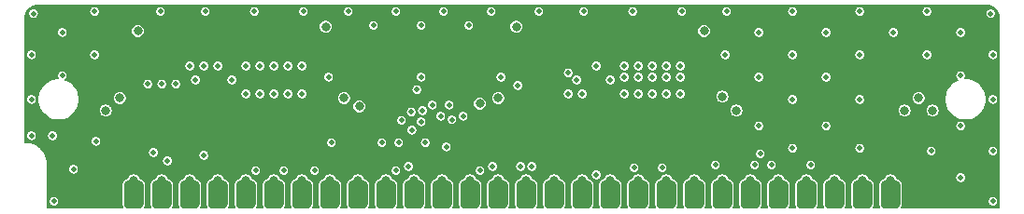
<source format=gbl>
G04 #@! TF.GenerationSoftware,KiCad,Pcbnew,(5.1.5-0-10_14)*
G04 #@! TF.CreationDate,2020-12-26T22:03:58-05:00*
G04 #@! TF.ProjectId,simm-30-4mb,73696d6d-2d33-4302-9d34-6d622e6b6963,rev?*
G04 #@! TF.SameCoordinates,Original*
G04 #@! TF.FileFunction,Copper,L4,Bot*
G04 #@! TF.FilePolarity,Positive*
%FSLAX46Y46*%
G04 Gerber Fmt 4.6, Leading zero omitted, Abs format (unit mm)*
G04 Created by KiCad (PCBNEW (5.1.5-0-10_14)) date 2020-12-26 22:03:58*
%MOMM*%
%LPD*%
G04 APERTURE LIST*
%ADD10C,0.100000*%
%ADD11C,0.800000*%
%ADD12C,0.508000*%
%ADD13C,1.000000*%
%ADD14C,0.152400*%
G04 APERTURE END LIST*
G04 #@! TA.AperFunction,SMDPad,CuDef*
D10*
G36*
X84308069Y-98808140D02*
G01*
X84351218Y-98814541D01*
X84393532Y-98825140D01*
X84434603Y-98839836D01*
X84474036Y-98858486D01*
X84511451Y-98880912D01*
X84546488Y-98906897D01*
X84578809Y-98936191D01*
X84608103Y-98968512D01*
X84634088Y-99003549D01*
X84656514Y-99040964D01*
X84675164Y-99080397D01*
X84689860Y-99121468D01*
X84700459Y-99163782D01*
X84706860Y-99206931D01*
X84709000Y-99250500D01*
X84709000Y-100901500D01*
X84706860Y-100945069D01*
X84700459Y-100988218D01*
X84689860Y-101030532D01*
X84675164Y-101071603D01*
X84656514Y-101111036D01*
X84634088Y-101148451D01*
X84608103Y-101183488D01*
X84578809Y-101215809D01*
X84546488Y-101245103D01*
X84511451Y-101271088D01*
X84474036Y-101293514D01*
X84434603Y-101312164D01*
X84393532Y-101326860D01*
X84351218Y-101337459D01*
X84308069Y-101343860D01*
X84264500Y-101346000D01*
X83375500Y-101346000D01*
X83331931Y-101343860D01*
X83288782Y-101337459D01*
X83246468Y-101326860D01*
X83205397Y-101312164D01*
X83165964Y-101293514D01*
X83128549Y-101271088D01*
X83093512Y-101245103D01*
X83061191Y-101215809D01*
X83031897Y-101183488D01*
X83005912Y-101148451D01*
X82983486Y-101111036D01*
X82964836Y-101071603D01*
X82950140Y-101030532D01*
X82939541Y-100988218D01*
X82933140Y-100945069D01*
X82931000Y-100901500D01*
X82931000Y-99250500D01*
X82933140Y-99206931D01*
X82939541Y-99163782D01*
X82950140Y-99121468D01*
X82964836Y-99080397D01*
X82983486Y-99040964D01*
X83005912Y-99003549D01*
X83031897Y-98968512D01*
X83061191Y-98936191D01*
X83093512Y-98906897D01*
X83128549Y-98880912D01*
X83165964Y-98858486D01*
X83205397Y-98839836D01*
X83246468Y-98825140D01*
X83288782Y-98814541D01*
X83331931Y-98808140D01*
X83375500Y-98806000D01*
X84264500Y-98806000D01*
X84308069Y-98808140D01*
G37*
G04 #@! TD.AperFunction*
G04 #@! TA.AperFunction,SMDPad,CuDef*
G36*
X86848069Y-98808140D02*
G01*
X86891218Y-98814541D01*
X86933532Y-98825140D01*
X86974603Y-98839836D01*
X87014036Y-98858486D01*
X87051451Y-98880912D01*
X87086488Y-98906897D01*
X87118809Y-98936191D01*
X87148103Y-98968512D01*
X87174088Y-99003549D01*
X87196514Y-99040964D01*
X87215164Y-99080397D01*
X87229860Y-99121468D01*
X87240459Y-99163782D01*
X87246860Y-99206931D01*
X87249000Y-99250500D01*
X87249000Y-100901500D01*
X87246860Y-100945069D01*
X87240459Y-100988218D01*
X87229860Y-101030532D01*
X87215164Y-101071603D01*
X87196514Y-101111036D01*
X87174088Y-101148451D01*
X87148103Y-101183488D01*
X87118809Y-101215809D01*
X87086488Y-101245103D01*
X87051451Y-101271088D01*
X87014036Y-101293514D01*
X86974603Y-101312164D01*
X86933532Y-101326860D01*
X86891218Y-101337459D01*
X86848069Y-101343860D01*
X86804500Y-101346000D01*
X85915500Y-101346000D01*
X85871931Y-101343860D01*
X85828782Y-101337459D01*
X85786468Y-101326860D01*
X85745397Y-101312164D01*
X85705964Y-101293514D01*
X85668549Y-101271088D01*
X85633512Y-101245103D01*
X85601191Y-101215809D01*
X85571897Y-101183488D01*
X85545912Y-101148451D01*
X85523486Y-101111036D01*
X85504836Y-101071603D01*
X85490140Y-101030532D01*
X85479541Y-100988218D01*
X85473140Y-100945069D01*
X85471000Y-100901500D01*
X85471000Y-99250500D01*
X85473140Y-99206931D01*
X85479541Y-99163782D01*
X85490140Y-99121468D01*
X85504836Y-99080397D01*
X85523486Y-99040964D01*
X85545912Y-99003549D01*
X85571897Y-98968512D01*
X85601191Y-98936191D01*
X85633512Y-98906897D01*
X85668549Y-98880912D01*
X85705964Y-98858486D01*
X85745397Y-98839836D01*
X85786468Y-98825140D01*
X85828782Y-98814541D01*
X85871931Y-98808140D01*
X85915500Y-98806000D01*
X86804500Y-98806000D01*
X86848069Y-98808140D01*
G37*
G04 #@! TD.AperFunction*
G04 #@! TA.AperFunction,SMDPad,CuDef*
G36*
X89388069Y-98808140D02*
G01*
X89431218Y-98814541D01*
X89473532Y-98825140D01*
X89514603Y-98839836D01*
X89554036Y-98858486D01*
X89591451Y-98880912D01*
X89626488Y-98906897D01*
X89658809Y-98936191D01*
X89688103Y-98968512D01*
X89714088Y-99003549D01*
X89736514Y-99040964D01*
X89755164Y-99080397D01*
X89769860Y-99121468D01*
X89780459Y-99163782D01*
X89786860Y-99206931D01*
X89789000Y-99250500D01*
X89789000Y-100901500D01*
X89786860Y-100945069D01*
X89780459Y-100988218D01*
X89769860Y-101030532D01*
X89755164Y-101071603D01*
X89736514Y-101111036D01*
X89714088Y-101148451D01*
X89688103Y-101183488D01*
X89658809Y-101215809D01*
X89626488Y-101245103D01*
X89591451Y-101271088D01*
X89554036Y-101293514D01*
X89514603Y-101312164D01*
X89473532Y-101326860D01*
X89431218Y-101337459D01*
X89388069Y-101343860D01*
X89344500Y-101346000D01*
X88455500Y-101346000D01*
X88411931Y-101343860D01*
X88368782Y-101337459D01*
X88326468Y-101326860D01*
X88285397Y-101312164D01*
X88245964Y-101293514D01*
X88208549Y-101271088D01*
X88173512Y-101245103D01*
X88141191Y-101215809D01*
X88111897Y-101183488D01*
X88085912Y-101148451D01*
X88063486Y-101111036D01*
X88044836Y-101071603D01*
X88030140Y-101030532D01*
X88019541Y-100988218D01*
X88013140Y-100945069D01*
X88011000Y-100901500D01*
X88011000Y-99250500D01*
X88013140Y-99206931D01*
X88019541Y-99163782D01*
X88030140Y-99121468D01*
X88044836Y-99080397D01*
X88063486Y-99040964D01*
X88085912Y-99003549D01*
X88111897Y-98968512D01*
X88141191Y-98936191D01*
X88173512Y-98906897D01*
X88208549Y-98880912D01*
X88245964Y-98858486D01*
X88285397Y-98839836D01*
X88326468Y-98825140D01*
X88368782Y-98814541D01*
X88411931Y-98808140D01*
X88455500Y-98806000D01*
X89344500Y-98806000D01*
X89388069Y-98808140D01*
G37*
G04 #@! TD.AperFunction*
G04 #@! TA.AperFunction,SMDPad,CuDef*
G36*
X91928069Y-98808140D02*
G01*
X91971218Y-98814541D01*
X92013532Y-98825140D01*
X92054603Y-98839836D01*
X92094036Y-98858486D01*
X92131451Y-98880912D01*
X92166488Y-98906897D01*
X92198809Y-98936191D01*
X92228103Y-98968512D01*
X92254088Y-99003549D01*
X92276514Y-99040964D01*
X92295164Y-99080397D01*
X92309860Y-99121468D01*
X92320459Y-99163782D01*
X92326860Y-99206931D01*
X92329000Y-99250500D01*
X92329000Y-100901500D01*
X92326860Y-100945069D01*
X92320459Y-100988218D01*
X92309860Y-101030532D01*
X92295164Y-101071603D01*
X92276514Y-101111036D01*
X92254088Y-101148451D01*
X92228103Y-101183488D01*
X92198809Y-101215809D01*
X92166488Y-101245103D01*
X92131451Y-101271088D01*
X92094036Y-101293514D01*
X92054603Y-101312164D01*
X92013532Y-101326860D01*
X91971218Y-101337459D01*
X91928069Y-101343860D01*
X91884500Y-101346000D01*
X90995500Y-101346000D01*
X90951931Y-101343860D01*
X90908782Y-101337459D01*
X90866468Y-101326860D01*
X90825397Y-101312164D01*
X90785964Y-101293514D01*
X90748549Y-101271088D01*
X90713512Y-101245103D01*
X90681191Y-101215809D01*
X90651897Y-101183488D01*
X90625912Y-101148451D01*
X90603486Y-101111036D01*
X90584836Y-101071603D01*
X90570140Y-101030532D01*
X90559541Y-100988218D01*
X90553140Y-100945069D01*
X90551000Y-100901500D01*
X90551000Y-99250500D01*
X90553140Y-99206931D01*
X90559541Y-99163782D01*
X90570140Y-99121468D01*
X90584836Y-99080397D01*
X90603486Y-99040964D01*
X90625912Y-99003549D01*
X90651897Y-98968512D01*
X90681191Y-98936191D01*
X90713512Y-98906897D01*
X90748549Y-98880912D01*
X90785964Y-98858486D01*
X90825397Y-98839836D01*
X90866468Y-98825140D01*
X90908782Y-98814541D01*
X90951931Y-98808140D01*
X90995500Y-98806000D01*
X91884500Y-98806000D01*
X91928069Y-98808140D01*
G37*
G04 #@! TD.AperFunction*
G04 #@! TA.AperFunction,SMDPad,CuDef*
G36*
X94468069Y-98808140D02*
G01*
X94511218Y-98814541D01*
X94553532Y-98825140D01*
X94594603Y-98839836D01*
X94634036Y-98858486D01*
X94671451Y-98880912D01*
X94706488Y-98906897D01*
X94738809Y-98936191D01*
X94768103Y-98968512D01*
X94794088Y-99003549D01*
X94816514Y-99040964D01*
X94835164Y-99080397D01*
X94849860Y-99121468D01*
X94860459Y-99163782D01*
X94866860Y-99206931D01*
X94869000Y-99250500D01*
X94869000Y-100901500D01*
X94866860Y-100945069D01*
X94860459Y-100988218D01*
X94849860Y-101030532D01*
X94835164Y-101071603D01*
X94816514Y-101111036D01*
X94794088Y-101148451D01*
X94768103Y-101183488D01*
X94738809Y-101215809D01*
X94706488Y-101245103D01*
X94671451Y-101271088D01*
X94634036Y-101293514D01*
X94594603Y-101312164D01*
X94553532Y-101326860D01*
X94511218Y-101337459D01*
X94468069Y-101343860D01*
X94424500Y-101346000D01*
X93535500Y-101346000D01*
X93491931Y-101343860D01*
X93448782Y-101337459D01*
X93406468Y-101326860D01*
X93365397Y-101312164D01*
X93325964Y-101293514D01*
X93288549Y-101271088D01*
X93253512Y-101245103D01*
X93221191Y-101215809D01*
X93191897Y-101183488D01*
X93165912Y-101148451D01*
X93143486Y-101111036D01*
X93124836Y-101071603D01*
X93110140Y-101030532D01*
X93099541Y-100988218D01*
X93093140Y-100945069D01*
X93091000Y-100901500D01*
X93091000Y-99250500D01*
X93093140Y-99206931D01*
X93099541Y-99163782D01*
X93110140Y-99121468D01*
X93124836Y-99080397D01*
X93143486Y-99040964D01*
X93165912Y-99003549D01*
X93191897Y-98968512D01*
X93221191Y-98936191D01*
X93253512Y-98906897D01*
X93288549Y-98880912D01*
X93325964Y-98858486D01*
X93365397Y-98839836D01*
X93406468Y-98825140D01*
X93448782Y-98814541D01*
X93491931Y-98808140D01*
X93535500Y-98806000D01*
X94424500Y-98806000D01*
X94468069Y-98808140D01*
G37*
G04 #@! TD.AperFunction*
G04 #@! TA.AperFunction,SMDPad,CuDef*
G36*
X97008069Y-98808140D02*
G01*
X97051218Y-98814541D01*
X97093532Y-98825140D01*
X97134603Y-98839836D01*
X97174036Y-98858486D01*
X97211451Y-98880912D01*
X97246488Y-98906897D01*
X97278809Y-98936191D01*
X97308103Y-98968512D01*
X97334088Y-99003549D01*
X97356514Y-99040964D01*
X97375164Y-99080397D01*
X97389860Y-99121468D01*
X97400459Y-99163782D01*
X97406860Y-99206931D01*
X97409000Y-99250500D01*
X97409000Y-100901500D01*
X97406860Y-100945069D01*
X97400459Y-100988218D01*
X97389860Y-101030532D01*
X97375164Y-101071603D01*
X97356514Y-101111036D01*
X97334088Y-101148451D01*
X97308103Y-101183488D01*
X97278809Y-101215809D01*
X97246488Y-101245103D01*
X97211451Y-101271088D01*
X97174036Y-101293514D01*
X97134603Y-101312164D01*
X97093532Y-101326860D01*
X97051218Y-101337459D01*
X97008069Y-101343860D01*
X96964500Y-101346000D01*
X96075500Y-101346000D01*
X96031931Y-101343860D01*
X95988782Y-101337459D01*
X95946468Y-101326860D01*
X95905397Y-101312164D01*
X95865964Y-101293514D01*
X95828549Y-101271088D01*
X95793512Y-101245103D01*
X95761191Y-101215809D01*
X95731897Y-101183488D01*
X95705912Y-101148451D01*
X95683486Y-101111036D01*
X95664836Y-101071603D01*
X95650140Y-101030532D01*
X95639541Y-100988218D01*
X95633140Y-100945069D01*
X95631000Y-100901500D01*
X95631000Y-99250500D01*
X95633140Y-99206931D01*
X95639541Y-99163782D01*
X95650140Y-99121468D01*
X95664836Y-99080397D01*
X95683486Y-99040964D01*
X95705912Y-99003549D01*
X95731897Y-98968512D01*
X95761191Y-98936191D01*
X95793512Y-98906897D01*
X95828549Y-98880912D01*
X95865964Y-98858486D01*
X95905397Y-98839836D01*
X95946468Y-98825140D01*
X95988782Y-98814541D01*
X96031931Y-98808140D01*
X96075500Y-98806000D01*
X96964500Y-98806000D01*
X97008069Y-98808140D01*
G37*
G04 #@! TD.AperFunction*
G04 #@! TA.AperFunction,SMDPad,CuDef*
G36*
X99548069Y-98808140D02*
G01*
X99591218Y-98814541D01*
X99633532Y-98825140D01*
X99674603Y-98839836D01*
X99714036Y-98858486D01*
X99751451Y-98880912D01*
X99786488Y-98906897D01*
X99818809Y-98936191D01*
X99848103Y-98968512D01*
X99874088Y-99003549D01*
X99896514Y-99040964D01*
X99915164Y-99080397D01*
X99929860Y-99121468D01*
X99940459Y-99163782D01*
X99946860Y-99206931D01*
X99949000Y-99250500D01*
X99949000Y-100901500D01*
X99946860Y-100945069D01*
X99940459Y-100988218D01*
X99929860Y-101030532D01*
X99915164Y-101071603D01*
X99896514Y-101111036D01*
X99874088Y-101148451D01*
X99848103Y-101183488D01*
X99818809Y-101215809D01*
X99786488Y-101245103D01*
X99751451Y-101271088D01*
X99714036Y-101293514D01*
X99674603Y-101312164D01*
X99633532Y-101326860D01*
X99591218Y-101337459D01*
X99548069Y-101343860D01*
X99504500Y-101346000D01*
X98615500Y-101346000D01*
X98571931Y-101343860D01*
X98528782Y-101337459D01*
X98486468Y-101326860D01*
X98445397Y-101312164D01*
X98405964Y-101293514D01*
X98368549Y-101271088D01*
X98333512Y-101245103D01*
X98301191Y-101215809D01*
X98271897Y-101183488D01*
X98245912Y-101148451D01*
X98223486Y-101111036D01*
X98204836Y-101071603D01*
X98190140Y-101030532D01*
X98179541Y-100988218D01*
X98173140Y-100945069D01*
X98171000Y-100901500D01*
X98171000Y-99250500D01*
X98173140Y-99206931D01*
X98179541Y-99163782D01*
X98190140Y-99121468D01*
X98204836Y-99080397D01*
X98223486Y-99040964D01*
X98245912Y-99003549D01*
X98271897Y-98968512D01*
X98301191Y-98936191D01*
X98333512Y-98906897D01*
X98368549Y-98880912D01*
X98405964Y-98858486D01*
X98445397Y-98839836D01*
X98486468Y-98825140D01*
X98528782Y-98814541D01*
X98571931Y-98808140D01*
X98615500Y-98806000D01*
X99504500Y-98806000D01*
X99548069Y-98808140D01*
G37*
G04 #@! TD.AperFunction*
G04 #@! TA.AperFunction,SMDPad,CuDef*
G36*
X102088069Y-98808140D02*
G01*
X102131218Y-98814541D01*
X102173532Y-98825140D01*
X102214603Y-98839836D01*
X102254036Y-98858486D01*
X102291451Y-98880912D01*
X102326488Y-98906897D01*
X102358809Y-98936191D01*
X102388103Y-98968512D01*
X102414088Y-99003549D01*
X102436514Y-99040964D01*
X102455164Y-99080397D01*
X102469860Y-99121468D01*
X102480459Y-99163782D01*
X102486860Y-99206931D01*
X102489000Y-99250500D01*
X102489000Y-100901500D01*
X102486860Y-100945069D01*
X102480459Y-100988218D01*
X102469860Y-101030532D01*
X102455164Y-101071603D01*
X102436514Y-101111036D01*
X102414088Y-101148451D01*
X102388103Y-101183488D01*
X102358809Y-101215809D01*
X102326488Y-101245103D01*
X102291451Y-101271088D01*
X102254036Y-101293514D01*
X102214603Y-101312164D01*
X102173532Y-101326860D01*
X102131218Y-101337459D01*
X102088069Y-101343860D01*
X102044500Y-101346000D01*
X101155500Y-101346000D01*
X101111931Y-101343860D01*
X101068782Y-101337459D01*
X101026468Y-101326860D01*
X100985397Y-101312164D01*
X100945964Y-101293514D01*
X100908549Y-101271088D01*
X100873512Y-101245103D01*
X100841191Y-101215809D01*
X100811897Y-101183488D01*
X100785912Y-101148451D01*
X100763486Y-101111036D01*
X100744836Y-101071603D01*
X100730140Y-101030532D01*
X100719541Y-100988218D01*
X100713140Y-100945069D01*
X100711000Y-100901500D01*
X100711000Y-99250500D01*
X100713140Y-99206931D01*
X100719541Y-99163782D01*
X100730140Y-99121468D01*
X100744836Y-99080397D01*
X100763486Y-99040964D01*
X100785912Y-99003549D01*
X100811897Y-98968512D01*
X100841191Y-98936191D01*
X100873512Y-98906897D01*
X100908549Y-98880912D01*
X100945964Y-98858486D01*
X100985397Y-98839836D01*
X101026468Y-98825140D01*
X101068782Y-98814541D01*
X101111931Y-98808140D01*
X101155500Y-98806000D01*
X102044500Y-98806000D01*
X102088069Y-98808140D01*
G37*
G04 #@! TD.AperFunction*
G04 #@! TA.AperFunction,SMDPad,CuDef*
G36*
X104628069Y-98808140D02*
G01*
X104671218Y-98814541D01*
X104713532Y-98825140D01*
X104754603Y-98839836D01*
X104794036Y-98858486D01*
X104831451Y-98880912D01*
X104866488Y-98906897D01*
X104898809Y-98936191D01*
X104928103Y-98968512D01*
X104954088Y-99003549D01*
X104976514Y-99040964D01*
X104995164Y-99080397D01*
X105009860Y-99121468D01*
X105020459Y-99163782D01*
X105026860Y-99206931D01*
X105029000Y-99250500D01*
X105029000Y-100901500D01*
X105026860Y-100945069D01*
X105020459Y-100988218D01*
X105009860Y-101030532D01*
X104995164Y-101071603D01*
X104976514Y-101111036D01*
X104954088Y-101148451D01*
X104928103Y-101183488D01*
X104898809Y-101215809D01*
X104866488Y-101245103D01*
X104831451Y-101271088D01*
X104794036Y-101293514D01*
X104754603Y-101312164D01*
X104713532Y-101326860D01*
X104671218Y-101337459D01*
X104628069Y-101343860D01*
X104584500Y-101346000D01*
X103695500Y-101346000D01*
X103651931Y-101343860D01*
X103608782Y-101337459D01*
X103566468Y-101326860D01*
X103525397Y-101312164D01*
X103485964Y-101293514D01*
X103448549Y-101271088D01*
X103413512Y-101245103D01*
X103381191Y-101215809D01*
X103351897Y-101183488D01*
X103325912Y-101148451D01*
X103303486Y-101111036D01*
X103284836Y-101071603D01*
X103270140Y-101030532D01*
X103259541Y-100988218D01*
X103253140Y-100945069D01*
X103251000Y-100901500D01*
X103251000Y-99250500D01*
X103253140Y-99206931D01*
X103259541Y-99163782D01*
X103270140Y-99121468D01*
X103284836Y-99080397D01*
X103303486Y-99040964D01*
X103325912Y-99003549D01*
X103351897Y-98968512D01*
X103381191Y-98936191D01*
X103413512Y-98906897D01*
X103448549Y-98880912D01*
X103485964Y-98858486D01*
X103525397Y-98839836D01*
X103566468Y-98825140D01*
X103608782Y-98814541D01*
X103651931Y-98808140D01*
X103695500Y-98806000D01*
X104584500Y-98806000D01*
X104628069Y-98808140D01*
G37*
G04 #@! TD.AperFunction*
G04 #@! TA.AperFunction,SMDPad,CuDef*
G36*
X107168069Y-98808140D02*
G01*
X107211218Y-98814541D01*
X107253532Y-98825140D01*
X107294603Y-98839836D01*
X107334036Y-98858486D01*
X107371451Y-98880912D01*
X107406488Y-98906897D01*
X107438809Y-98936191D01*
X107468103Y-98968512D01*
X107494088Y-99003549D01*
X107516514Y-99040964D01*
X107535164Y-99080397D01*
X107549860Y-99121468D01*
X107560459Y-99163782D01*
X107566860Y-99206931D01*
X107569000Y-99250500D01*
X107569000Y-100901500D01*
X107566860Y-100945069D01*
X107560459Y-100988218D01*
X107549860Y-101030532D01*
X107535164Y-101071603D01*
X107516514Y-101111036D01*
X107494088Y-101148451D01*
X107468103Y-101183488D01*
X107438809Y-101215809D01*
X107406488Y-101245103D01*
X107371451Y-101271088D01*
X107334036Y-101293514D01*
X107294603Y-101312164D01*
X107253532Y-101326860D01*
X107211218Y-101337459D01*
X107168069Y-101343860D01*
X107124500Y-101346000D01*
X106235500Y-101346000D01*
X106191931Y-101343860D01*
X106148782Y-101337459D01*
X106106468Y-101326860D01*
X106065397Y-101312164D01*
X106025964Y-101293514D01*
X105988549Y-101271088D01*
X105953512Y-101245103D01*
X105921191Y-101215809D01*
X105891897Y-101183488D01*
X105865912Y-101148451D01*
X105843486Y-101111036D01*
X105824836Y-101071603D01*
X105810140Y-101030532D01*
X105799541Y-100988218D01*
X105793140Y-100945069D01*
X105791000Y-100901500D01*
X105791000Y-99250500D01*
X105793140Y-99206931D01*
X105799541Y-99163782D01*
X105810140Y-99121468D01*
X105824836Y-99080397D01*
X105843486Y-99040964D01*
X105865912Y-99003549D01*
X105891897Y-98968512D01*
X105921191Y-98936191D01*
X105953512Y-98906897D01*
X105988549Y-98880912D01*
X106025964Y-98858486D01*
X106065397Y-98839836D01*
X106106468Y-98825140D01*
X106148782Y-98814541D01*
X106191931Y-98808140D01*
X106235500Y-98806000D01*
X107124500Y-98806000D01*
X107168069Y-98808140D01*
G37*
G04 #@! TD.AperFunction*
G04 #@! TA.AperFunction,SMDPad,CuDef*
G36*
X109708069Y-98808140D02*
G01*
X109751218Y-98814541D01*
X109793532Y-98825140D01*
X109834603Y-98839836D01*
X109874036Y-98858486D01*
X109911451Y-98880912D01*
X109946488Y-98906897D01*
X109978809Y-98936191D01*
X110008103Y-98968512D01*
X110034088Y-99003549D01*
X110056514Y-99040964D01*
X110075164Y-99080397D01*
X110089860Y-99121468D01*
X110100459Y-99163782D01*
X110106860Y-99206931D01*
X110109000Y-99250500D01*
X110109000Y-100901500D01*
X110106860Y-100945069D01*
X110100459Y-100988218D01*
X110089860Y-101030532D01*
X110075164Y-101071603D01*
X110056514Y-101111036D01*
X110034088Y-101148451D01*
X110008103Y-101183488D01*
X109978809Y-101215809D01*
X109946488Y-101245103D01*
X109911451Y-101271088D01*
X109874036Y-101293514D01*
X109834603Y-101312164D01*
X109793532Y-101326860D01*
X109751218Y-101337459D01*
X109708069Y-101343860D01*
X109664500Y-101346000D01*
X108775500Y-101346000D01*
X108731931Y-101343860D01*
X108688782Y-101337459D01*
X108646468Y-101326860D01*
X108605397Y-101312164D01*
X108565964Y-101293514D01*
X108528549Y-101271088D01*
X108493512Y-101245103D01*
X108461191Y-101215809D01*
X108431897Y-101183488D01*
X108405912Y-101148451D01*
X108383486Y-101111036D01*
X108364836Y-101071603D01*
X108350140Y-101030532D01*
X108339541Y-100988218D01*
X108333140Y-100945069D01*
X108331000Y-100901500D01*
X108331000Y-99250500D01*
X108333140Y-99206931D01*
X108339541Y-99163782D01*
X108350140Y-99121468D01*
X108364836Y-99080397D01*
X108383486Y-99040964D01*
X108405912Y-99003549D01*
X108431897Y-98968512D01*
X108461191Y-98936191D01*
X108493512Y-98906897D01*
X108528549Y-98880912D01*
X108565964Y-98858486D01*
X108605397Y-98839836D01*
X108646468Y-98825140D01*
X108688782Y-98814541D01*
X108731931Y-98808140D01*
X108775500Y-98806000D01*
X109664500Y-98806000D01*
X109708069Y-98808140D01*
G37*
G04 #@! TD.AperFunction*
G04 #@! TA.AperFunction,SMDPad,CuDef*
G36*
X112248069Y-98808140D02*
G01*
X112291218Y-98814541D01*
X112333532Y-98825140D01*
X112374603Y-98839836D01*
X112414036Y-98858486D01*
X112451451Y-98880912D01*
X112486488Y-98906897D01*
X112518809Y-98936191D01*
X112548103Y-98968512D01*
X112574088Y-99003549D01*
X112596514Y-99040964D01*
X112615164Y-99080397D01*
X112629860Y-99121468D01*
X112640459Y-99163782D01*
X112646860Y-99206931D01*
X112649000Y-99250500D01*
X112649000Y-100901500D01*
X112646860Y-100945069D01*
X112640459Y-100988218D01*
X112629860Y-101030532D01*
X112615164Y-101071603D01*
X112596514Y-101111036D01*
X112574088Y-101148451D01*
X112548103Y-101183488D01*
X112518809Y-101215809D01*
X112486488Y-101245103D01*
X112451451Y-101271088D01*
X112414036Y-101293514D01*
X112374603Y-101312164D01*
X112333532Y-101326860D01*
X112291218Y-101337459D01*
X112248069Y-101343860D01*
X112204500Y-101346000D01*
X111315500Y-101346000D01*
X111271931Y-101343860D01*
X111228782Y-101337459D01*
X111186468Y-101326860D01*
X111145397Y-101312164D01*
X111105964Y-101293514D01*
X111068549Y-101271088D01*
X111033512Y-101245103D01*
X111001191Y-101215809D01*
X110971897Y-101183488D01*
X110945912Y-101148451D01*
X110923486Y-101111036D01*
X110904836Y-101071603D01*
X110890140Y-101030532D01*
X110879541Y-100988218D01*
X110873140Y-100945069D01*
X110871000Y-100901500D01*
X110871000Y-99250500D01*
X110873140Y-99206931D01*
X110879541Y-99163782D01*
X110890140Y-99121468D01*
X110904836Y-99080397D01*
X110923486Y-99040964D01*
X110945912Y-99003549D01*
X110971897Y-98968512D01*
X111001191Y-98936191D01*
X111033512Y-98906897D01*
X111068549Y-98880912D01*
X111105964Y-98858486D01*
X111145397Y-98839836D01*
X111186468Y-98825140D01*
X111228782Y-98814541D01*
X111271931Y-98808140D01*
X111315500Y-98806000D01*
X112204500Y-98806000D01*
X112248069Y-98808140D01*
G37*
G04 #@! TD.AperFunction*
G04 #@! TA.AperFunction,SMDPad,CuDef*
G36*
X114788069Y-98808140D02*
G01*
X114831218Y-98814541D01*
X114873532Y-98825140D01*
X114914603Y-98839836D01*
X114954036Y-98858486D01*
X114991451Y-98880912D01*
X115026488Y-98906897D01*
X115058809Y-98936191D01*
X115088103Y-98968512D01*
X115114088Y-99003549D01*
X115136514Y-99040964D01*
X115155164Y-99080397D01*
X115169860Y-99121468D01*
X115180459Y-99163782D01*
X115186860Y-99206931D01*
X115189000Y-99250500D01*
X115189000Y-100901500D01*
X115186860Y-100945069D01*
X115180459Y-100988218D01*
X115169860Y-101030532D01*
X115155164Y-101071603D01*
X115136514Y-101111036D01*
X115114088Y-101148451D01*
X115088103Y-101183488D01*
X115058809Y-101215809D01*
X115026488Y-101245103D01*
X114991451Y-101271088D01*
X114954036Y-101293514D01*
X114914603Y-101312164D01*
X114873532Y-101326860D01*
X114831218Y-101337459D01*
X114788069Y-101343860D01*
X114744500Y-101346000D01*
X113855500Y-101346000D01*
X113811931Y-101343860D01*
X113768782Y-101337459D01*
X113726468Y-101326860D01*
X113685397Y-101312164D01*
X113645964Y-101293514D01*
X113608549Y-101271088D01*
X113573512Y-101245103D01*
X113541191Y-101215809D01*
X113511897Y-101183488D01*
X113485912Y-101148451D01*
X113463486Y-101111036D01*
X113444836Y-101071603D01*
X113430140Y-101030532D01*
X113419541Y-100988218D01*
X113413140Y-100945069D01*
X113411000Y-100901500D01*
X113411000Y-99250500D01*
X113413140Y-99206931D01*
X113419541Y-99163782D01*
X113430140Y-99121468D01*
X113444836Y-99080397D01*
X113463486Y-99040964D01*
X113485912Y-99003549D01*
X113511897Y-98968512D01*
X113541191Y-98936191D01*
X113573512Y-98906897D01*
X113608549Y-98880912D01*
X113645964Y-98858486D01*
X113685397Y-98839836D01*
X113726468Y-98825140D01*
X113768782Y-98814541D01*
X113811931Y-98808140D01*
X113855500Y-98806000D01*
X114744500Y-98806000D01*
X114788069Y-98808140D01*
G37*
G04 #@! TD.AperFunction*
G04 #@! TA.AperFunction,SMDPad,CuDef*
G36*
X117328069Y-98808140D02*
G01*
X117371218Y-98814541D01*
X117413532Y-98825140D01*
X117454603Y-98839836D01*
X117494036Y-98858486D01*
X117531451Y-98880912D01*
X117566488Y-98906897D01*
X117598809Y-98936191D01*
X117628103Y-98968512D01*
X117654088Y-99003549D01*
X117676514Y-99040964D01*
X117695164Y-99080397D01*
X117709860Y-99121468D01*
X117720459Y-99163782D01*
X117726860Y-99206931D01*
X117729000Y-99250500D01*
X117729000Y-100901500D01*
X117726860Y-100945069D01*
X117720459Y-100988218D01*
X117709860Y-101030532D01*
X117695164Y-101071603D01*
X117676514Y-101111036D01*
X117654088Y-101148451D01*
X117628103Y-101183488D01*
X117598809Y-101215809D01*
X117566488Y-101245103D01*
X117531451Y-101271088D01*
X117494036Y-101293514D01*
X117454603Y-101312164D01*
X117413532Y-101326860D01*
X117371218Y-101337459D01*
X117328069Y-101343860D01*
X117284500Y-101346000D01*
X116395500Y-101346000D01*
X116351931Y-101343860D01*
X116308782Y-101337459D01*
X116266468Y-101326860D01*
X116225397Y-101312164D01*
X116185964Y-101293514D01*
X116148549Y-101271088D01*
X116113512Y-101245103D01*
X116081191Y-101215809D01*
X116051897Y-101183488D01*
X116025912Y-101148451D01*
X116003486Y-101111036D01*
X115984836Y-101071603D01*
X115970140Y-101030532D01*
X115959541Y-100988218D01*
X115953140Y-100945069D01*
X115951000Y-100901500D01*
X115951000Y-99250500D01*
X115953140Y-99206931D01*
X115959541Y-99163782D01*
X115970140Y-99121468D01*
X115984836Y-99080397D01*
X116003486Y-99040964D01*
X116025912Y-99003549D01*
X116051897Y-98968512D01*
X116081191Y-98936191D01*
X116113512Y-98906897D01*
X116148549Y-98880912D01*
X116185964Y-98858486D01*
X116225397Y-98839836D01*
X116266468Y-98825140D01*
X116308782Y-98814541D01*
X116351931Y-98808140D01*
X116395500Y-98806000D01*
X117284500Y-98806000D01*
X117328069Y-98808140D01*
G37*
G04 #@! TD.AperFunction*
G04 #@! TA.AperFunction,SMDPad,CuDef*
G36*
X119868069Y-98808140D02*
G01*
X119911218Y-98814541D01*
X119953532Y-98825140D01*
X119994603Y-98839836D01*
X120034036Y-98858486D01*
X120071451Y-98880912D01*
X120106488Y-98906897D01*
X120138809Y-98936191D01*
X120168103Y-98968512D01*
X120194088Y-99003549D01*
X120216514Y-99040964D01*
X120235164Y-99080397D01*
X120249860Y-99121468D01*
X120260459Y-99163782D01*
X120266860Y-99206931D01*
X120269000Y-99250500D01*
X120269000Y-100901500D01*
X120266860Y-100945069D01*
X120260459Y-100988218D01*
X120249860Y-101030532D01*
X120235164Y-101071603D01*
X120216514Y-101111036D01*
X120194088Y-101148451D01*
X120168103Y-101183488D01*
X120138809Y-101215809D01*
X120106488Y-101245103D01*
X120071451Y-101271088D01*
X120034036Y-101293514D01*
X119994603Y-101312164D01*
X119953532Y-101326860D01*
X119911218Y-101337459D01*
X119868069Y-101343860D01*
X119824500Y-101346000D01*
X118935500Y-101346000D01*
X118891931Y-101343860D01*
X118848782Y-101337459D01*
X118806468Y-101326860D01*
X118765397Y-101312164D01*
X118725964Y-101293514D01*
X118688549Y-101271088D01*
X118653512Y-101245103D01*
X118621191Y-101215809D01*
X118591897Y-101183488D01*
X118565912Y-101148451D01*
X118543486Y-101111036D01*
X118524836Y-101071603D01*
X118510140Y-101030532D01*
X118499541Y-100988218D01*
X118493140Y-100945069D01*
X118491000Y-100901500D01*
X118491000Y-99250500D01*
X118493140Y-99206931D01*
X118499541Y-99163782D01*
X118510140Y-99121468D01*
X118524836Y-99080397D01*
X118543486Y-99040964D01*
X118565912Y-99003549D01*
X118591897Y-98968512D01*
X118621191Y-98936191D01*
X118653512Y-98906897D01*
X118688549Y-98880912D01*
X118725964Y-98858486D01*
X118765397Y-98839836D01*
X118806468Y-98825140D01*
X118848782Y-98814541D01*
X118891931Y-98808140D01*
X118935500Y-98806000D01*
X119824500Y-98806000D01*
X119868069Y-98808140D01*
G37*
G04 #@! TD.AperFunction*
G04 #@! TA.AperFunction,SMDPad,CuDef*
G36*
X122408069Y-98808140D02*
G01*
X122451218Y-98814541D01*
X122493532Y-98825140D01*
X122534603Y-98839836D01*
X122574036Y-98858486D01*
X122611451Y-98880912D01*
X122646488Y-98906897D01*
X122678809Y-98936191D01*
X122708103Y-98968512D01*
X122734088Y-99003549D01*
X122756514Y-99040964D01*
X122775164Y-99080397D01*
X122789860Y-99121468D01*
X122800459Y-99163782D01*
X122806860Y-99206931D01*
X122809000Y-99250500D01*
X122809000Y-100901500D01*
X122806860Y-100945069D01*
X122800459Y-100988218D01*
X122789860Y-101030532D01*
X122775164Y-101071603D01*
X122756514Y-101111036D01*
X122734088Y-101148451D01*
X122708103Y-101183488D01*
X122678809Y-101215809D01*
X122646488Y-101245103D01*
X122611451Y-101271088D01*
X122574036Y-101293514D01*
X122534603Y-101312164D01*
X122493532Y-101326860D01*
X122451218Y-101337459D01*
X122408069Y-101343860D01*
X122364500Y-101346000D01*
X121475500Y-101346000D01*
X121431931Y-101343860D01*
X121388782Y-101337459D01*
X121346468Y-101326860D01*
X121305397Y-101312164D01*
X121265964Y-101293514D01*
X121228549Y-101271088D01*
X121193512Y-101245103D01*
X121161191Y-101215809D01*
X121131897Y-101183488D01*
X121105912Y-101148451D01*
X121083486Y-101111036D01*
X121064836Y-101071603D01*
X121050140Y-101030532D01*
X121039541Y-100988218D01*
X121033140Y-100945069D01*
X121031000Y-100901500D01*
X121031000Y-99250500D01*
X121033140Y-99206931D01*
X121039541Y-99163782D01*
X121050140Y-99121468D01*
X121064836Y-99080397D01*
X121083486Y-99040964D01*
X121105912Y-99003549D01*
X121131897Y-98968512D01*
X121161191Y-98936191D01*
X121193512Y-98906897D01*
X121228549Y-98880912D01*
X121265964Y-98858486D01*
X121305397Y-98839836D01*
X121346468Y-98825140D01*
X121388782Y-98814541D01*
X121431931Y-98808140D01*
X121475500Y-98806000D01*
X122364500Y-98806000D01*
X122408069Y-98808140D01*
G37*
G04 #@! TD.AperFunction*
G04 #@! TA.AperFunction,SMDPad,CuDef*
G36*
X124948069Y-98808140D02*
G01*
X124991218Y-98814541D01*
X125033532Y-98825140D01*
X125074603Y-98839836D01*
X125114036Y-98858486D01*
X125151451Y-98880912D01*
X125186488Y-98906897D01*
X125218809Y-98936191D01*
X125248103Y-98968512D01*
X125274088Y-99003549D01*
X125296514Y-99040964D01*
X125315164Y-99080397D01*
X125329860Y-99121468D01*
X125340459Y-99163782D01*
X125346860Y-99206931D01*
X125349000Y-99250500D01*
X125349000Y-100901500D01*
X125346860Y-100945069D01*
X125340459Y-100988218D01*
X125329860Y-101030532D01*
X125315164Y-101071603D01*
X125296514Y-101111036D01*
X125274088Y-101148451D01*
X125248103Y-101183488D01*
X125218809Y-101215809D01*
X125186488Y-101245103D01*
X125151451Y-101271088D01*
X125114036Y-101293514D01*
X125074603Y-101312164D01*
X125033532Y-101326860D01*
X124991218Y-101337459D01*
X124948069Y-101343860D01*
X124904500Y-101346000D01*
X124015500Y-101346000D01*
X123971931Y-101343860D01*
X123928782Y-101337459D01*
X123886468Y-101326860D01*
X123845397Y-101312164D01*
X123805964Y-101293514D01*
X123768549Y-101271088D01*
X123733512Y-101245103D01*
X123701191Y-101215809D01*
X123671897Y-101183488D01*
X123645912Y-101148451D01*
X123623486Y-101111036D01*
X123604836Y-101071603D01*
X123590140Y-101030532D01*
X123579541Y-100988218D01*
X123573140Y-100945069D01*
X123571000Y-100901500D01*
X123571000Y-99250500D01*
X123573140Y-99206931D01*
X123579541Y-99163782D01*
X123590140Y-99121468D01*
X123604836Y-99080397D01*
X123623486Y-99040964D01*
X123645912Y-99003549D01*
X123671897Y-98968512D01*
X123701191Y-98936191D01*
X123733512Y-98906897D01*
X123768549Y-98880912D01*
X123805964Y-98858486D01*
X123845397Y-98839836D01*
X123886468Y-98825140D01*
X123928782Y-98814541D01*
X123971931Y-98808140D01*
X124015500Y-98806000D01*
X124904500Y-98806000D01*
X124948069Y-98808140D01*
G37*
G04 #@! TD.AperFunction*
G04 #@! TA.AperFunction,SMDPad,CuDef*
G36*
X127488069Y-98808140D02*
G01*
X127531218Y-98814541D01*
X127573532Y-98825140D01*
X127614603Y-98839836D01*
X127654036Y-98858486D01*
X127691451Y-98880912D01*
X127726488Y-98906897D01*
X127758809Y-98936191D01*
X127788103Y-98968512D01*
X127814088Y-99003549D01*
X127836514Y-99040964D01*
X127855164Y-99080397D01*
X127869860Y-99121468D01*
X127880459Y-99163782D01*
X127886860Y-99206931D01*
X127889000Y-99250500D01*
X127889000Y-100901500D01*
X127886860Y-100945069D01*
X127880459Y-100988218D01*
X127869860Y-101030532D01*
X127855164Y-101071603D01*
X127836514Y-101111036D01*
X127814088Y-101148451D01*
X127788103Y-101183488D01*
X127758809Y-101215809D01*
X127726488Y-101245103D01*
X127691451Y-101271088D01*
X127654036Y-101293514D01*
X127614603Y-101312164D01*
X127573532Y-101326860D01*
X127531218Y-101337459D01*
X127488069Y-101343860D01*
X127444500Y-101346000D01*
X126555500Y-101346000D01*
X126511931Y-101343860D01*
X126468782Y-101337459D01*
X126426468Y-101326860D01*
X126385397Y-101312164D01*
X126345964Y-101293514D01*
X126308549Y-101271088D01*
X126273512Y-101245103D01*
X126241191Y-101215809D01*
X126211897Y-101183488D01*
X126185912Y-101148451D01*
X126163486Y-101111036D01*
X126144836Y-101071603D01*
X126130140Y-101030532D01*
X126119541Y-100988218D01*
X126113140Y-100945069D01*
X126111000Y-100901500D01*
X126111000Y-99250500D01*
X126113140Y-99206931D01*
X126119541Y-99163782D01*
X126130140Y-99121468D01*
X126144836Y-99080397D01*
X126163486Y-99040964D01*
X126185912Y-99003549D01*
X126211897Y-98968512D01*
X126241191Y-98936191D01*
X126273512Y-98906897D01*
X126308549Y-98880912D01*
X126345964Y-98858486D01*
X126385397Y-98839836D01*
X126426468Y-98825140D01*
X126468782Y-98814541D01*
X126511931Y-98808140D01*
X126555500Y-98806000D01*
X127444500Y-98806000D01*
X127488069Y-98808140D01*
G37*
G04 #@! TD.AperFunction*
G04 #@! TA.AperFunction,SMDPad,CuDef*
G36*
X130028069Y-98808140D02*
G01*
X130071218Y-98814541D01*
X130113532Y-98825140D01*
X130154603Y-98839836D01*
X130194036Y-98858486D01*
X130231451Y-98880912D01*
X130266488Y-98906897D01*
X130298809Y-98936191D01*
X130328103Y-98968512D01*
X130354088Y-99003549D01*
X130376514Y-99040964D01*
X130395164Y-99080397D01*
X130409860Y-99121468D01*
X130420459Y-99163782D01*
X130426860Y-99206931D01*
X130429000Y-99250500D01*
X130429000Y-100901500D01*
X130426860Y-100945069D01*
X130420459Y-100988218D01*
X130409860Y-101030532D01*
X130395164Y-101071603D01*
X130376514Y-101111036D01*
X130354088Y-101148451D01*
X130328103Y-101183488D01*
X130298809Y-101215809D01*
X130266488Y-101245103D01*
X130231451Y-101271088D01*
X130194036Y-101293514D01*
X130154603Y-101312164D01*
X130113532Y-101326860D01*
X130071218Y-101337459D01*
X130028069Y-101343860D01*
X129984500Y-101346000D01*
X129095500Y-101346000D01*
X129051931Y-101343860D01*
X129008782Y-101337459D01*
X128966468Y-101326860D01*
X128925397Y-101312164D01*
X128885964Y-101293514D01*
X128848549Y-101271088D01*
X128813512Y-101245103D01*
X128781191Y-101215809D01*
X128751897Y-101183488D01*
X128725912Y-101148451D01*
X128703486Y-101111036D01*
X128684836Y-101071603D01*
X128670140Y-101030532D01*
X128659541Y-100988218D01*
X128653140Y-100945069D01*
X128651000Y-100901500D01*
X128651000Y-99250500D01*
X128653140Y-99206931D01*
X128659541Y-99163782D01*
X128670140Y-99121468D01*
X128684836Y-99080397D01*
X128703486Y-99040964D01*
X128725912Y-99003549D01*
X128751897Y-98968512D01*
X128781191Y-98936191D01*
X128813512Y-98906897D01*
X128848549Y-98880912D01*
X128885964Y-98858486D01*
X128925397Y-98839836D01*
X128966468Y-98825140D01*
X129008782Y-98814541D01*
X129051931Y-98808140D01*
X129095500Y-98806000D01*
X129984500Y-98806000D01*
X130028069Y-98808140D01*
G37*
G04 #@! TD.AperFunction*
G04 #@! TA.AperFunction,SMDPad,CuDef*
G36*
X132568069Y-98808140D02*
G01*
X132611218Y-98814541D01*
X132653532Y-98825140D01*
X132694603Y-98839836D01*
X132734036Y-98858486D01*
X132771451Y-98880912D01*
X132806488Y-98906897D01*
X132838809Y-98936191D01*
X132868103Y-98968512D01*
X132894088Y-99003549D01*
X132916514Y-99040964D01*
X132935164Y-99080397D01*
X132949860Y-99121468D01*
X132960459Y-99163782D01*
X132966860Y-99206931D01*
X132969000Y-99250500D01*
X132969000Y-100901500D01*
X132966860Y-100945069D01*
X132960459Y-100988218D01*
X132949860Y-101030532D01*
X132935164Y-101071603D01*
X132916514Y-101111036D01*
X132894088Y-101148451D01*
X132868103Y-101183488D01*
X132838809Y-101215809D01*
X132806488Y-101245103D01*
X132771451Y-101271088D01*
X132734036Y-101293514D01*
X132694603Y-101312164D01*
X132653532Y-101326860D01*
X132611218Y-101337459D01*
X132568069Y-101343860D01*
X132524500Y-101346000D01*
X131635500Y-101346000D01*
X131591931Y-101343860D01*
X131548782Y-101337459D01*
X131506468Y-101326860D01*
X131465397Y-101312164D01*
X131425964Y-101293514D01*
X131388549Y-101271088D01*
X131353512Y-101245103D01*
X131321191Y-101215809D01*
X131291897Y-101183488D01*
X131265912Y-101148451D01*
X131243486Y-101111036D01*
X131224836Y-101071603D01*
X131210140Y-101030532D01*
X131199541Y-100988218D01*
X131193140Y-100945069D01*
X131191000Y-100901500D01*
X131191000Y-99250500D01*
X131193140Y-99206931D01*
X131199541Y-99163782D01*
X131210140Y-99121468D01*
X131224836Y-99080397D01*
X131243486Y-99040964D01*
X131265912Y-99003549D01*
X131291897Y-98968512D01*
X131321191Y-98936191D01*
X131353512Y-98906897D01*
X131388549Y-98880912D01*
X131425964Y-98858486D01*
X131465397Y-98839836D01*
X131506468Y-98825140D01*
X131548782Y-98814541D01*
X131591931Y-98808140D01*
X131635500Y-98806000D01*
X132524500Y-98806000D01*
X132568069Y-98808140D01*
G37*
G04 #@! TD.AperFunction*
G04 #@! TA.AperFunction,SMDPad,CuDef*
G36*
X135108069Y-98808140D02*
G01*
X135151218Y-98814541D01*
X135193532Y-98825140D01*
X135234603Y-98839836D01*
X135274036Y-98858486D01*
X135311451Y-98880912D01*
X135346488Y-98906897D01*
X135378809Y-98936191D01*
X135408103Y-98968512D01*
X135434088Y-99003549D01*
X135456514Y-99040964D01*
X135475164Y-99080397D01*
X135489860Y-99121468D01*
X135500459Y-99163782D01*
X135506860Y-99206931D01*
X135509000Y-99250500D01*
X135509000Y-100901500D01*
X135506860Y-100945069D01*
X135500459Y-100988218D01*
X135489860Y-101030532D01*
X135475164Y-101071603D01*
X135456514Y-101111036D01*
X135434088Y-101148451D01*
X135408103Y-101183488D01*
X135378809Y-101215809D01*
X135346488Y-101245103D01*
X135311451Y-101271088D01*
X135274036Y-101293514D01*
X135234603Y-101312164D01*
X135193532Y-101326860D01*
X135151218Y-101337459D01*
X135108069Y-101343860D01*
X135064500Y-101346000D01*
X134175500Y-101346000D01*
X134131931Y-101343860D01*
X134088782Y-101337459D01*
X134046468Y-101326860D01*
X134005397Y-101312164D01*
X133965964Y-101293514D01*
X133928549Y-101271088D01*
X133893512Y-101245103D01*
X133861191Y-101215809D01*
X133831897Y-101183488D01*
X133805912Y-101148451D01*
X133783486Y-101111036D01*
X133764836Y-101071603D01*
X133750140Y-101030532D01*
X133739541Y-100988218D01*
X133733140Y-100945069D01*
X133731000Y-100901500D01*
X133731000Y-99250500D01*
X133733140Y-99206931D01*
X133739541Y-99163782D01*
X133750140Y-99121468D01*
X133764836Y-99080397D01*
X133783486Y-99040964D01*
X133805912Y-99003549D01*
X133831897Y-98968512D01*
X133861191Y-98936191D01*
X133893512Y-98906897D01*
X133928549Y-98880912D01*
X133965964Y-98858486D01*
X134005397Y-98839836D01*
X134046468Y-98825140D01*
X134088782Y-98814541D01*
X134131931Y-98808140D01*
X134175500Y-98806000D01*
X135064500Y-98806000D01*
X135108069Y-98808140D01*
G37*
G04 #@! TD.AperFunction*
G04 #@! TA.AperFunction,SMDPad,CuDef*
G36*
X137648069Y-98808140D02*
G01*
X137691218Y-98814541D01*
X137733532Y-98825140D01*
X137774603Y-98839836D01*
X137814036Y-98858486D01*
X137851451Y-98880912D01*
X137886488Y-98906897D01*
X137918809Y-98936191D01*
X137948103Y-98968512D01*
X137974088Y-99003549D01*
X137996514Y-99040964D01*
X138015164Y-99080397D01*
X138029860Y-99121468D01*
X138040459Y-99163782D01*
X138046860Y-99206931D01*
X138049000Y-99250500D01*
X138049000Y-100901500D01*
X138046860Y-100945069D01*
X138040459Y-100988218D01*
X138029860Y-101030532D01*
X138015164Y-101071603D01*
X137996514Y-101111036D01*
X137974088Y-101148451D01*
X137948103Y-101183488D01*
X137918809Y-101215809D01*
X137886488Y-101245103D01*
X137851451Y-101271088D01*
X137814036Y-101293514D01*
X137774603Y-101312164D01*
X137733532Y-101326860D01*
X137691218Y-101337459D01*
X137648069Y-101343860D01*
X137604500Y-101346000D01*
X136715500Y-101346000D01*
X136671931Y-101343860D01*
X136628782Y-101337459D01*
X136586468Y-101326860D01*
X136545397Y-101312164D01*
X136505964Y-101293514D01*
X136468549Y-101271088D01*
X136433512Y-101245103D01*
X136401191Y-101215809D01*
X136371897Y-101183488D01*
X136345912Y-101148451D01*
X136323486Y-101111036D01*
X136304836Y-101071603D01*
X136290140Y-101030532D01*
X136279541Y-100988218D01*
X136273140Y-100945069D01*
X136271000Y-100901500D01*
X136271000Y-99250500D01*
X136273140Y-99206931D01*
X136279541Y-99163782D01*
X136290140Y-99121468D01*
X136304836Y-99080397D01*
X136323486Y-99040964D01*
X136345912Y-99003549D01*
X136371897Y-98968512D01*
X136401191Y-98936191D01*
X136433512Y-98906897D01*
X136468549Y-98880912D01*
X136505964Y-98858486D01*
X136545397Y-98839836D01*
X136586468Y-98825140D01*
X136628782Y-98814541D01*
X136671931Y-98808140D01*
X136715500Y-98806000D01*
X137604500Y-98806000D01*
X137648069Y-98808140D01*
G37*
G04 #@! TD.AperFunction*
G04 #@! TA.AperFunction,SMDPad,CuDef*
G36*
X140188069Y-98808140D02*
G01*
X140231218Y-98814541D01*
X140273532Y-98825140D01*
X140314603Y-98839836D01*
X140354036Y-98858486D01*
X140391451Y-98880912D01*
X140426488Y-98906897D01*
X140458809Y-98936191D01*
X140488103Y-98968512D01*
X140514088Y-99003549D01*
X140536514Y-99040964D01*
X140555164Y-99080397D01*
X140569860Y-99121468D01*
X140580459Y-99163782D01*
X140586860Y-99206931D01*
X140589000Y-99250500D01*
X140589000Y-100901500D01*
X140586860Y-100945069D01*
X140580459Y-100988218D01*
X140569860Y-101030532D01*
X140555164Y-101071603D01*
X140536514Y-101111036D01*
X140514088Y-101148451D01*
X140488103Y-101183488D01*
X140458809Y-101215809D01*
X140426488Y-101245103D01*
X140391451Y-101271088D01*
X140354036Y-101293514D01*
X140314603Y-101312164D01*
X140273532Y-101326860D01*
X140231218Y-101337459D01*
X140188069Y-101343860D01*
X140144500Y-101346000D01*
X139255500Y-101346000D01*
X139211931Y-101343860D01*
X139168782Y-101337459D01*
X139126468Y-101326860D01*
X139085397Y-101312164D01*
X139045964Y-101293514D01*
X139008549Y-101271088D01*
X138973512Y-101245103D01*
X138941191Y-101215809D01*
X138911897Y-101183488D01*
X138885912Y-101148451D01*
X138863486Y-101111036D01*
X138844836Y-101071603D01*
X138830140Y-101030532D01*
X138819541Y-100988218D01*
X138813140Y-100945069D01*
X138811000Y-100901500D01*
X138811000Y-99250500D01*
X138813140Y-99206931D01*
X138819541Y-99163782D01*
X138830140Y-99121468D01*
X138844836Y-99080397D01*
X138863486Y-99040964D01*
X138885912Y-99003549D01*
X138911897Y-98968512D01*
X138941191Y-98936191D01*
X138973512Y-98906897D01*
X139008549Y-98880912D01*
X139045964Y-98858486D01*
X139085397Y-98839836D01*
X139126468Y-98825140D01*
X139168782Y-98814541D01*
X139211931Y-98808140D01*
X139255500Y-98806000D01*
X140144500Y-98806000D01*
X140188069Y-98808140D01*
G37*
G04 #@! TD.AperFunction*
G04 #@! TA.AperFunction,SMDPad,CuDef*
G36*
X142728069Y-98808140D02*
G01*
X142771218Y-98814541D01*
X142813532Y-98825140D01*
X142854603Y-98839836D01*
X142894036Y-98858486D01*
X142931451Y-98880912D01*
X142966488Y-98906897D01*
X142998809Y-98936191D01*
X143028103Y-98968512D01*
X143054088Y-99003549D01*
X143076514Y-99040964D01*
X143095164Y-99080397D01*
X143109860Y-99121468D01*
X143120459Y-99163782D01*
X143126860Y-99206931D01*
X143129000Y-99250500D01*
X143129000Y-100901500D01*
X143126860Y-100945069D01*
X143120459Y-100988218D01*
X143109860Y-101030532D01*
X143095164Y-101071603D01*
X143076514Y-101111036D01*
X143054088Y-101148451D01*
X143028103Y-101183488D01*
X142998809Y-101215809D01*
X142966488Y-101245103D01*
X142931451Y-101271088D01*
X142894036Y-101293514D01*
X142854603Y-101312164D01*
X142813532Y-101326860D01*
X142771218Y-101337459D01*
X142728069Y-101343860D01*
X142684500Y-101346000D01*
X141795500Y-101346000D01*
X141751931Y-101343860D01*
X141708782Y-101337459D01*
X141666468Y-101326860D01*
X141625397Y-101312164D01*
X141585964Y-101293514D01*
X141548549Y-101271088D01*
X141513512Y-101245103D01*
X141481191Y-101215809D01*
X141451897Y-101183488D01*
X141425912Y-101148451D01*
X141403486Y-101111036D01*
X141384836Y-101071603D01*
X141370140Y-101030532D01*
X141359541Y-100988218D01*
X141353140Y-100945069D01*
X141351000Y-100901500D01*
X141351000Y-99250500D01*
X141353140Y-99206931D01*
X141359541Y-99163782D01*
X141370140Y-99121468D01*
X141384836Y-99080397D01*
X141403486Y-99040964D01*
X141425912Y-99003549D01*
X141451897Y-98968512D01*
X141481191Y-98936191D01*
X141513512Y-98906897D01*
X141548549Y-98880912D01*
X141585964Y-98858486D01*
X141625397Y-98839836D01*
X141666468Y-98825140D01*
X141708782Y-98814541D01*
X141751931Y-98808140D01*
X141795500Y-98806000D01*
X142684500Y-98806000D01*
X142728069Y-98808140D01*
G37*
G04 #@! TD.AperFunction*
G04 #@! TA.AperFunction,SMDPad,CuDef*
G36*
X145268069Y-98808140D02*
G01*
X145311218Y-98814541D01*
X145353532Y-98825140D01*
X145394603Y-98839836D01*
X145434036Y-98858486D01*
X145471451Y-98880912D01*
X145506488Y-98906897D01*
X145538809Y-98936191D01*
X145568103Y-98968512D01*
X145594088Y-99003549D01*
X145616514Y-99040964D01*
X145635164Y-99080397D01*
X145649860Y-99121468D01*
X145660459Y-99163782D01*
X145666860Y-99206931D01*
X145669000Y-99250500D01*
X145669000Y-100901500D01*
X145666860Y-100945069D01*
X145660459Y-100988218D01*
X145649860Y-101030532D01*
X145635164Y-101071603D01*
X145616514Y-101111036D01*
X145594088Y-101148451D01*
X145568103Y-101183488D01*
X145538809Y-101215809D01*
X145506488Y-101245103D01*
X145471451Y-101271088D01*
X145434036Y-101293514D01*
X145394603Y-101312164D01*
X145353532Y-101326860D01*
X145311218Y-101337459D01*
X145268069Y-101343860D01*
X145224500Y-101346000D01*
X144335500Y-101346000D01*
X144291931Y-101343860D01*
X144248782Y-101337459D01*
X144206468Y-101326860D01*
X144165397Y-101312164D01*
X144125964Y-101293514D01*
X144088549Y-101271088D01*
X144053512Y-101245103D01*
X144021191Y-101215809D01*
X143991897Y-101183488D01*
X143965912Y-101148451D01*
X143943486Y-101111036D01*
X143924836Y-101071603D01*
X143910140Y-101030532D01*
X143899541Y-100988218D01*
X143893140Y-100945069D01*
X143891000Y-100901500D01*
X143891000Y-99250500D01*
X143893140Y-99206931D01*
X143899541Y-99163782D01*
X143910140Y-99121468D01*
X143924836Y-99080397D01*
X143943486Y-99040964D01*
X143965912Y-99003549D01*
X143991897Y-98968512D01*
X144021191Y-98936191D01*
X144053512Y-98906897D01*
X144088549Y-98880912D01*
X144125964Y-98858486D01*
X144165397Y-98839836D01*
X144206468Y-98825140D01*
X144248782Y-98814541D01*
X144291931Y-98808140D01*
X144335500Y-98806000D01*
X145224500Y-98806000D01*
X145268069Y-98808140D01*
G37*
G04 #@! TD.AperFunction*
G04 #@! TA.AperFunction,SMDPad,CuDef*
G36*
X147808069Y-98808140D02*
G01*
X147851218Y-98814541D01*
X147893532Y-98825140D01*
X147934603Y-98839836D01*
X147974036Y-98858486D01*
X148011451Y-98880912D01*
X148046488Y-98906897D01*
X148078809Y-98936191D01*
X148108103Y-98968512D01*
X148134088Y-99003549D01*
X148156514Y-99040964D01*
X148175164Y-99080397D01*
X148189860Y-99121468D01*
X148200459Y-99163782D01*
X148206860Y-99206931D01*
X148209000Y-99250500D01*
X148209000Y-100901500D01*
X148206860Y-100945069D01*
X148200459Y-100988218D01*
X148189860Y-101030532D01*
X148175164Y-101071603D01*
X148156514Y-101111036D01*
X148134088Y-101148451D01*
X148108103Y-101183488D01*
X148078809Y-101215809D01*
X148046488Y-101245103D01*
X148011451Y-101271088D01*
X147974036Y-101293514D01*
X147934603Y-101312164D01*
X147893532Y-101326860D01*
X147851218Y-101337459D01*
X147808069Y-101343860D01*
X147764500Y-101346000D01*
X146875500Y-101346000D01*
X146831931Y-101343860D01*
X146788782Y-101337459D01*
X146746468Y-101326860D01*
X146705397Y-101312164D01*
X146665964Y-101293514D01*
X146628549Y-101271088D01*
X146593512Y-101245103D01*
X146561191Y-101215809D01*
X146531897Y-101183488D01*
X146505912Y-101148451D01*
X146483486Y-101111036D01*
X146464836Y-101071603D01*
X146450140Y-101030532D01*
X146439541Y-100988218D01*
X146433140Y-100945069D01*
X146431000Y-100901500D01*
X146431000Y-99250500D01*
X146433140Y-99206931D01*
X146439541Y-99163782D01*
X146450140Y-99121468D01*
X146464836Y-99080397D01*
X146483486Y-99040964D01*
X146505912Y-99003549D01*
X146531897Y-98968512D01*
X146561191Y-98936191D01*
X146593512Y-98906897D01*
X146628549Y-98880912D01*
X146665964Y-98858486D01*
X146705397Y-98839836D01*
X146746468Y-98825140D01*
X146788782Y-98814541D01*
X146831931Y-98808140D01*
X146875500Y-98806000D01*
X147764500Y-98806000D01*
X147808069Y-98808140D01*
G37*
G04 #@! TD.AperFunction*
G04 #@! TA.AperFunction,SMDPad,CuDef*
G36*
X150348069Y-98808140D02*
G01*
X150391218Y-98814541D01*
X150433532Y-98825140D01*
X150474603Y-98839836D01*
X150514036Y-98858486D01*
X150551451Y-98880912D01*
X150586488Y-98906897D01*
X150618809Y-98936191D01*
X150648103Y-98968512D01*
X150674088Y-99003549D01*
X150696514Y-99040964D01*
X150715164Y-99080397D01*
X150729860Y-99121468D01*
X150740459Y-99163782D01*
X150746860Y-99206931D01*
X150749000Y-99250500D01*
X150749000Y-100901500D01*
X150746860Y-100945069D01*
X150740459Y-100988218D01*
X150729860Y-101030532D01*
X150715164Y-101071603D01*
X150696514Y-101111036D01*
X150674088Y-101148451D01*
X150648103Y-101183488D01*
X150618809Y-101215809D01*
X150586488Y-101245103D01*
X150551451Y-101271088D01*
X150514036Y-101293514D01*
X150474603Y-101312164D01*
X150433532Y-101326860D01*
X150391218Y-101337459D01*
X150348069Y-101343860D01*
X150304500Y-101346000D01*
X149415500Y-101346000D01*
X149371931Y-101343860D01*
X149328782Y-101337459D01*
X149286468Y-101326860D01*
X149245397Y-101312164D01*
X149205964Y-101293514D01*
X149168549Y-101271088D01*
X149133512Y-101245103D01*
X149101191Y-101215809D01*
X149071897Y-101183488D01*
X149045912Y-101148451D01*
X149023486Y-101111036D01*
X149004836Y-101071603D01*
X148990140Y-101030532D01*
X148979541Y-100988218D01*
X148973140Y-100945069D01*
X148971000Y-100901500D01*
X148971000Y-99250500D01*
X148973140Y-99206931D01*
X148979541Y-99163782D01*
X148990140Y-99121468D01*
X149004836Y-99080397D01*
X149023486Y-99040964D01*
X149045912Y-99003549D01*
X149071897Y-98968512D01*
X149101191Y-98936191D01*
X149133512Y-98906897D01*
X149168549Y-98880912D01*
X149205964Y-98858486D01*
X149245397Y-98839836D01*
X149286468Y-98825140D01*
X149328782Y-98814541D01*
X149371931Y-98808140D01*
X149415500Y-98806000D01*
X150304500Y-98806000D01*
X150348069Y-98808140D01*
G37*
G04 #@! TD.AperFunction*
G04 #@! TA.AperFunction,SMDPad,CuDef*
G36*
X152888069Y-98808140D02*
G01*
X152931218Y-98814541D01*
X152973532Y-98825140D01*
X153014603Y-98839836D01*
X153054036Y-98858486D01*
X153091451Y-98880912D01*
X153126488Y-98906897D01*
X153158809Y-98936191D01*
X153188103Y-98968512D01*
X153214088Y-99003549D01*
X153236514Y-99040964D01*
X153255164Y-99080397D01*
X153269860Y-99121468D01*
X153280459Y-99163782D01*
X153286860Y-99206931D01*
X153289000Y-99250500D01*
X153289000Y-100901500D01*
X153286860Y-100945069D01*
X153280459Y-100988218D01*
X153269860Y-101030532D01*
X153255164Y-101071603D01*
X153236514Y-101111036D01*
X153214088Y-101148451D01*
X153188103Y-101183488D01*
X153158809Y-101215809D01*
X153126488Y-101245103D01*
X153091451Y-101271088D01*
X153054036Y-101293514D01*
X153014603Y-101312164D01*
X152973532Y-101326860D01*
X152931218Y-101337459D01*
X152888069Y-101343860D01*
X152844500Y-101346000D01*
X151955500Y-101346000D01*
X151911931Y-101343860D01*
X151868782Y-101337459D01*
X151826468Y-101326860D01*
X151785397Y-101312164D01*
X151745964Y-101293514D01*
X151708549Y-101271088D01*
X151673512Y-101245103D01*
X151641191Y-101215809D01*
X151611897Y-101183488D01*
X151585912Y-101148451D01*
X151563486Y-101111036D01*
X151544836Y-101071603D01*
X151530140Y-101030532D01*
X151519541Y-100988218D01*
X151513140Y-100945069D01*
X151511000Y-100901500D01*
X151511000Y-99250500D01*
X151513140Y-99206931D01*
X151519541Y-99163782D01*
X151530140Y-99121468D01*
X151544836Y-99080397D01*
X151563486Y-99040964D01*
X151585912Y-99003549D01*
X151611897Y-98968512D01*
X151641191Y-98936191D01*
X151673512Y-98906897D01*
X151708549Y-98880912D01*
X151745964Y-98858486D01*
X151785397Y-98839836D01*
X151826468Y-98825140D01*
X151868782Y-98814541D01*
X151911931Y-98808140D01*
X151955500Y-98806000D01*
X152844500Y-98806000D01*
X152888069Y-98808140D01*
G37*
G04 #@! TD.AperFunction*
G04 #@! TA.AperFunction,SMDPad,CuDef*
G36*
X155428069Y-98808140D02*
G01*
X155471218Y-98814541D01*
X155513532Y-98825140D01*
X155554603Y-98839836D01*
X155594036Y-98858486D01*
X155631451Y-98880912D01*
X155666488Y-98906897D01*
X155698809Y-98936191D01*
X155728103Y-98968512D01*
X155754088Y-99003549D01*
X155776514Y-99040964D01*
X155795164Y-99080397D01*
X155809860Y-99121468D01*
X155820459Y-99163782D01*
X155826860Y-99206931D01*
X155829000Y-99250500D01*
X155829000Y-100901500D01*
X155826860Y-100945069D01*
X155820459Y-100988218D01*
X155809860Y-101030532D01*
X155795164Y-101071603D01*
X155776514Y-101111036D01*
X155754088Y-101148451D01*
X155728103Y-101183488D01*
X155698809Y-101215809D01*
X155666488Y-101245103D01*
X155631451Y-101271088D01*
X155594036Y-101293514D01*
X155554603Y-101312164D01*
X155513532Y-101326860D01*
X155471218Y-101337459D01*
X155428069Y-101343860D01*
X155384500Y-101346000D01*
X154495500Y-101346000D01*
X154451931Y-101343860D01*
X154408782Y-101337459D01*
X154366468Y-101326860D01*
X154325397Y-101312164D01*
X154285964Y-101293514D01*
X154248549Y-101271088D01*
X154213512Y-101245103D01*
X154181191Y-101215809D01*
X154151897Y-101183488D01*
X154125912Y-101148451D01*
X154103486Y-101111036D01*
X154084836Y-101071603D01*
X154070140Y-101030532D01*
X154059541Y-100988218D01*
X154053140Y-100945069D01*
X154051000Y-100901500D01*
X154051000Y-99250500D01*
X154053140Y-99206931D01*
X154059541Y-99163782D01*
X154070140Y-99121468D01*
X154084836Y-99080397D01*
X154103486Y-99040964D01*
X154125912Y-99003549D01*
X154151897Y-98968512D01*
X154181191Y-98936191D01*
X154213512Y-98906897D01*
X154248549Y-98880912D01*
X154285964Y-98858486D01*
X154325397Y-98839836D01*
X154366468Y-98825140D01*
X154408782Y-98814541D01*
X154451931Y-98808140D01*
X154495500Y-98806000D01*
X155384500Y-98806000D01*
X155428069Y-98808140D01*
G37*
G04 #@! TD.AperFunction*
G04 #@! TA.AperFunction,SMDPad,CuDef*
G36*
X157968069Y-98808140D02*
G01*
X158011218Y-98814541D01*
X158053532Y-98825140D01*
X158094603Y-98839836D01*
X158134036Y-98858486D01*
X158171451Y-98880912D01*
X158206488Y-98906897D01*
X158238809Y-98936191D01*
X158268103Y-98968512D01*
X158294088Y-99003549D01*
X158316514Y-99040964D01*
X158335164Y-99080397D01*
X158349860Y-99121468D01*
X158360459Y-99163782D01*
X158366860Y-99206931D01*
X158369000Y-99250500D01*
X158369000Y-100901500D01*
X158366860Y-100945069D01*
X158360459Y-100988218D01*
X158349860Y-101030532D01*
X158335164Y-101071603D01*
X158316514Y-101111036D01*
X158294088Y-101148451D01*
X158268103Y-101183488D01*
X158238809Y-101215809D01*
X158206488Y-101245103D01*
X158171451Y-101271088D01*
X158134036Y-101293514D01*
X158094603Y-101312164D01*
X158053532Y-101326860D01*
X158011218Y-101337459D01*
X157968069Y-101343860D01*
X157924500Y-101346000D01*
X157035500Y-101346000D01*
X156991931Y-101343860D01*
X156948782Y-101337459D01*
X156906468Y-101326860D01*
X156865397Y-101312164D01*
X156825964Y-101293514D01*
X156788549Y-101271088D01*
X156753512Y-101245103D01*
X156721191Y-101215809D01*
X156691897Y-101183488D01*
X156665912Y-101148451D01*
X156643486Y-101111036D01*
X156624836Y-101071603D01*
X156610140Y-101030532D01*
X156599541Y-100988218D01*
X156593140Y-100945069D01*
X156591000Y-100901500D01*
X156591000Y-99250500D01*
X156593140Y-99206931D01*
X156599541Y-99163782D01*
X156610140Y-99121468D01*
X156624836Y-99080397D01*
X156643486Y-99040964D01*
X156665912Y-99003549D01*
X156691897Y-98968512D01*
X156721191Y-98936191D01*
X156753512Y-98906897D01*
X156788549Y-98880912D01*
X156825964Y-98858486D01*
X156865397Y-98839836D01*
X156906468Y-98825140D01*
X156948782Y-98814541D01*
X156991931Y-98808140D01*
X157035500Y-98806000D01*
X157924500Y-98806000D01*
X157968069Y-98808140D01*
G37*
G04 #@! TD.AperFunction*
D11*
X88900000Y-98806000D03*
X86360000Y-98806000D03*
X83820000Y-98806000D03*
X93980000Y-98806000D03*
X91440000Y-98806000D03*
X96520000Y-98806000D03*
X99060000Y-98806000D03*
X104140000Y-98806000D03*
X101600000Y-98806000D03*
X109220000Y-98806000D03*
X106680000Y-98806000D03*
X111760000Y-98806000D03*
X116840000Y-98806000D03*
X114300000Y-98806000D03*
X119380000Y-98806000D03*
X124460000Y-98806000D03*
X121920000Y-98806000D03*
X127000000Y-98806000D03*
X149860000Y-98806000D03*
X147320000Y-98806000D03*
X152400000Y-98806000D03*
X134620000Y-98806000D03*
X132080000Y-98806000D03*
X137160000Y-98806000D03*
X142240000Y-98806000D03*
X139700000Y-98806000D03*
X144780000Y-98806000D03*
X129540000Y-98806000D03*
X154940000Y-98806000D03*
X157480000Y-98806000D03*
X86741000Y-94107000D03*
X121031000Y-94107000D03*
X138049000Y-94107000D03*
X83820000Y-94107000D03*
X85090000Y-95250000D03*
X103759000Y-94107000D03*
X106680000Y-94107000D03*
X118110000Y-94107000D03*
X119380000Y-95250000D03*
D12*
X105410000Y-94996000D03*
D11*
X139700000Y-95250000D03*
X140970000Y-94107000D03*
X156210000Y-94107000D03*
X158750000Y-94107000D03*
D13*
X157480000Y-95377000D03*
D12*
X125730000Y-90932000D03*
X115189000Y-93281500D03*
X127000000Y-90932000D03*
X112522000Y-92456000D03*
X91440000Y-88392000D03*
X121158000Y-90170000D03*
X125730000Y-89027000D03*
D11*
X121031000Y-84836000D03*
X138049000Y-85217000D03*
X103759000Y-84836000D03*
X86741000Y-85217000D03*
D12*
X134620000Y-89408000D03*
X133350000Y-89408000D03*
X132080000Y-89408000D03*
X135890000Y-89408000D03*
X130810000Y-89408000D03*
X108839000Y-95377000D03*
X104267000Y-95377000D03*
X129540000Y-89662000D03*
X95250000Y-89662000D03*
X112395000Y-89408000D03*
X119634000Y-89408000D03*
X92710000Y-96520000D03*
X111252000Y-97536000D03*
X117729000Y-97917000D03*
X118872000Y-97536000D03*
X139065000Y-97409000D03*
X134239000Y-97663000D03*
X89408000Y-97028000D03*
X88138000Y-96266000D03*
X142621000Y-97409000D03*
X114681000Y-95758000D03*
X144145000Y-97409000D03*
X143129000Y-96393000D03*
X112395000Y-84709000D03*
X112014000Y-90551000D03*
X108077000Y-84709000D03*
X116713000Y-84709000D03*
X88900000Y-90043000D03*
X87630000Y-90043000D03*
X90170000Y-90043000D03*
X91948000Y-89662000D03*
X126492000Y-89662000D03*
X92710000Y-88392000D03*
X121412000Y-97536000D03*
X122428000Y-97536000D03*
X97282000Y-83439000D03*
X131572000Y-83439000D03*
X77279500Y-83629500D03*
X164020500Y-83629500D03*
X164211000Y-100711000D03*
X79121000Y-100711000D03*
X77089000Y-94742000D03*
X164211000Y-91440000D03*
X77089000Y-91440000D03*
X77089000Y-87376000D03*
X164211000Y-87376000D03*
X140081000Y-83439000D03*
X88773000Y-83439000D03*
X105791000Y-83439000D03*
X123063000Y-83439000D03*
X114427000Y-83439000D03*
X118745000Y-83439000D03*
X110109000Y-83439000D03*
X127127000Y-83439000D03*
X136017000Y-83439000D03*
X101727000Y-83439000D03*
X92837000Y-83439000D03*
X82804000Y-83439000D03*
X152146000Y-83439000D03*
X158242000Y-83439000D03*
X146050000Y-83439000D03*
X164211000Y-96139000D03*
X82804000Y-87376000D03*
X158242000Y-87376000D03*
X152146000Y-87376000D03*
X146050000Y-87376000D03*
X146050000Y-91440000D03*
X152146000Y-91440000D03*
X152146000Y-95885000D03*
X79883000Y-85344000D03*
X161290000Y-85344000D03*
X155194000Y-85344000D03*
X149098000Y-85344000D03*
X143002000Y-85344000D03*
X149098000Y-89408000D03*
X161290000Y-89281000D03*
X149098000Y-93853000D03*
X161290000Y-93853000D03*
X161290000Y-98552000D03*
X78994000Y-94742000D03*
X80899000Y-97790000D03*
X79883000Y-89281000D03*
X139954000Y-87376000D03*
X143002000Y-89408000D03*
X143002000Y-93853000D03*
X146050000Y-95885000D03*
X131699000Y-97663000D03*
X110109000Y-97917000D03*
X102743000Y-97917000D03*
X99949000Y-97917000D03*
X97409000Y-97917000D03*
X128270000Y-98298000D03*
X147701000Y-97409000D03*
X158623000Y-96139000D03*
X113411000Y-91948000D03*
X116205000Y-92964000D03*
X114935000Y-91948000D03*
X114173000Y-92964000D03*
X112395000Y-93472000D03*
X112776000Y-95377000D03*
X110363000Y-95377000D03*
X111506000Y-92583000D03*
X110617000Y-93345000D03*
X111569500Y-94234000D03*
X82931000Y-95250000D03*
D11*
X83820000Y-92456000D03*
X85090000Y-91313000D03*
D12*
X104013000Y-89408000D03*
D11*
X105410000Y-91313000D03*
X119380000Y-91313000D03*
X117729000Y-91821000D03*
X106807000Y-92075000D03*
X139700000Y-91186000D03*
X140970000Y-92456000D03*
X156210000Y-92456000D03*
X158750000Y-92456000D03*
X157480000Y-91313000D03*
D12*
X132080000Y-90932000D03*
X100330000Y-90932000D03*
X133350000Y-90932000D03*
X99060000Y-90932000D03*
X134620000Y-90932000D03*
X97790000Y-90932000D03*
X135890000Y-90932000D03*
X96520000Y-90932000D03*
X93980000Y-88392000D03*
X135890000Y-88392000D03*
X134620000Y-88392000D03*
X96520000Y-88392000D03*
X97790000Y-88392000D03*
X133350000Y-88392000D03*
X99060000Y-88392000D03*
X132080000Y-88392000D03*
X100330000Y-88392000D03*
X130810000Y-88392000D03*
X130810000Y-90932000D03*
X101600000Y-90932000D03*
X101600000Y-88392000D03*
X128270000Y-88392000D03*
D14*
G36*
X163807884Y-82902912D02*
G01*
X164030929Y-82970254D01*
X164236653Y-83079639D01*
X164417209Y-83226896D01*
X164565723Y-83406420D01*
X164676544Y-83611378D01*
X164745441Y-83833947D01*
X164771400Y-84080934D01*
X164771401Y-101271400D01*
X155947578Y-101271400D01*
X156007385Y-101159507D01*
X156045751Y-101033031D01*
X156058706Y-100901500D01*
X156058706Y-100663468D01*
X163728400Y-100663468D01*
X163728400Y-100758532D01*
X163746946Y-100851769D01*
X163783326Y-100939597D01*
X163836140Y-101018640D01*
X163903360Y-101085860D01*
X163982403Y-101138674D01*
X164070231Y-101175054D01*
X164163468Y-101193600D01*
X164258532Y-101193600D01*
X164351769Y-101175054D01*
X164439597Y-101138674D01*
X164518640Y-101085860D01*
X164585860Y-101018640D01*
X164638674Y-100939597D01*
X164675054Y-100851769D01*
X164693600Y-100758532D01*
X164693600Y-100663468D01*
X164675054Y-100570231D01*
X164638674Y-100482403D01*
X164585860Y-100403360D01*
X164518640Y-100336140D01*
X164439597Y-100283326D01*
X164351769Y-100246946D01*
X164258532Y-100228400D01*
X164163468Y-100228400D01*
X164070231Y-100246946D01*
X163982403Y-100283326D01*
X163903360Y-100336140D01*
X163836140Y-100403360D01*
X163783326Y-100482403D01*
X163746946Y-100570231D01*
X163728400Y-100663468D01*
X156058706Y-100663468D01*
X156058706Y-99250500D01*
X156045751Y-99118969D01*
X156007385Y-98992493D01*
X155945082Y-98875931D01*
X155861236Y-98773764D01*
X155759069Y-98689918D01*
X155642507Y-98627615D01*
X155532707Y-98594308D01*
X155497059Y-98508246D01*
X155494535Y-98504468D01*
X160807400Y-98504468D01*
X160807400Y-98599532D01*
X160825946Y-98692769D01*
X160862326Y-98780597D01*
X160915140Y-98859640D01*
X160982360Y-98926860D01*
X161061403Y-98979674D01*
X161149231Y-99016054D01*
X161242468Y-99034600D01*
X161337532Y-99034600D01*
X161430769Y-99016054D01*
X161518597Y-98979674D01*
X161597640Y-98926860D01*
X161664860Y-98859640D01*
X161717674Y-98780597D01*
X161754054Y-98692769D01*
X161772600Y-98599532D01*
X161772600Y-98504468D01*
X161754054Y-98411231D01*
X161717674Y-98323403D01*
X161664860Y-98244360D01*
X161597640Y-98177140D01*
X161518597Y-98124326D01*
X161430769Y-98087946D01*
X161337532Y-98069400D01*
X161242468Y-98069400D01*
X161149231Y-98087946D01*
X161061403Y-98124326D01*
X160982360Y-98177140D01*
X160915140Y-98244360D01*
X160862326Y-98323403D01*
X160825946Y-98411231D01*
X160807400Y-98504468D01*
X155494535Y-98504468D01*
X155428266Y-98405291D01*
X155340709Y-98317734D01*
X155237754Y-98248941D01*
X155123356Y-98201556D01*
X155001912Y-98177400D01*
X154878088Y-98177400D01*
X154756644Y-98201556D01*
X154642246Y-98248941D01*
X154539291Y-98317734D01*
X154451734Y-98405291D01*
X154382941Y-98508246D01*
X154347293Y-98594308D01*
X154237493Y-98627615D01*
X154120931Y-98689918D01*
X154018764Y-98773764D01*
X153934918Y-98875931D01*
X153872615Y-98992493D01*
X153834249Y-99118969D01*
X153821294Y-99250500D01*
X153821294Y-100901500D01*
X153834249Y-101033031D01*
X153872615Y-101159507D01*
X153932422Y-101271400D01*
X153407578Y-101271400D01*
X153467385Y-101159507D01*
X153505751Y-101033031D01*
X153518706Y-100901500D01*
X153518706Y-99250500D01*
X153505751Y-99118969D01*
X153467385Y-98992493D01*
X153405082Y-98875931D01*
X153321236Y-98773764D01*
X153219069Y-98689918D01*
X153102507Y-98627615D01*
X152992707Y-98594308D01*
X152957059Y-98508246D01*
X152888266Y-98405291D01*
X152800709Y-98317734D01*
X152697754Y-98248941D01*
X152583356Y-98201556D01*
X152461912Y-98177400D01*
X152338088Y-98177400D01*
X152216644Y-98201556D01*
X152102246Y-98248941D01*
X151999291Y-98317734D01*
X151911734Y-98405291D01*
X151842941Y-98508246D01*
X151807293Y-98594308D01*
X151697493Y-98627615D01*
X151580931Y-98689918D01*
X151478764Y-98773764D01*
X151394918Y-98875931D01*
X151332615Y-98992493D01*
X151294249Y-99118969D01*
X151281294Y-99250500D01*
X151281294Y-100901500D01*
X151294249Y-101033031D01*
X151332615Y-101159507D01*
X151392422Y-101271400D01*
X150867578Y-101271400D01*
X150927385Y-101159507D01*
X150965751Y-101033031D01*
X150978706Y-100901500D01*
X150978706Y-99250500D01*
X150965751Y-99118969D01*
X150927385Y-98992493D01*
X150865082Y-98875931D01*
X150781236Y-98773764D01*
X150679069Y-98689918D01*
X150562507Y-98627615D01*
X150452707Y-98594308D01*
X150417059Y-98508246D01*
X150348266Y-98405291D01*
X150260709Y-98317734D01*
X150157754Y-98248941D01*
X150043356Y-98201556D01*
X149921912Y-98177400D01*
X149798088Y-98177400D01*
X149676644Y-98201556D01*
X149562246Y-98248941D01*
X149459291Y-98317734D01*
X149371734Y-98405291D01*
X149302941Y-98508246D01*
X149267293Y-98594308D01*
X149157493Y-98627615D01*
X149040931Y-98689918D01*
X148938764Y-98773764D01*
X148854918Y-98875931D01*
X148792615Y-98992493D01*
X148754249Y-99118969D01*
X148741294Y-99250500D01*
X148741294Y-100901500D01*
X148754249Y-101033031D01*
X148792615Y-101159507D01*
X148852422Y-101271400D01*
X148327578Y-101271400D01*
X148387385Y-101159507D01*
X148425751Y-101033031D01*
X148438706Y-100901500D01*
X148438706Y-99250500D01*
X148425751Y-99118969D01*
X148387385Y-98992493D01*
X148325082Y-98875931D01*
X148241236Y-98773764D01*
X148139069Y-98689918D01*
X148022507Y-98627615D01*
X147912707Y-98594308D01*
X147877059Y-98508246D01*
X147808266Y-98405291D01*
X147720709Y-98317734D01*
X147617754Y-98248941D01*
X147503356Y-98201556D01*
X147381912Y-98177400D01*
X147258088Y-98177400D01*
X147136644Y-98201556D01*
X147022246Y-98248941D01*
X146919291Y-98317734D01*
X146831734Y-98405291D01*
X146762941Y-98508246D01*
X146727293Y-98594308D01*
X146617493Y-98627615D01*
X146500931Y-98689918D01*
X146398764Y-98773764D01*
X146314918Y-98875931D01*
X146252615Y-98992493D01*
X146214249Y-99118969D01*
X146201294Y-99250500D01*
X146201294Y-100901500D01*
X146214249Y-101033031D01*
X146252615Y-101159507D01*
X146312422Y-101271400D01*
X145787578Y-101271400D01*
X145847385Y-101159507D01*
X145885751Y-101033031D01*
X145898706Y-100901500D01*
X145898706Y-99250500D01*
X145885751Y-99118969D01*
X145847385Y-98992493D01*
X145785082Y-98875931D01*
X145701236Y-98773764D01*
X145599069Y-98689918D01*
X145482507Y-98627615D01*
X145372707Y-98594308D01*
X145337059Y-98508246D01*
X145268266Y-98405291D01*
X145180709Y-98317734D01*
X145077754Y-98248941D01*
X144963356Y-98201556D01*
X144841912Y-98177400D01*
X144718088Y-98177400D01*
X144596644Y-98201556D01*
X144482246Y-98248941D01*
X144379291Y-98317734D01*
X144291734Y-98405291D01*
X144222941Y-98508246D01*
X144187293Y-98594308D01*
X144077493Y-98627615D01*
X143960931Y-98689918D01*
X143858764Y-98773764D01*
X143774918Y-98875931D01*
X143712615Y-98992493D01*
X143674249Y-99118969D01*
X143661294Y-99250500D01*
X143661294Y-100901500D01*
X143674249Y-101033031D01*
X143712615Y-101159507D01*
X143772422Y-101271400D01*
X143247578Y-101271400D01*
X143307385Y-101159507D01*
X143345751Y-101033031D01*
X143358706Y-100901500D01*
X143358706Y-99250500D01*
X143345751Y-99118969D01*
X143307385Y-98992493D01*
X143245082Y-98875931D01*
X143161236Y-98773764D01*
X143059069Y-98689918D01*
X142942507Y-98627615D01*
X142832707Y-98594308D01*
X142797059Y-98508246D01*
X142728266Y-98405291D01*
X142640709Y-98317734D01*
X142537754Y-98248941D01*
X142423356Y-98201556D01*
X142301912Y-98177400D01*
X142178088Y-98177400D01*
X142056644Y-98201556D01*
X141942246Y-98248941D01*
X141839291Y-98317734D01*
X141751734Y-98405291D01*
X141682941Y-98508246D01*
X141647293Y-98594308D01*
X141537493Y-98627615D01*
X141420931Y-98689918D01*
X141318764Y-98773764D01*
X141234918Y-98875931D01*
X141172615Y-98992493D01*
X141134249Y-99118969D01*
X141121294Y-99250500D01*
X141121294Y-100901500D01*
X141134249Y-101033031D01*
X141172615Y-101159507D01*
X141232422Y-101271400D01*
X140707578Y-101271400D01*
X140767385Y-101159507D01*
X140805751Y-101033031D01*
X140818706Y-100901500D01*
X140818706Y-99250500D01*
X140805751Y-99118969D01*
X140767385Y-98992493D01*
X140705082Y-98875931D01*
X140621236Y-98773764D01*
X140519069Y-98689918D01*
X140402507Y-98627615D01*
X140292707Y-98594308D01*
X140257059Y-98508246D01*
X140188266Y-98405291D01*
X140100709Y-98317734D01*
X139997754Y-98248941D01*
X139883356Y-98201556D01*
X139761912Y-98177400D01*
X139638088Y-98177400D01*
X139516644Y-98201556D01*
X139402246Y-98248941D01*
X139299291Y-98317734D01*
X139211734Y-98405291D01*
X139142941Y-98508246D01*
X139107293Y-98594308D01*
X138997493Y-98627615D01*
X138880931Y-98689918D01*
X138778764Y-98773764D01*
X138694918Y-98875931D01*
X138632615Y-98992493D01*
X138594249Y-99118969D01*
X138581294Y-99250500D01*
X138581294Y-100901500D01*
X138594249Y-101033031D01*
X138632615Y-101159507D01*
X138692422Y-101271400D01*
X138167578Y-101271400D01*
X138227385Y-101159507D01*
X138265751Y-101033031D01*
X138278706Y-100901500D01*
X138278706Y-99250500D01*
X138265751Y-99118969D01*
X138227385Y-98992493D01*
X138165082Y-98875931D01*
X138081236Y-98773764D01*
X137979069Y-98689918D01*
X137862507Y-98627615D01*
X137752707Y-98594308D01*
X137717059Y-98508246D01*
X137648266Y-98405291D01*
X137560709Y-98317734D01*
X137457754Y-98248941D01*
X137343356Y-98201556D01*
X137221912Y-98177400D01*
X137098088Y-98177400D01*
X136976644Y-98201556D01*
X136862246Y-98248941D01*
X136759291Y-98317734D01*
X136671734Y-98405291D01*
X136602941Y-98508246D01*
X136567293Y-98594308D01*
X136457493Y-98627615D01*
X136340931Y-98689918D01*
X136238764Y-98773764D01*
X136154918Y-98875931D01*
X136092615Y-98992493D01*
X136054249Y-99118969D01*
X136041294Y-99250500D01*
X136041294Y-100901500D01*
X136054249Y-101033031D01*
X136092615Y-101159507D01*
X136152422Y-101271400D01*
X135627578Y-101271400D01*
X135687385Y-101159507D01*
X135725751Y-101033031D01*
X135738706Y-100901500D01*
X135738706Y-99250500D01*
X135725751Y-99118969D01*
X135687385Y-98992493D01*
X135625082Y-98875931D01*
X135541236Y-98773764D01*
X135439069Y-98689918D01*
X135322507Y-98627615D01*
X135212707Y-98594308D01*
X135177059Y-98508246D01*
X135108266Y-98405291D01*
X135020709Y-98317734D01*
X134917754Y-98248941D01*
X134803356Y-98201556D01*
X134681912Y-98177400D01*
X134558088Y-98177400D01*
X134436644Y-98201556D01*
X134322246Y-98248941D01*
X134219291Y-98317734D01*
X134131734Y-98405291D01*
X134062941Y-98508246D01*
X134027293Y-98594308D01*
X133917493Y-98627615D01*
X133800931Y-98689918D01*
X133698764Y-98773764D01*
X133614918Y-98875931D01*
X133552615Y-98992493D01*
X133514249Y-99118969D01*
X133501294Y-99250500D01*
X133501294Y-100901500D01*
X133514249Y-101033031D01*
X133552615Y-101159507D01*
X133612422Y-101271400D01*
X133087578Y-101271400D01*
X133147385Y-101159507D01*
X133185751Y-101033031D01*
X133198706Y-100901500D01*
X133198706Y-99250500D01*
X133185751Y-99118969D01*
X133147385Y-98992493D01*
X133085082Y-98875931D01*
X133001236Y-98773764D01*
X132899069Y-98689918D01*
X132782507Y-98627615D01*
X132672707Y-98594308D01*
X132637059Y-98508246D01*
X132568266Y-98405291D01*
X132480709Y-98317734D01*
X132377754Y-98248941D01*
X132263356Y-98201556D01*
X132141912Y-98177400D01*
X132018088Y-98177400D01*
X131896644Y-98201556D01*
X131782246Y-98248941D01*
X131679291Y-98317734D01*
X131591734Y-98405291D01*
X131522941Y-98508246D01*
X131487293Y-98594308D01*
X131377493Y-98627615D01*
X131260931Y-98689918D01*
X131158764Y-98773764D01*
X131074918Y-98875931D01*
X131012615Y-98992493D01*
X130974249Y-99118969D01*
X130961294Y-99250500D01*
X130961294Y-100901500D01*
X130974249Y-101033031D01*
X131012615Y-101159507D01*
X131072422Y-101271400D01*
X130547578Y-101271400D01*
X130607385Y-101159507D01*
X130645751Y-101033031D01*
X130658706Y-100901500D01*
X130658706Y-99250500D01*
X130645751Y-99118969D01*
X130607385Y-98992493D01*
X130545082Y-98875931D01*
X130461236Y-98773764D01*
X130359069Y-98689918D01*
X130242507Y-98627615D01*
X130132707Y-98594308D01*
X130097059Y-98508246D01*
X130028266Y-98405291D01*
X129940709Y-98317734D01*
X129837754Y-98248941D01*
X129723356Y-98201556D01*
X129601912Y-98177400D01*
X129478088Y-98177400D01*
X129356644Y-98201556D01*
X129242246Y-98248941D01*
X129139291Y-98317734D01*
X129051734Y-98405291D01*
X128982941Y-98508246D01*
X128947293Y-98594308D01*
X128837493Y-98627615D01*
X128720931Y-98689918D01*
X128618764Y-98773764D01*
X128534918Y-98875931D01*
X128472615Y-98992493D01*
X128434249Y-99118969D01*
X128421294Y-99250500D01*
X128421294Y-100901500D01*
X128434249Y-101033031D01*
X128472615Y-101159507D01*
X128532422Y-101271400D01*
X128007578Y-101271400D01*
X128067385Y-101159507D01*
X128105751Y-101033031D01*
X128118706Y-100901500D01*
X128118706Y-99250500D01*
X128105751Y-99118969D01*
X128067385Y-98992493D01*
X128005082Y-98875931D01*
X127921236Y-98773764D01*
X127819069Y-98689918D01*
X127702507Y-98627615D01*
X127592707Y-98594308D01*
X127557059Y-98508246D01*
X127488266Y-98405291D01*
X127400709Y-98317734D01*
X127300040Y-98250468D01*
X127787400Y-98250468D01*
X127787400Y-98345532D01*
X127805946Y-98438769D01*
X127842326Y-98526597D01*
X127895140Y-98605640D01*
X127962360Y-98672860D01*
X128041403Y-98725674D01*
X128129231Y-98762054D01*
X128222468Y-98780600D01*
X128317532Y-98780600D01*
X128410769Y-98762054D01*
X128498597Y-98725674D01*
X128577640Y-98672860D01*
X128644860Y-98605640D01*
X128697674Y-98526597D01*
X128734054Y-98438769D01*
X128752600Y-98345532D01*
X128752600Y-98250468D01*
X128734054Y-98157231D01*
X128697674Y-98069403D01*
X128644860Y-97990360D01*
X128577640Y-97923140D01*
X128498597Y-97870326D01*
X128410769Y-97833946D01*
X128317532Y-97815400D01*
X128222468Y-97815400D01*
X128129231Y-97833946D01*
X128041403Y-97870326D01*
X127962360Y-97923140D01*
X127895140Y-97990360D01*
X127842326Y-98069403D01*
X127805946Y-98157231D01*
X127787400Y-98250468D01*
X127300040Y-98250468D01*
X127297754Y-98248941D01*
X127183356Y-98201556D01*
X127061912Y-98177400D01*
X126938088Y-98177400D01*
X126816644Y-98201556D01*
X126702246Y-98248941D01*
X126599291Y-98317734D01*
X126511734Y-98405291D01*
X126442941Y-98508246D01*
X126407293Y-98594308D01*
X126297493Y-98627615D01*
X126180931Y-98689918D01*
X126078764Y-98773764D01*
X125994918Y-98875931D01*
X125932615Y-98992493D01*
X125894249Y-99118969D01*
X125881294Y-99250500D01*
X125881294Y-100901500D01*
X125894249Y-101033031D01*
X125932615Y-101159507D01*
X125992422Y-101271400D01*
X125467578Y-101271400D01*
X125527385Y-101159507D01*
X125565751Y-101033031D01*
X125578706Y-100901500D01*
X125578706Y-99250500D01*
X125565751Y-99118969D01*
X125527385Y-98992493D01*
X125465082Y-98875931D01*
X125381236Y-98773764D01*
X125279069Y-98689918D01*
X125162507Y-98627615D01*
X125052707Y-98594308D01*
X125017059Y-98508246D01*
X124948266Y-98405291D01*
X124860709Y-98317734D01*
X124757754Y-98248941D01*
X124643356Y-98201556D01*
X124521912Y-98177400D01*
X124398088Y-98177400D01*
X124276644Y-98201556D01*
X124162246Y-98248941D01*
X124059291Y-98317734D01*
X123971734Y-98405291D01*
X123902941Y-98508246D01*
X123867293Y-98594308D01*
X123757493Y-98627615D01*
X123640931Y-98689918D01*
X123538764Y-98773764D01*
X123454918Y-98875931D01*
X123392615Y-98992493D01*
X123354249Y-99118969D01*
X123341294Y-99250500D01*
X123341294Y-100901500D01*
X123354249Y-101033031D01*
X123392615Y-101159507D01*
X123452422Y-101271400D01*
X122927578Y-101271400D01*
X122987385Y-101159507D01*
X123025751Y-101033031D01*
X123038706Y-100901500D01*
X123038706Y-99250500D01*
X123025751Y-99118969D01*
X122987385Y-98992493D01*
X122925082Y-98875931D01*
X122841236Y-98773764D01*
X122739069Y-98689918D01*
X122622507Y-98627615D01*
X122512707Y-98594308D01*
X122477059Y-98508246D01*
X122408266Y-98405291D01*
X122320709Y-98317734D01*
X122217754Y-98248941D01*
X122103356Y-98201556D01*
X121981912Y-98177400D01*
X121858088Y-98177400D01*
X121736644Y-98201556D01*
X121622246Y-98248941D01*
X121519291Y-98317734D01*
X121431734Y-98405291D01*
X121362941Y-98508246D01*
X121327293Y-98594308D01*
X121217493Y-98627615D01*
X121100931Y-98689918D01*
X120998764Y-98773764D01*
X120914918Y-98875931D01*
X120852615Y-98992493D01*
X120814249Y-99118969D01*
X120801294Y-99250500D01*
X120801294Y-100901500D01*
X120814249Y-101033031D01*
X120852615Y-101159507D01*
X120912422Y-101271400D01*
X120387578Y-101271400D01*
X120447385Y-101159507D01*
X120485751Y-101033031D01*
X120498706Y-100901500D01*
X120498706Y-99250500D01*
X120485751Y-99118969D01*
X120447385Y-98992493D01*
X120385082Y-98875931D01*
X120301236Y-98773764D01*
X120199069Y-98689918D01*
X120082507Y-98627615D01*
X119972707Y-98594308D01*
X119937059Y-98508246D01*
X119868266Y-98405291D01*
X119780709Y-98317734D01*
X119677754Y-98248941D01*
X119563356Y-98201556D01*
X119441912Y-98177400D01*
X119318088Y-98177400D01*
X119196644Y-98201556D01*
X119082246Y-98248941D01*
X118979291Y-98317734D01*
X118891734Y-98405291D01*
X118822941Y-98508246D01*
X118787293Y-98594308D01*
X118677493Y-98627615D01*
X118560931Y-98689918D01*
X118458764Y-98773764D01*
X118374918Y-98875931D01*
X118312615Y-98992493D01*
X118274249Y-99118969D01*
X118261294Y-99250500D01*
X118261294Y-100901500D01*
X118274249Y-101033031D01*
X118312615Y-101159507D01*
X118372422Y-101271400D01*
X117847578Y-101271400D01*
X117907385Y-101159507D01*
X117945751Y-101033031D01*
X117958706Y-100901500D01*
X117958706Y-99250500D01*
X117945751Y-99118969D01*
X117907385Y-98992493D01*
X117845082Y-98875931D01*
X117761236Y-98773764D01*
X117659069Y-98689918D01*
X117542507Y-98627615D01*
X117432707Y-98594308D01*
X117397059Y-98508246D01*
X117328266Y-98405291D01*
X117240709Y-98317734D01*
X117137754Y-98248941D01*
X117023356Y-98201556D01*
X116901912Y-98177400D01*
X116778088Y-98177400D01*
X116656644Y-98201556D01*
X116542246Y-98248941D01*
X116439291Y-98317734D01*
X116351734Y-98405291D01*
X116282941Y-98508246D01*
X116247293Y-98594308D01*
X116137493Y-98627615D01*
X116020931Y-98689918D01*
X115918764Y-98773764D01*
X115834918Y-98875931D01*
X115772615Y-98992493D01*
X115734249Y-99118969D01*
X115721294Y-99250500D01*
X115721294Y-100901500D01*
X115734249Y-101033031D01*
X115772615Y-101159507D01*
X115832422Y-101271400D01*
X115307578Y-101271400D01*
X115367385Y-101159507D01*
X115405751Y-101033031D01*
X115418706Y-100901500D01*
X115418706Y-99250500D01*
X115405751Y-99118969D01*
X115367385Y-98992493D01*
X115305082Y-98875931D01*
X115221236Y-98773764D01*
X115119069Y-98689918D01*
X115002507Y-98627615D01*
X114892707Y-98594308D01*
X114857059Y-98508246D01*
X114788266Y-98405291D01*
X114700709Y-98317734D01*
X114597754Y-98248941D01*
X114483356Y-98201556D01*
X114361912Y-98177400D01*
X114238088Y-98177400D01*
X114116644Y-98201556D01*
X114002246Y-98248941D01*
X113899291Y-98317734D01*
X113811734Y-98405291D01*
X113742941Y-98508246D01*
X113707293Y-98594308D01*
X113597493Y-98627615D01*
X113480931Y-98689918D01*
X113378764Y-98773764D01*
X113294918Y-98875931D01*
X113232615Y-98992493D01*
X113194249Y-99118969D01*
X113181294Y-99250500D01*
X113181294Y-100901500D01*
X113194249Y-101033031D01*
X113232615Y-101159507D01*
X113292422Y-101271400D01*
X112767578Y-101271400D01*
X112827385Y-101159507D01*
X112865751Y-101033031D01*
X112878706Y-100901500D01*
X112878706Y-99250500D01*
X112865751Y-99118969D01*
X112827385Y-98992493D01*
X112765082Y-98875931D01*
X112681236Y-98773764D01*
X112579069Y-98689918D01*
X112462507Y-98627615D01*
X112352707Y-98594308D01*
X112317059Y-98508246D01*
X112248266Y-98405291D01*
X112160709Y-98317734D01*
X112057754Y-98248941D01*
X111943356Y-98201556D01*
X111821912Y-98177400D01*
X111698088Y-98177400D01*
X111576644Y-98201556D01*
X111462246Y-98248941D01*
X111359291Y-98317734D01*
X111271734Y-98405291D01*
X111202941Y-98508246D01*
X111167293Y-98594308D01*
X111057493Y-98627615D01*
X110940931Y-98689918D01*
X110838764Y-98773764D01*
X110754918Y-98875931D01*
X110692615Y-98992493D01*
X110654249Y-99118969D01*
X110641294Y-99250500D01*
X110641294Y-100901500D01*
X110654249Y-101033031D01*
X110692615Y-101159507D01*
X110752422Y-101271400D01*
X110227578Y-101271400D01*
X110287385Y-101159507D01*
X110325751Y-101033031D01*
X110338706Y-100901500D01*
X110338706Y-99250500D01*
X110325751Y-99118969D01*
X110287385Y-98992493D01*
X110225082Y-98875931D01*
X110141236Y-98773764D01*
X110039069Y-98689918D01*
X109922507Y-98627615D01*
X109812707Y-98594308D01*
X109777059Y-98508246D01*
X109708266Y-98405291D01*
X109620709Y-98317734D01*
X109517754Y-98248941D01*
X109403356Y-98201556D01*
X109281912Y-98177400D01*
X109158088Y-98177400D01*
X109036644Y-98201556D01*
X108922246Y-98248941D01*
X108819291Y-98317734D01*
X108731734Y-98405291D01*
X108662941Y-98508246D01*
X108627293Y-98594308D01*
X108517493Y-98627615D01*
X108400931Y-98689918D01*
X108298764Y-98773764D01*
X108214918Y-98875931D01*
X108152615Y-98992493D01*
X108114249Y-99118969D01*
X108101294Y-99250500D01*
X108101294Y-100901500D01*
X108114249Y-101033031D01*
X108152615Y-101159507D01*
X108212422Y-101271400D01*
X107687578Y-101271400D01*
X107747385Y-101159507D01*
X107785751Y-101033031D01*
X107798706Y-100901500D01*
X107798706Y-99250500D01*
X107785751Y-99118969D01*
X107747385Y-98992493D01*
X107685082Y-98875931D01*
X107601236Y-98773764D01*
X107499069Y-98689918D01*
X107382507Y-98627615D01*
X107272707Y-98594308D01*
X107237059Y-98508246D01*
X107168266Y-98405291D01*
X107080709Y-98317734D01*
X106977754Y-98248941D01*
X106863356Y-98201556D01*
X106741912Y-98177400D01*
X106618088Y-98177400D01*
X106496644Y-98201556D01*
X106382246Y-98248941D01*
X106279291Y-98317734D01*
X106191734Y-98405291D01*
X106122941Y-98508246D01*
X106087293Y-98594308D01*
X105977493Y-98627615D01*
X105860931Y-98689918D01*
X105758764Y-98773764D01*
X105674918Y-98875931D01*
X105612615Y-98992493D01*
X105574249Y-99118969D01*
X105561294Y-99250500D01*
X105561294Y-100901500D01*
X105574249Y-101033031D01*
X105612615Y-101159507D01*
X105672422Y-101271400D01*
X105147578Y-101271400D01*
X105207385Y-101159507D01*
X105245751Y-101033031D01*
X105258706Y-100901500D01*
X105258706Y-99250500D01*
X105245751Y-99118969D01*
X105207385Y-98992493D01*
X105145082Y-98875931D01*
X105061236Y-98773764D01*
X104959069Y-98689918D01*
X104842507Y-98627615D01*
X104732707Y-98594308D01*
X104697059Y-98508246D01*
X104628266Y-98405291D01*
X104540709Y-98317734D01*
X104437754Y-98248941D01*
X104323356Y-98201556D01*
X104201912Y-98177400D01*
X104078088Y-98177400D01*
X103956644Y-98201556D01*
X103842246Y-98248941D01*
X103739291Y-98317734D01*
X103651734Y-98405291D01*
X103582941Y-98508246D01*
X103547293Y-98594308D01*
X103437493Y-98627615D01*
X103320931Y-98689918D01*
X103218764Y-98773764D01*
X103134918Y-98875931D01*
X103072615Y-98992493D01*
X103034249Y-99118969D01*
X103021294Y-99250500D01*
X103021294Y-100901500D01*
X103034249Y-101033031D01*
X103072615Y-101159507D01*
X103132422Y-101271400D01*
X102607578Y-101271400D01*
X102667385Y-101159507D01*
X102705751Y-101033031D01*
X102718706Y-100901500D01*
X102718706Y-99250500D01*
X102705751Y-99118969D01*
X102667385Y-98992493D01*
X102605082Y-98875931D01*
X102521236Y-98773764D01*
X102419069Y-98689918D01*
X102302507Y-98627615D01*
X102192707Y-98594308D01*
X102157059Y-98508246D01*
X102088266Y-98405291D01*
X102000709Y-98317734D01*
X101897754Y-98248941D01*
X101783356Y-98201556D01*
X101661912Y-98177400D01*
X101538088Y-98177400D01*
X101416644Y-98201556D01*
X101302246Y-98248941D01*
X101199291Y-98317734D01*
X101111734Y-98405291D01*
X101042941Y-98508246D01*
X101007293Y-98594308D01*
X100897493Y-98627615D01*
X100780931Y-98689918D01*
X100678764Y-98773764D01*
X100594918Y-98875931D01*
X100532615Y-98992493D01*
X100494249Y-99118969D01*
X100481294Y-99250500D01*
X100481294Y-100901500D01*
X100494249Y-101033031D01*
X100532615Y-101159507D01*
X100592422Y-101271400D01*
X100067578Y-101271400D01*
X100127385Y-101159507D01*
X100165751Y-101033031D01*
X100178706Y-100901500D01*
X100178706Y-99250500D01*
X100165751Y-99118969D01*
X100127385Y-98992493D01*
X100065082Y-98875931D01*
X99981236Y-98773764D01*
X99879069Y-98689918D01*
X99762507Y-98627615D01*
X99652707Y-98594308D01*
X99617059Y-98508246D01*
X99548266Y-98405291D01*
X99460709Y-98317734D01*
X99357754Y-98248941D01*
X99243356Y-98201556D01*
X99121912Y-98177400D01*
X98998088Y-98177400D01*
X98876644Y-98201556D01*
X98762246Y-98248941D01*
X98659291Y-98317734D01*
X98571734Y-98405291D01*
X98502941Y-98508246D01*
X98467293Y-98594308D01*
X98357493Y-98627615D01*
X98240931Y-98689918D01*
X98138764Y-98773764D01*
X98054918Y-98875931D01*
X97992615Y-98992493D01*
X97954249Y-99118969D01*
X97941294Y-99250500D01*
X97941294Y-100901500D01*
X97954249Y-101033031D01*
X97992615Y-101159507D01*
X98052422Y-101271400D01*
X97527578Y-101271400D01*
X97587385Y-101159507D01*
X97625751Y-101033031D01*
X97638706Y-100901500D01*
X97638706Y-99250500D01*
X97625751Y-99118969D01*
X97587385Y-98992493D01*
X97525082Y-98875931D01*
X97441236Y-98773764D01*
X97339069Y-98689918D01*
X97222507Y-98627615D01*
X97112707Y-98594308D01*
X97077059Y-98508246D01*
X97008266Y-98405291D01*
X96920709Y-98317734D01*
X96817754Y-98248941D01*
X96703356Y-98201556D01*
X96581912Y-98177400D01*
X96458088Y-98177400D01*
X96336644Y-98201556D01*
X96222246Y-98248941D01*
X96119291Y-98317734D01*
X96031734Y-98405291D01*
X95962941Y-98508246D01*
X95927293Y-98594308D01*
X95817493Y-98627615D01*
X95700931Y-98689918D01*
X95598764Y-98773764D01*
X95514918Y-98875931D01*
X95452615Y-98992493D01*
X95414249Y-99118969D01*
X95401294Y-99250500D01*
X95401294Y-100901500D01*
X95414249Y-101033031D01*
X95452615Y-101159507D01*
X95512422Y-101271400D01*
X94987578Y-101271400D01*
X95047385Y-101159507D01*
X95085751Y-101033031D01*
X95098706Y-100901500D01*
X95098706Y-99250500D01*
X95085751Y-99118969D01*
X95047385Y-98992493D01*
X94985082Y-98875931D01*
X94901236Y-98773764D01*
X94799069Y-98689918D01*
X94682507Y-98627615D01*
X94572707Y-98594308D01*
X94537059Y-98508246D01*
X94468266Y-98405291D01*
X94380709Y-98317734D01*
X94277754Y-98248941D01*
X94163356Y-98201556D01*
X94041912Y-98177400D01*
X93918088Y-98177400D01*
X93796644Y-98201556D01*
X93682246Y-98248941D01*
X93579291Y-98317734D01*
X93491734Y-98405291D01*
X93422941Y-98508246D01*
X93387293Y-98594308D01*
X93277493Y-98627615D01*
X93160931Y-98689918D01*
X93058764Y-98773764D01*
X92974918Y-98875931D01*
X92912615Y-98992493D01*
X92874249Y-99118969D01*
X92861294Y-99250500D01*
X92861294Y-100901500D01*
X92874249Y-101033031D01*
X92912615Y-101159507D01*
X92972422Y-101271400D01*
X92447578Y-101271400D01*
X92507385Y-101159507D01*
X92545751Y-101033031D01*
X92558706Y-100901500D01*
X92558706Y-99250500D01*
X92545751Y-99118969D01*
X92507385Y-98992493D01*
X92445082Y-98875931D01*
X92361236Y-98773764D01*
X92259069Y-98689918D01*
X92142507Y-98627615D01*
X92032707Y-98594308D01*
X91997059Y-98508246D01*
X91928266Y-98405291D01*
X91840709Y-98317734D01*
X91737754Y-98248941D01*
X91623356Y-98201556D01*
X91501912Y-98177400D01*
X91378088Y-98177400D01*
X91256644Y-98201556D01*
X91142246Y-98248941D01*
X91039291Y-98317734D01*
X90951734Y-98405291D01*
X90882941Y-98508246D01*
X90847293Y-98594308D01*
X90737493Y-98627615D01*
X90620931Y-98689918D01*
X90518764Y-98773764D01*
X90434918Y-98875931D01*
X90372615Y-98992493D01*
X90334249Y-99118969D01*
X90321294Y-99250500D01*
X90321294Y-100901500D01*
X90334249Y-101033031D01*
X90372615Y-101159507D01*
X90432422Y-101271400D01*
X89907578Y-101271400D01*
X89967385Y-101159507D01*
X90005751Y-101033031D01*
X90018706Y-100901500D01*
X90018706Y-99250500D01*
X90005751Y-99118969D01*
X89967385Y-98992493D01*
X89905082Y-98875931D01*
X89821236Y-98773764D01*
X89719069Y-98689918D01*
X89602507Y-98627615D01*
X89492707Y-98594308D01*
X89457059Y-98508246D01*
X89388266Y-98405291D01*
X89300709Y-98317734D01*
X89197754Y-98248941D01*
X89083356Y-98201556D01*
X88961912Y-98177400D01*
X88838088Y-98177400D01*
X88716644Y-98201556D01*
X88602246Y-98248941D01*
X88499291Y-98317734D01*
X88411734Y-98405291D01*
X88342941Y-98508246D01*
X88307293Y-98594308D01*
X88197493Y-98627615D01*
X88080931Y-98689918D01*
X87978764Y-98773764D01*
X87894918Y-98875931D01*
X87832615Y-98992493D01*
X87794249Y-99118969D01*
X87781294Y-99250500D01*
X87781294Y-100901500D01*
X87794249Y-101033031D01*
X87832615Y-101159507D01*
X87892422Y-101271400D01*
X87367578Y-101271400D01*
X87427385Y-101159507D01*
X87465751Y-101033031D01*
X87478706Y-100901500D01*
X87478706Y-99250500D01*
X87465751Y-99118969D01*
X87427385Y-98992493D01*
X87365082Y-98875931D01*
X87281236Y-98773764D01*
X87179069Y-98689918D01*
X87062507Y-98627615D01*
X86952707Y-98594308D01*
X86917059Y-98508246D01*
X86848266Y-98405291D01*
X86760709Y-98317734D01*
X86657754Y-98248941D01*
X86543356Y-98201556D01*
X86421912Y-98177400D01*
X86298088Y-98177400D01*
X86176644Y-98201556D01*
X86062246Y-98248941D01*
X85959291Y-98317734D01*
X85871734Y-98405291D01*
X85802941Y-98508246D01*
X85767293Y-98594308D01*
X85657493Y-98627615D01*
X85540931Y-98689918D01*
X85438764Y-98773764D01*
X85354918Y-98875931D01*
X85292615Y-98992493D01*
X85254249Y-99118969D01*
X85241294Y-99250500D01*
X85241294Y-100901500D01*
X85254249Y-101033031D01*
X85292615Y-101159507D01*
X85352422Y-101271400D01*
X78560600Y-101271400D01*
X78560600Y-100663468D01*
X78638400Y-100663468D01*
X78638400Y-100758532D01*
X78656946Y-100851769D01*
X78693326Y-100939597D01*
X78746140Y-101018640D01*
X78813360Y-101085860D01*
X78892403Y-101138674D01*
X78980231Y-101175054D01*
X79073468Y-101193600D01*
X79168532Y-101193600D01*
X79261769Y-101175054D01*
X79349597Y-101138674D01*
X79428640Y-101085860D01*
X79495860Y-101018640D01*
X79548674Y-100939597D01*
X79585054Y-100851769D01*
X79603600Y-100758532D01*
X79603600Y-100663468D01*
X79585054Y-100570231D01*
X79548674Y-100482403D01*
X79495860Y-100403360D01*
X79428640Y-100336140D01*
X79349597Y-100283326D01*
X79261769Y-100246946D01*
X79168532Y-100228400D01*
X79073468Y-100228400D01*
X78980231Y-100246946D01*
X78892403Y-100283326D01*
X78813360Y-100336140D01*
X78746140Y-100403360D01*
X78693326Y-100482403D01*
X78656946Y-100570231D01*
X78638400Y-100663468D01*
X78560600Y-100663468D01*
X78560600Y-97742468D01*
X80416400Y-97742468D01*
X80416400Y-97837532D01*
X80434946Y-97930769D01*
X80471326Y-98018597D01*
X80524140Y-98097640D01*
X80591360Y-98164860D01*
X80670403Y-98217674D01*
X80758231Y-98254054D01*
X80851468Y-98272600D01*
X80946532Y-98272600D01*
X81039769Y-98254054D01*
X81127597Y-98217674D01*
X81206640Y-98164860D01*
X81273860Y-98097640D01*
X81326674Y-98018597D01*
X81363054Y-97930769D01*
X81375247Y-97869468D01*
X96926400Y-97869468D01*
X96926400Y-97964532D01*
X96944946Y-98057769D01*
X96981326Y-98145597D01*
X97034140Y-98224640D01*
X97101360Y-98291860D01*
X97180403Y-98344674D01*
X97268231Y-98381054D01*
X97361468Y-98399600D01*
X97456532Y-98399600D01*
X97549769Y-98381054D01*
X97637597Y-98344674D01*
X97716640Y-98291860D01*
X97783860Y-98224640D01*
X97836674Y-98145597D01*
X97873054Y-98057769D01*
X97891600Y-97964532D01*
X97891600Y-97869468D01*
X99466400Y-97869468D01*
X99466400Y-97964532D01*
X99484946Y-98057769D01*
X99521326Y-98145597D01*
X99574140Y-98224640D01*
X99641360Y-98291860D01*
X99720403Y-98344674D01*
X99808231Y-98381054D01*
X99901468Y-98399600D01*
X99996532Y-98399600D01*
X100089769Y-98381054D01*
X100177597Y-98344674D01*
X100256640Y-98291860D01*
X100323860Y-98224640D01*
X100376674Y-98145597D01*
X100413054Y-98057769D01*
X100431600Y-97964532D01*
X100431600Y-97869468D01*
X102260400Y-97869468D01*
X102260400Y-97964532D01*
X102278946Y-98057769D01*
X102315326Y-98145597D01*
X102368140Y-98224640D01*
X102435360Y-98291860D01*
X102514403Y-98344674D01*
X102602231Y-98381054D01*
X102695468Y-98399600D01*
X102790532Y-98399600D01*
X102883769Y-98381054D01*
X102971597Y-98344674D01*
X103050640Y-98291860D01*
X103117860Y-98224640D01*
X103170674Y-98145597D01*
X103207054Y-98057769D01*
X103225600Y-97964532D01*
X103225600Y-97869468D01*
X109626400Y-97869468D01*
X109626400Y-97964532D01*
X109644946Y-98057769D01*
X109681326Y-98145597D01*
X109734140Y-98224640D01*
X109801360Y-98291860D01*
X109880403Y-98344674D01*
X109968231Y-98381054D01*
X110061468Y-98399600D01*
X110156532Y-98399600D01*
X110249769Y-98381054D01*
X110337597Y-98344674D01*
X110416640Y-98291860D01*
X110483860Y-98224640D01*
X110536674Y-98145597D01*
X110573054Y-98057769D01*
X110591600Y-97964532D01*
X110591600Y-97869468D01*
X110573054Y-97776231D01*
X110536674Y-97688403D01*
X110483860Y-97609360D01*
X110416640Y-97542140D01*
X110337597Y-97489326D01*
X110335526Y-97488468D01*
X110769400Y-97488468D01*
X110769400Y-97583532D01*
X110787946Y-97676769D01*
X110824326Y-97764597D01*
X110877140Y-97843640D01*
X110944360Y-97910860D01*
X111023403Y-97963674D01*
X111111231Y-98000054D01*
X111204468Y-98018600D01*
X111299532Y-98018600D01*
X111392769Y-98000054D01*
X111480597Y-97963674D01*
X111559640Y-97910860D01*
X111601032Y-97869468D01*
X117246400Y-97869468D01*
X117246400Y-97964532D01*
X117264946Y-98057769D01*
X117301326Y-98145597D01*
X117354140Y-98224640D01*
X117421360Y-98291860D01*
X117500403Y-98344674D01*
X117588231Y-98381054D01*
X117681468Y-98399600D01*
X117776532Y-98399600D01*
X117869769Y-98381054D01*
X117957597Y-98344674D01*
X118036640Y-98291860D01*
X118103860Y-98224640D01*
X118156674Y-98145597D01*
X118193054Y-98057769D01*
X118211600Y-97964532D01*
X118211600Y-97869468D01*
X118193054Y-97776231D01*
X118156674Y-97688403D01*
X118103860Y-97609360D01*
X118036640Y-97542140D01*
X117957597Y-97489326D01*
X117955526Y-97488468D01*
X118389400Y-97488468D01*
X118389400Y-97583532D01*
X118407946Y-97676769D01*
X118444326Y-97764597D01*
X118497140Y-97843640D01*
X118564360Y-97910860D01*
X118643403Y-97963674D01*
X118731231Y-98000054D01*
X118824468Y-98018600D01*
X118919532Y-98018600D01*
X119012769Y-98000054D01*
X119100597Y-97963674D01*
X119179640Y-97910860D01*
X119246860Y-97843640D01*
X119299674Y-97764597D01*
X119336054Y-97676769D01*
X119354600Y-97583532D01*
X119354600Y-97488468D01*
X120929400Y-97488468D01*
X120929400Y-97583532D01*
X120947946Y-97676769D01*
X120984326Y-97764597D01*
X121037140Y-97843640D01*
X121104360Y-97910860D01*
X121183403Y-97963674D01*
X121271231Y-98000054D01*
X121364468Y-98018600D01*
X121459532Y-98018600D01*
X121552769Y-98000054D01*
X121640597Y-97963674D01*
X121719640Y-97910860D01*
X121786860Y-97843640D01*
X121839674Y-97764597D01*
X121876054Y-97676769D01*
X121894600Y-97583532D01*
X121894600Y-97488468D01*
X121945400Y-97488468D01*
X121945400Y-97583532D01*
X121963946Y-97676769D01*
X122000326Y-97764597D01*
X122053140Y-97843640D01*
X122120360Y-97910860D01*
X122199403Y-97963674D01*
X122287231Y-98000054D01*
X122380468Y-98018600D01*
X122475532Y-98018600D01*
X122568769Y-98000054D01*
X122656597Y-97963674D01*
X122735640Y-97910860D01*
X122802860Y-97843640D01*
X122855674Y-97764597D01*
X122892054Y-97676769D01*
X122904247Y-97615468D01*
X131216400Y-97615468D01*
X131216400Y-97710532D01*
X131234946Y-97803769D01*
X131271326Y-97891597D01*
X131324140Y-97970640D01*
X131391360Y-98037860D01*
X131470403Y-98090674D01*
X131558231Y-98127054D01*
X131651468Y-98145600D01*
X131746532Y-98145600D01*
X131839769Y-98127054D01*
X131927597Y-98090674D01*
X132006640Y-98037860D01*
X132073860Y-97970640D01*
X132126674Y-97891597D01*
X132163054Y-97803769D01*
X132181600Y-97710532D01*
X132181600Y-97615468D01*
X133756400Y-97615468D01*
X133756400Y-97710532D01*
X133774946Y-97803769D01*
X133811326Y-97891597D01*
X133864140Y-97970640D01*
X133931360Y-98037860D01*
X134010403Y-98090674D01*
X134098231Y-98127054D01*
X134191468Y-98145600D01*
X134286532Y-98145600D01*
X134379769Y-98127054D01*
X134467597Y-98090674D01*
X134546640Y-98037860D01*
X134613860Y-97970640D01*
X134666674Y-97891597D01*
X134703054Y-97803769D01*
X134721600Y-97710532D01*
X134721600Y-97615468D01*
X134703054Y-97522231D01*
X134666674Y-97434403D01*
X134617942Y-97361468D01*
X138582400Y-97361468D01*
X138582400Y-97456532D01*
X138600946Y-97549769D01*
X138637326Y-97637597D01*
X138690140Y-97716640D01*
X138757360Y-97783860D01*
X138836403Y-97836674D01*
X138924231Y-97873054D01*
X139017468Y-97891600D01*
X139112532Y-97891600D01*
X139205769Y-97873054D01*
X139293597Y-97836674D01*
X139372640Y-97783860D01*
X139439860Y-97716640D01*
X139492674Y-97637597D01*
X139529054Y-97549769D01*
X139547600Y-97456532D01*
X139547600Y-97361468D01*
X142138400Y-97361468D01*
X142138400Y-97456532D01*
X142156946Y-97549769D01*
X142193326Y-97637597D01*
X142246140Y-97716640D01*
X142313360Y-97783860D01*
X142392403Y-97836674D01*
X142480231Y-97873054D01*
X142573468Y-97891600D01*
X142668532Y-97891600D01*
X142761769Y-97873054D01*
X142849597Y-97836674D01*
X142928640Y-97783860D01*
X142995860Y-97716640D01*
X143048674Y-97637597D01*
X143085054Y-97549769D01*
X143103600Y-97456532D01*
X143103600Y-97361468D01*
X143662400Y-97361468D01*
X143662400Y-97456532D01*
X143680946Y-97549769D01*
X143717326Y-97637597D01*
X143770140Y-97716640D01*
X143837360Y-97783860D01*
X143916403Y-97836674D01*
X144004231Y-97873054D01*
X144097468Y-97891600D01*
X144192532Y-97891600D01*
X144285769Y-97873054D01*
X144373597Y-97836674D01*
X144452640Y-97783860D01*
X144519860Y-97716640D01*
X144572674Y-97637597D01*
X144609054Y-97549769D01*
X144627600Y-97456532D01*
X144627600Y-97361468D01*
X147218400Y-97361468D01*
X147218400Y-97456532D01*
X147236946Y-97549769D01*
X147273326Y-97637597D01*
X147326140Y-97716640D01*
X147393360Y-97783860D01*
X147472403Y-97836674D01*
X147560231Y-97873054D01*
X147653468Y-97891600D01*
X147748532Y-97891600D01*
X147841769Y-97873054D01*
X147929597Y-97836674D01*
X148008640Y-97783860D01*
X148075860Y-97716640D01*
X148128674Y-97637597D01*
X148165054Y-97549769D01*
X148183600Y-97456532D01*
X148183600Y-97361468D01*
X148165054Y-97268231D01*
X148128674Y-97180403D01*
X148075860Y-97101360D01*
X148008640Y-97034140D01*
X147929597Y-96981326D01*
X147841769Y-96944946D01*
X147748532Y-96926400D01*
X147653468Y-96926400D01*
X147560231Y-96944946D01*
X147472403Y-96981326D01*
X147393360Y-97034140D01*
X147326140Y-97101360D01*
X147273326Y-97180403D01*
X147236946Y-97268231D01*
X147218400Y-97361468D01*
X144627600Y-97361468D01*
X144609054Y-97268231D01*
X144572674Y-97180403D01*
X144519860Y-97101360D01*
X144452640Y-97034140D01*
X144373597Y-96981326D01*
X144285769Y-96944946D01*
X144192532Y-96926400D01*
X144097468Y-96926400D01*
X144004231Y-96944946D01*
X143916403Y-96981326D01*
X143837360Y-97034140D01*
X143770140Y-97101360D01*
X143717326Y-97180403D01*
X143680946Y-97268231D01*
X143662400Y-97361468D01*
X143103600Y-97361468D01*
X143085054Y-97268231D01*
X143048674Y-97180403D01*
X142995860Y-97101360D01*
X142928640Y-97034140D01*
X142849597Y-96981326D01*
X142761769Y-96944946D01*
X142668532Y-96926400D01*
X142573468Y-96926400D01*
X142480231Y-96944946D01*
X142392403Y-96981326D01*
X142313360Y-97034140D01*
X142246140Y-97101360D01*
X142193326Y-97180403D01*
X142156946Y-97268231D01*
X142138400Y-97361468D01*
X139547600Y-97361468D01*
X139529054Y-97268231D01*
X139492674Y-97180403D01*
X139439860Y-97101360D01*
X139372640Y-97034140D01*
X139293597Y-96981326D01*
X139205769Y-96944946D01*
X139112532Y-96926400D01*
X139017468Y-96926400D01*
X138924231Y-96944946D01*
X138836403Y-96981326D01*
X138757360Y-97034140D01*
X138690140Y-97101360D01*
X138637326Y-97180403D01*
X138600946Y-97268231D01*
X138582400Y-97361468D01*
X134617942Y-97361468D01*
X134613860Y-97355360D01*
X134546640Y-97288140D01*
X134467597Y-97235326D01*
X134379769Y-97198946D01*
X134286532Y-97180400D01*
X134191468Y-97180400D01*
X134098231Y-97198946D01*
X134010403Y-97235326D01*
X133931360Y-97288140D01*
X133864140Y-97355360D01*
X133811326Y-97434403D01*
X133774946Y-97522231D01*
X133756400Y-97615468D01*
X132181600Y-97615468D01*
X132163054Y-97522231D01*
X132126674Y-97434403D01*
X132073860Y-97355360D01*
X132006640Y-97288140D01*
X131927597Y-97235326D01*
X131839769Y-97198946D01*
X131746532Y-97180400D01*
X131651468Y-97180400D01*
X131558231Y-97198946D01*
X131470403Y-97235326D01*
X131391360Y-97288140D01*
X131324140Y-97355360D01*
X131271326Y-97434403D01*
X131234946Y-97522231D01*
X131216400Y-97615468D01*
X122904247Y-97615468D01*
X122910600Y-97583532D01*
X122910600Y-97488468D01*
X122892054Y-97395231D01*
X122855674Y-97307403D01*
X122802860Y-97228360D01*
X122735640Y-97161140D01*
X122656597Y-97108326D01*
X122568769Y-97071946D01*
X122475532Y-97053400D01*
X122380468Y-97053400D01*
X122287231Y-97071946D01*
X122199403Y-97108326D01*
X122120360Y-97161140D01*
X122053140Y-97228360D01*
X122000326Y-97307403D01*
X121963946Y-97395231D01*
X121945400Y-97488468D01*
X121894600Y-97488468D01*
X121876054Y-97395231D01*
X121839674Y-97307403D01*
X121786860Y-97228360D01*
X121719640Y-97161140D01*
X121640597Y-97108326D01*
X121552769Y-97071946D01*
X121459532Y-97053400D01*
X121364468Y-97053400D01*
X121271231Y-97071946D01*
X121183403Y-97108326D01*
X121104360Y-97161140D01*
X121037140Y-97228360D01*
X120984326Y-97307403D01*
X120947946Y-97395231D01*
X120929400Y-97488468D01*
X119354600Y-97488468D01*
X119336054Y-97395231D01*
X119299674Y-97307403D01*
X119246860Y-97228360D01*
X119179640Y-97161140D01*
X119100597Y-97108326D01*
X119012769Y-97071946D01*
X118919532Y-97053400D01*
X118824468Y-97053400D01*
X118731231Y-97071946D01*
X118643403Y-97108326D01*
X118564360Y-97161140D01*
X118497140Y-97228360D01*
X118444326Y-97307403D01*
X118407946Y-97395231D01*
X118389400Y-97488468D01*
X117955526Y-97488468D01*
X117869769Y-97452946D01*
X117776532Y-97434400D01*
X117681468Y-97434400D01*
X117588231Y-97452946D01*
X117500403Y-97489326D01*
X117421360Y-97542140D01*
X117354140Y-97609360D01*
X117301326Y-97688403D01*
X117264946Y-97776231D01*
X117246400Y-97869468D01*
X111601032Y-97869468D01*
X111626860Y-97843640D01*
X111679674Y-97764597D01*
X111716054Y-97676769D01*
X111734600Y-97583532D01*
X111734600Y-97488468D01*
X111716054Y-97395231D01*
X111679674Y-97307403D01*
X111626860Y-97228360D01*
X111559640Y-97161140D01*
X111480597Y-97108326D01*
X111392769Y-97071946D01*
X111299532Y-97053400D01*
X111204468Y-97053400D01*
X111111231Y-97071946D01*
X111023403Y-97108326D01*
X110944360Y-97161140D01*
X110877140Y-97228360D01*
X110824326Y-97307403D01*
X110787946Y-97395231D01*
X110769400Y-97488468D01*
X110335526Y-97488468D01*
X110249769Y-97452946D01*
X110156532Y-97434400D01*
X110061468Y-97434400D01*
X109968231Y-97452946D01*
X109880403Y-97489326D01*
X109801360Y-97542140D01*
X109734140Y-97609360D01*
X109681326Y-97688403D01*
X109644946Y-97776231D01*
X109626400Y-97869468D01*
X103225600Y-97869468D01*
X103207054Y-97776231D01*
X103170674Y-97688403D01*
X103117860Y-97609360D01*
X103050640Y-97542140D01*
X102971597Y-97489326D01*
X102883769Y-97452946D01*
X102790532Y-97434400D01*
X102695468Y-97434400D01*
X102602231Y-97452946D01*
X102514403Y-97489326D01*
X102435360Y-97542140D01*
X102368140Y-97609360D01*
X102315326Y-97688403D01*
X102278946Y-97776231D01*
X102260400Y-97869468D01*
X100431600Y-97869468D01*
X100413054Y-97776231D01*
X100376674Y-97688403D01*
X100323860Y-97609360D01*
X100256640Y-97542140D01*
X100177597Y-97489326D01*
X100089769Y-97452946D01*
X99996532Y-97434400D01*
X99901468Y-97434400D01*
X99808231Y-97452946D01*
X99720403Y-97489326D01*
X99641360Y-97542140D01*
X99574140Y-97609360D01*
X99521326Y-97688403D01*
X99484946Y-97776231D01*
X99466400Y-97869468D01*
X97891600Y-97869468D01*
X97873054Y-97776231D01*
X97836674Y-97688403D01*
X97783860Y-97609360D01*
X97716640Y-97542140D01*
X97637597Y-97489326D01*
X97549769Y-97452946D01*
X97456532Y-97434400D01*
X97361468Y-97434400D01*
X97268231Y-97452946D01*
X97180403Y-97489326D01*
X97101360Y-97542140D01*
X97034140Y-97609360D01*
X96981326Y-97688403D01*
X96944946Y-97776231D01*
X96926400Y-97869468D01*
X81375247Y-97869468D01*
X81381600Y-97837532D01*
X81381600Y-97742468D01*
X81363054Y-97649231D01*
X81326674Y-97561403D01*
X81273860Y-97482360D01*
X81206640Y-97415140D01*
X81127597Y-97362326D01*
X81039769Y-97325946D01*
X80946532Y-97307400D01*
X80851468Y-97307400D01*
X80758231Y-97325946D01*
X80670403Y-97362326D01*
X80591360Y-97415140D01*
X80524140Y-97482360D01*
X80471326Y-97561403D01*
X80434946Y-97649231D01*
X80416400Y-97742468D01*
X78560600Y-97742468D01*
X78560600Y-97265865D01*
X78559136Y-97251000D01*
X78559208Y-97240692D01*
X78558760Y-97236126D01*
X78531890Y-96980468D01*
X88925400Y-96980468D01*
X88925400Y-97075532D01*
X88943946Y-97168769D01*
X88980326Y-97256597D01*
X89033140Y-97335640D01*
X89100360Y-97402860D01*
X89179403Y-97455674D01*
X89267231Y-97492054D01*
X89360468Y-97510600D01*
X89455532Y-97510600D01*
X89548769Y-97492054D01*
X89636597Y-97455674D01*
X89715640Y-97402860D01*
X89782860Y-97335640D01*
X89835674Y-97256597D01*
X89872054Y-97168769D01*
X89890600Y-97075532D01*
X89890600Y-96980468D01*
X89872054Y-96887231D01*
X89835674Y-96799403D01*
X89782860Y-96720360D01*
X89715640Y-96653140D01*
X89636597Y-96600326D01*
X89548769Y-96563946D01*
X89455532Y-96545400D01*
X89360468Y-96545400D01*
X89267231Y-96563946D01*
X89179403Y-96600326D01*
X89100360Y-96653140D01*
X89033140Y-96720360D01*
X88980326Y-96799403D01*
X88943946Y-96887231D01*
X88925400Y-96980468D01*
X78531890Y-96980468D01*
X78525079Y-96915672D01*
X78519080Y-96886446D01*
X78513509Y-96857242D01*
X78512185Y-96852858D01*
X78512184Y-96852851D01*
X78512181Y-96852845D01*
X78416900Y-96545042D01*
X78405368Y-96517608D01*
X78394203Y-96489973D01*
X78392049Y-96485922D01*
X78247437Y-96218468D01*
X87655400Y-96218468D01*
X87655400Y-96313532D01*
X87673946Y-96406769D01*
X87710326Y-96494597D01*
X87763140Y-96573640D01*
X87830360Y-96640860D01*
X87909403Y-96693674D01*
X87997231Y-96730054D01*
X88090468Y-96748600D01*
X88185532Y-96748600D01*
X88278769Y-96730054D01*
X88366597Y-96693674D01*
X88445640Y-96640860D01*
X88512860Y-96573640D01*
X88565674Y-96494597D01*
X88574840Y-96472468D01*
X92227400Y-96472468D01*
X92227400Y-96567532D01*
X92245946Y-96660769D01*
X92282326Y-96748597D01*
X92335140Y-96827640D01*
X92402360Y-96894860D01*
X92481403Y-96947674D01*
X92569231Y-96984054D01*
X92662468Y-97002600D01*
X92757532Y-97002600D01*
X92850769Y-96984054D01*
X92938597Y-96947674D01*
X93017640Y-96894860D01*
X93084860Y-96827640D01*
X93137674Y-96748597D01*
X93174054Y-96660769D01*
X93192600Y-96567532D01*
X93192600Y-96472468D01*
X93174054Y-96379231D01*
X93160069Y-96345468D01*
X142646400Y-96345468D01*
X142646400Y-96440532D01*
X142664946Y-96533769D01*
X142701326Y-96621597D01*
X142754140Y-96700640D01*
X142821360Y-96767860D01*
X142900403Y-96820674D01*
X142988231Y-96857054D01*
X143081468Y-96875600D01*
X143176532Y-96875600D01*
X143269769Y-96857054D01*
X143357597Y-96820674D01*
X143436640Y-96767860D01*
X143503860Y-96700640D01*
X143556674Y-96621597D01*
X143593054Y-96533769D01*
X143611600Y-96440532D01*
X143611600Y-96345468D01*
X143593054Y-96252231D01*
X143556674Y-96164403D01*
X143503860Y-96085360D01*
X143436640Y-96018140D01*
X143357597Y-95965326D01*
X143269769Y-95928946D01*
X143176532Y-95910400D01*
X143081468Y-95910400D01*
X142988231Y-95928946D01*
X142900403Y-95965326D01*
X142821360Y-96018140D01*
X142754140Y-96085360D01*
X142701326Y-96164403D01*
X142664946Y-96252231D01*
X142646400Y-96345468D01*
X93160069Y-96345468D01*
X93137674Y-96291403D01*
X93084860Y-96212360D01*
X93017640Y-96145140D01*
X92938597Y-96092326D01*
X92850769Y-96055946D01*
X92757532Y-96037400D01*
X92662468Y-96037400D01*
X92569231Y-96055946D01*
X92481403Y-96092326D01*
X92402360Y-96145140D01*
X92335140Y-96212360D01*
X92282326Y-96291403D01*
X92245946Y-96379231D01*
X92227400Y-96472468D01*
X88574840Y-96472468D01*
X88602054Y-96406769D01*
X88620600Y-96313532D01*
X88620600Y-96218468D01*
X88602054Y-96125231D01*
X88565674Y-96037403D01*
X88512860Y-95958360D01*
X88445640Y-95891140D01*
X88366597Y-95838326D01*
X88278769Y-95801946D01*
X88185532Y-95783400D01*
X88090468Y-95783400D01*
X87997231Y-95801946D01*
X87909403Y-95838326D01*
X87830360Y-95891140D01*
X87763140Y-95958360D01*
X87710326Y-96037403D01*
X87673946Y-96125231D01*
X87655400Y-96218468D01*
X78247437Y-96218468D01*
X78238793Y-96202483D01*
X78222151Y-96177810D01*
X78205832Y-96152871D01*
X78202932Y-96149316D01*
X77997542Y-95901042D01*
X77976410Y-95880057D01*
X77955571Y-95858777D01*
X77952036Y-95855852D01*
X77702334Y-95652200D01*
X77677513Y-95635709D01*
X77652954Y-95618893D01*
X77648918Y-95616711D01*
X77364416Y-95465438D01*
X77336876Y-95454086D01*
X77309505Y-95442355D01*
X77305130Y-95441001D01*
X77305124Y-95440999D01*
X77305118Y-95440998D01*
X76996656Y-95347868D01*
X76967429Y-95342081D01*
X76938310Y-95335891D01*
X76933747Y-95335411D01*
X76613066Y-95303968D01*
X76613056Y-95303968D01*
X76597135Y-95302400D01*
X76528600Y-95302400D01*
X76528600Y-94694468D01*
X76606400Y-94694468D01*
X76606400Y-94789532D01*
X76624946Y-94882769D01*
X76661326Y-94970597D01*
X76714140Y-95049640D01*
X76781360Y-95116860D01*
X76860403Y-95169674D01*
X76948231Y-95206054D01*
X77041468Y-95224600D01*
X77136532Y-95224600D01*
X77229769Y-95206054D01*
X77317597Y-95169674D01*
X77396640Y-95116860D01*
X77463860Y-95049640D01*
X77516674Y-94970597D01*
X77553054Y-94882769D01*
X77571600Y-94789532D01*
X77571600Y-94694468D01*
X78511400Y-94694468D01*
X78511400Y-94789532D01*
X78529946Y-94882769D01*
X78566326Y-94970597D01*
X78619140Y-95049640D01*
X78686360Y-95116860D01*
X78765403Y-95169674D01*
X78853231Y-95206054D01*
X78946468Y-95224600D01*
X79041532Y-95224600D01*
X79134769Y-95206054D01*
X79143426Y-95202468D01*
X82448400Y-95202468D01*
X82448400Y-95297532D01*
X82466946Y-95390769D01*
X82503326Y-95478597D01*
X82556140Y-95557640D01*
X82623360Y-95624860D01*
X82702403Y-95677674D01*
X82790231Y-95714054D01*
X82883468Y-95732600D01*
X82978532Y-95732600D01*
X83071769Y-95714054D01*
X83159597Y-95677674D01*
X83238640Y-95624860D01*
X83305860Y-95557640D01*
X83358674Y-95478597D01*
X83395054Y-95390769D01*
X83407247Y-95329468D01*
X103784400Y-95329468D01*
X103784400Y-95424532D01*
X103802946Y-95517769D01*
X103839326Y-95605597D01*
X103892140Y-95684640D01*
X103959360Y-95751860D01*
X104038403Y-95804674D01*
X104126231Y-95841054D01*
X104219468Y-95859600D01*
X104314532Y-95859600D01*
X104407769Y-95841054D01*
X104495597Y-95804674D01*
X104574640Y-95751860D01*
X104641860Y-95684640D01*
X104694674Y-95605597D01*
X104731054Y-95517769D01*
X104749600Y-95424532D01*
X104749600Y-95329468D01*
X108356400Y-95329468D01*
X108356400Y-95424532D01*
X108374946Y-95517769D01*
X108411326Y-95605597D01*
X108464140Y-95684640D01*
X108531360Y-95751860D01*
X108610403Y-95804674D01*
X108698231Y-95841054D01*
X108791468Y-95859600D01*
X108886532Y-95859600D01*
X108979769Y-95841054D01*
X109067597Y-95804674D01*
X109146640Y-95751860D01*
X109213860Y-95684640D01*
X109266674Y-95605597D01*
X109303054Y-95517769D01*
X109321600Y-95424532D01*
X109321600Y-95329468D01*
X109880400Y-95329468D01*
X109880400Y-95424532D01*
X109898946Y-95517769D01*
X109935326Y-95605597D01*
X109988140Y-95684640D01*
X110055360Y-95751860D01*
X110134403Y-95804674D01*
X110222231Y-95841054D01*
X110315468Y-95859600D01*
X110410532Y-95859600D01*
X110503769Y-95841054D01*
X110591597Y-95804674D01*
X110670640Y-95751860D01*
X110737860Y-95684640D01*
X110790674Y-95605597D01*
X110827054Y-95517769D01*
X110845600Y-95424532D01*
X110845600Y-95329468D01*
X112293400Y-95329468D01*
X112293400Y-95424532D01*
X112311946Y-95517769D01*
X112348326Y-95605597D01*
X112401140Y-95684640D01*
X112468360Y-95751860D01*
X112547403Y-95804674D01*
X112635231Y-95841054D01*
X112728468Y-95859600D01*
X112823532Y-95859600D01*
X112916769Y-95841054D01*
X113004597Y-95804674D01*
X113083640Y-95751860D01*
X113125032Y-95710468D01*
X114198400Y-95710468D01*
X114198400Y-95805532D01*
X114216946Y-95898769D01*
X114253326Y-95986597D01*
X114306140Y-96065640D01*
X114373360Y-96132860D01*
X114452403Y-96185674D01*
X114540231Y-96222054D01*
X114633468Y-96240600D01*
X114728532Y-96240600D01*
X114821769Y-96222054D01*
X114909597Y-96185674D01*
X114988640Y-96132860D01*
X115055860Y-96065640D01*
X115108674Y-95986597D01*
X115145054Y-95898769D01*
X115157247Y-95837468D01*
X145567400Y-95837468D01*
X145567400Y-95932532D01*
X145585946Y-96025769D01*
X145622326Y-96113597D01*
X145675140Y-96192640D01*
X145742360Y-96259860D01*
X145821403Y-96312674D01*
X145909231Y-96349054D01*
X146002468Y-96367600D01*
X146097532Y-96367600D01*
X146190769Y-96349054D01*
X146278597Y-96312674D01*
X146357640Y-96259860D01*
X146424860Y-96192640D01*
X146477674Y-96113597D01*
X146514054Y-96025769D01*
X146532600Y-95932532D01*
X146532600Y-95837468D01*
X151663400Y-95837468D01*
X151663400Y-95932532D01*
X151681946Y-96025769D01*
X151718326Y-96113597D01*
X151771140Y-96192640D01*
X151838360Y-96259860D01*
X151917403Y-96312674D01*
X152005231Y-96349054D01*
X152098468Y-96367600D01*
X152193532Y-96367600D01*
X152286769Y-96349054D01*
X152374597Y-96312674D01*
X152453640Y-96259860D01*
X152520860Y-96192640D01*
X152573674Y-96113597D01*
X152582840Y-96091468D01*
X158140400Y-96091468D01*
X158140400Y-96186532D01*
X158158946Y-96279769D01*
X158195326Y-96367597D01*
X158248140Y-96446640D01*
X158315360Y-96513860D01*
X158394403Y-96566674D01*
X158482231Y-96603054D01*
X158575468Y-96621600D01*
X158670532Y-96621600D01*
X158763769Y-96603054D01*
X158851597Y-96566674D01*
X158930640Y-96513860D01*
X158997860Y-96446640D01*
X159050674Y-96367597D01*
X159087054Y-96279769D01*
X159105600Y-96186532D01*
X159105600Y-96091468D01*
X163728400Y-96091468D01*
X163728400Y-96186532D01*
X163746946Y-96279769D01*
X163783326Y-96367597D01*
X163836140Y-96446640D01*
X163903360Y-96513860D01*
X163982403Y-96566674D01*
X164070231Y-96603054D01*
X164163468Y-96621600D01*
X164258532Y-96621600D01*
X164351769Y-96603054D01*
X164439597Y-96566674D01*
X164518640Y-96513860D01*
X164585860Y-96446640D01*
X164638674Y-96367597D01*
X164675054Y-96279769D01*
X164693600Y-96186532D01*
X164693600Y-96091468D01*
X164675054Y-95998231D01*
X164638674Y-95910403D01*
X164585860Y-95831360D01*
X164518640Y-95764140D01*
X164439597Y-95711326D01*
X164351769Y-95674946D01*
X164258532Y-95656400D01*
X164163468Y-95656400D01*
X164070231Y-95674946D01*
X163982403Y-95711326D01*
X163903360Y-95764140D01*
X163836140Y-95831360D01*
X163783326Y-95910403D01*
X163746946Y-95998231D01*
X163728400Y-96091468D01*
X159105600Y-96091468D01*
X159087054Y-95998231D01*
X159050674Y-95910403D01*
X158997860Y-95831360D01*
X158930640Y-95764140D01*
X158851597Y-95711326D01*
X158763769Y-95674946D01*
X158670532Y-95656400D01*
X158575468Y-95656400D01*
X158482231Y-95674946D01*
X158394403Y-95711326D01*
X158315360Y-95764140D01*
X158248140Y-95831360D01*
X158195326Y-95910403D01*
X158158946Y-95998231D01*
X158140400Y-96091468D01*
X152582840Y-96091468D01*
X152610054Y-96025769D01*
X152628600Y-95932532D01*
X152628600Y-95837468D01*
X152610054Y-95744231D01*
X152573674Y-95656403D01*
X152520860Y-95577360D01*
X152453640Y-95510140D01*
X152374597Y-95457326D01*
X152286769Y-95420946D01*
X152193532Y-95402400D01*
X152098468Y-95402400D01*
X152005231Y-95420946D01*
X151917403Y-95457326D01*
X151838360Y-95510140D01*
X151771140Y-95577360D01*
X151718326Y-95656403D01*
X151681946Y-95744231D01*
X151663400Y-95837468D01*
X146532600Y-95837468D01*
X146514054Y-95744231D01*
X146477674Y-95656403D01*
X146424860Y-95577360D01*
X146357640Y-95510140D01*
X146278597Y-95457326D01*
X146190769Y-95420946D01*
X146097532Y-95402400D01*
X146002468Y-95402400D01*
X145909231Y-95420946D01*
X145821403Y-95457326D01*
X145742360Y-95510140D01*
X145675140Y-95577360D01*
X145622326Y-95656403D01*
X145585946Y-95744231D01*
X145567400Y-95837468D01*
X115157247Y-95837468D01*
X115163600Y-95805532D01*
X115163600Y-95710468D01*
X115145054Y-95617231D01*
X115108674Y-95529403D01*
X115055860Y-95450360D01*
X114988640Y-95383140D01*
X114909597Y-95330326D01*
X114821769Y-95293946D01*
X114728532Y-95275400D01*
X114633468Y-95275400D01*
X114540231Y-95293946D01*
X114452403Y-95330326D01*
X114373360Y-95383140D01*
X114306140Y-95450360D01*
X114253326Y-95529403D01*
X114216946Y-95617231D01*
X114198400Y-95710468D01*
X113125032Y-95710468D01*
X113150860Y-95684640D01*
X113203674Y-95605597D01*
X113240054Y-95517769D01*
X113258600Y-95424532D01*
X113258600Y-95329468D01*
X113240054Y-95236231D01*
X113203674Y-95148403D01*
X113150860Y-95069360D01*
X113083640Y-95002140D01*
X113004597Y-94949326D01*
X112916769Y-94912946D01*
X112823532Y-94894400D01*
X112728468Y-94894400D01*
X112635231Y-94912946D01*
X112547403Y-94949326D01*
X112468360Y-95002140D01*
X112401140Y-95069360D01*
X112348326Y-95148403D01*
X112311946Y-95236231D01*
X112293400Y-95329468D01*
X110845600Y-95329468D01*
X110827054Y-95236231D01*
X110790674Y-95148403D01*
X110737860Y-95069360D01*
X110670640Y-95002140D01*
X110591597Y-94949326D01*
X110503769Y-94912946D01*
X110410532Y-94894400D01*
X110315468Y-94894400D01*
X110222231Y-94912946D01*
X110134403Y-94949326D01*
X110055360Y-95002140D01*
X109988140Y-95069360D01*
X109935326Y-95148403D01*
X109898946Y-95236231D01*
X109880400Y-95329468D01*
X109321600Y-95329468D01*
X109303054Y-95236231D01*
X109266674Y-95148403D01*
X109213860Y-95069360D01*
X109146640Y-95002140D01*
X109067597Y-94949326D01*
X108979769Y-94912946D01*
X108886532Y-94894400D01*
X108791468Y-94894400D01*
X108698231Y-94912946D01*
X108610403Y-94949326D01*
X108531360Y-95002140D01*
X108464140Y-95069360D01*
X108411326Y-95148403D01*
X108374946Y-95236231D01*
X108356400Y-95329468D01*
X104749600Y-95329468D01*
X104731054Y-95236231D01*
X104694674Y-95148403D01*
X104641860Y-95069360D01*
X104574640Y-95002140D01*
X104495597Y-94949326D01*
X104407769Y-94912946D01*
X104314532Y-94894400D01*
X104219468Y-94894400D01*
X104126231Y-94912946D01*
X104038403Y-94949326D01*
X103959360Y-95002140D01*
X103892140Y-95069360D01*
X103839326Y-95148403D01*
X103802946Y-95236231D01*
X103784400Y-95329468D01*
X83407247Y-95329468D01*
X83413600Y-95297532D01*
X83413600Y-95202468D01*
X83395054Y-95109231D01*
X83358674Y-95021403D01*
X83305860Y-94942360D01*
X83238640Y-94875140D01*
X83159597Y-94822326D01*
X83071769Y-94785946D01*
X82978532Y-94767400D01*
X82883468Y-94767400D01*
X82790231Y-94785946D01*
X82702403Y-94822326D01*
X82623360Y-94875140D01*
X82556140Y-94942360D01*
X82503326Y-95021403D01*
X82466946Y-95109231D01*
X82448400Y-95202468D01*
X79143426Y-95202468D01*
X79222597Y-95169674D01*
X79301640Y-95116860D01*
X79368860Y-95049640D01*
X79421674Y-94970597D01*
X79458054Y-94882769D01*
X79476600Y-94789532D01*
X79476600Y-94694468D01*
X79458054Y-94601231D01*
X79421674Y-94513403D01*
X79368860Y-94434360D01*
X79301640Y-94367140D01*
X79222597Y-94314326D01*
X79134769Y-94277946D01*
X79041532Y-94259400D01*
X78946468Y-94259400D01*
X78853231Y-94277946D01*
X78765403Y-94314326D01*
X78686360Y-94367140D01*
X78619140Y-94434360D01*
X78566326Y-94513403D01*
X78529946Y-94601231D01*
X78511400Y-94694468D01*
X77571600Y-94694468D01*
X77553054Y-94601231D01*
X77516674Y-94513403D01*
X77463860Y-94434360D01*
X77396640Y-94367140D01*
X77317597Y-94314326D01*
X77229769Y-94277946D01*
X77136532Y-94259400D01*
X77041468Y-94259400D01*
X76948231Y-94277946D01*
X76860403Y-94314326D01*
X76781360Y-94367140D01*
X76714140Y-94434360D01*
X76661326Y-94513403D01*
X76624946Y-94601231D01*
X76606400Y-94694468D01*
X76528600Y-94694468D01*
X76528600Y-94186468D01*
X111086900Y-94186468D01*
X111086900Y-94281532D01*
X111105446Y-94374769D01*
X111141826Y-94462597D01*
X111194640Y-94541640D01*
X111261860Y-94608860D01*
X111340903Y-94661674D01*
X111428731Y-94698054D01*
X111521968Y-94716600D01*
X111617032Y-94716600D01*
X111710269Y-94698054D01*
X111798097Y-94661674D01*
X111877140Y-94608860D01*
X111944360Y-94541640D01*
X111997174Y-94462597D01*
X112033554Y-94374769D01*
X112052100Y-94281532D01*
X112052100Y-94186468D01*
X112033554Y-94093231D01*
X111997174Y-94005403D01*
X111944360Y-93926360D01*
X111877140Y-93859140D01*
X111798097Y-93806326D01*
X111710269Y-93769946D01*
X111617032Y-93751400D01*
X111521968Y-93751400D01*
X111428731Y-93769946D01*
X111340903Y-93806326D01*
X111261860Y-93859140D01*
X111194640Y-93926360D01*
X111141826Y-94005403D01*
X111105446Y-94093231D01*
X111086900Y-94186468D01*
X76528600Y-94186468D01*
X76528600Y-91392468D01*
X76606400Y-91392468D01*
X76606400Y-91487532D01*
X76624946Y-91580769D01*
X76661326Y-91668597D01*
X76714140Y-91747640D01*
X76781360Y-91814860D01*
X76860403Y-91867674D01*
X76948231Y-91904054D01*
X77041468Y-91922600D01*
X77136532Y-91922600D01*
X77229769Y-91904054D01*
X77317597Y-91867674D01*
X77396640Y-91814860D01*
X77463860Y-91747640D01*
X77516674Y-91668597D01*
X77553054Y-91580769D01*
X77571600Y-91487532D01*
X77571600Y-91392468D01*
X77553054Y-91299231D01*
X77533772Y-91252679D01*
X77663602Y-91252679D01*
X77663602Y-91627321D01*
X77736691Y-91994763D01*
X77880060Y-92340886D01*
X78088200Y-92652389D01*
X78353111Y-92917300D01*
X78664614Y-93125440D01*
X79010737Y-93268809D01*
X79378179Y-93341898D01*
X79752821Y-93341898D01*
X79976184Y-93297468D01*
X110134400Y-93297468D01*
X110134400Y-93392532D01*
X110152946Y-93485769D01*
X110189326Y-93573597D01*
X110242140Y-93652640D01*
X110309360Y-93719860D01*
X110388403Y-93772674D01*
X110476231Y-93809054D01*
X110569468Y-93827600D01*
X110664532Y-93827600D01*
X110757769Y-93809054D01*
X110845597Y-93772674D01*
X110924640Y-93719860D01*
X110991860Y-93652640D01*
X111044674Y-93573597D01*
X111081054Y-93485769D01*
X111093247Y-93424468D01*
X111912400Y-93424468D01*
X111912400Y-93519532D01*
X111930946Y-93612769D01*
X111967326Y-93700597D01*
X112020140Y-93779640D01*
X112087360Y-93846860D01*
X112166403Y-93899674D01*
X112254231Y-93936054D01*
X112347468Y-93954600D01*
X112442532Y-93954600D01*
X112535769Y-93936054D01*
X112623597Y-93899674D01*
X112702640Y-93846860D01*
X112744032Y-93805468D01*
X142519400Y-93805468D01*
X142519400Y-93900532D01*
X142537946Y-93993769D01*
X142574326Y-94081597D01*
X142627140Y-94160640D01*
X142694360Y-94227860D01*
X142773403Y-94280674D01*
X142861231Y-94317054D01*
X142954468Y-94335600D01*
X143049532Y-94335600D01*
X143142769Y-94317054D01*
X143230597Y-94280674D01*
X143309640Y-94227860D01*
X143376860Y-94160640D01*
X143429674Y-94081597D01*
X143466054Y-93993769D01*
X143484600Y-93900532D01*
X143484600Y-93805468D01*
X148615400Y-93805468D01*
X148615400Y-93900532D01*
X148633946Y-93993769D01*
X148670326Y-94081597D01*
X148723140Y-94160640D01*
X148790360Y-94227860D01*
X148869403Y-94280674D01*
X148957231Y-94317054D01*
X149050468Y-94335600D01*
X149145532Y-94335600D01*
X149238769Y-94317054D01*
X149326597Y-94280674D01*
X149405640Y-94227860D01*
X149472860Y-94160640D01*
X149525674Y-94081597D01*
X149562054Y-93993769D01*
X149580600Y-93900532D01*
X149580600Y-93805468D01*
X160807400Y-93805468D01*
X160807400Y-93900532D01*
X160825946Y-93993769D01*
X160862326Y-94081597D01*
X160915140Y-94160640D01*
X160982360Y-94227860D01*
X161061403Y-94280674D01*
X161149231Y-94317054D01*
X161242468Y-94335600D01*
X161337532Y-94335600D01*
X161430769Y-94317054D01*
X161518597Y-94280674D01*
X161597640Y-94227860D01*
X161664860Y-94160640D01*
X161717674Y-94081597D01*
X161754054Y-93993769D01*
X161772600Y-93900532D01*
X161772600Y-93805468D01*
X161754054Y-93712231D01*
X161717674Y-93624403D01*
X161664860Y-93545360D01*
X161597640Y-93478140D01*
X161518597Y-93425326D01*
X161430769Y-93388946D01*
X161337532Y-93370400D01*
X161242468Y-93370400D01*
X161149231Y-93388946D01*
X161061403Y-93425326D01*
X160982360Y-93478140D01*
X160915140Y-93545360D01*
X160862326Y-93624403D01*
X160825946Y-93712231D01*
X160807400Y-93805468D01*
X149580600Y-93805468D01*
X149562054Y-93712231D01*
X149525674Y-93624403D01*
X149472860Y-93545360D01*
X149405640Y-93478140D01*
X149326597Y-93425326D01*
X149238769Y-93388946D01*
X149145532Y-93370400D01*
X149050468Y-93370400D01*
X148957231Y-93388946D01*
X148869403Y-93425326D01*
X148790360Y-93478140D01*
X148723140Y-93545360D01*
X148670326Y-93624403D01*
X148633946Y-93712231D01*
X148615400Y-93805468D01*
X143484600Y-93805468D01*
X143466054Y-93712231D01*
X143429674Y-93624403D01*
X143376860Y-93545360D01*
X143309640Y-93478140D01*
X143230597Y-93425326D01*
X143142769Y-93388946D01*
X143049532Y-93370400D01*
X142954468Y-93370400D01*
X142861231Y-93388946D01*
X142773403Y-93425326D01*
X142694360Y-93478140D01*
X142627140Y-93545360D01*
X142574326Y-93624403D01*
X142537946Y-93712231D01*
X142519400Y-93805468D01*
X112744032Y-93805468D01*
X112769860Y-93779640D01*
X112822674Y-93700597D01*
X112859054Y-93612769D01*
X112877600Y-93519532D01*
X112877600Y-93424468D01*
X112859054Y-93331231D01*
X112822674Y-93243403D01*
X112769860Y-93164360D01*
X112702640Y-93097140D01*
X112623597Y-93044326D01*
X112535769Y-93007946D01*
X112442532Y-92989400D01*
X112347468Y-92989400D01*
X112254231Y-93007946D01*
X112166403Y-93044326D01*
X112087360Y-93097140D01*
X112020140Y-93164360D01*
X111967326Y-93243403D01*
X111930946Y-93331231D01*
X111912400Y-93424468D01*
X111093247Y-93424468D01*
X111099600Y-93392532D01*
X111099600Y-93297468D01*
X111081054Y-93204231D01*
X111044674Y-93116403D01*
X110991860Y-93037360D01*
X110924640Y-92970140D01*
X110845597Y-92917326D01*
X110757769Y-92880946D01*
X110664532Y-92862400D01*
X110569468Y-92862400D01*
X110476231Y-92880946D01*
X110388403Y-92917326D01*
X110309360Y-92970140D01*
X110242140Y-93037360D01*
X110189326Y-93116403D01*
X110152946Y-93204231D01*
X110134400Y-93297468D01*
X79976184Y-93297468D01*
X80120263Y-93268809D01*
X80466386Y-93125440D01*
X80777889Y-92917300D01*
X81042800Y-92652389D01*
X81215391Y-92394088D01*
X83191400Y-92394088D01*
X83191400Y-92517912D01*
X83215556Y-92639356D01*
X83262941Y-92753754D01*
X83331734Y-92856709D01*
X83419291Y-92944266D01*
X83522246Y-93013059D01*
X83636644Y-93060444D01*
X83758088Y-93084600D01*
X83881912Y-93084600D01*
X84003356Y-93060444D01*
X84117754Y-93013059D01*
X84220709Y-92944266D01*
X84308266Y-92856709D01*
X84377059Y-92753754D01*
X84424444Y-92639356D01*
X84448600Y-92517912D01*
X84448600Y-92394088D01*
X84424444Y-92272644D01*
X84377059Y-92158246D01*
X84308266Y-92055291D01*
X84266063Y-92013088D01*
X106178400Y-92013088D01*
X106178400Y-92136912D01*
X106202556Y-92258356D01*
X106249941Y-92372754D01*
X106318734Y-92475709D01*
X106406291Y-92563266D01*
X106509246Y-92632059D01*
X106623644Y-92679444D01*
X106745088Y-92703600D01*
X106868912Y-92703600D01*
X106990356Y-92679444D01*
X107104754Y-92632059D01*
X107207709Y-92563266D01*
X107235507Y-92535468D01*
X111023400Y-92535468D01*
X111023400Y-92630532D01*
X111041946Y-92723769D01*
X111078326Y-92811597D01*
X111131140Y-92890640D01*
X111198360Y-92957860D01*
X111277403Y-93010674D01*
X111365231Y-93047054D01*
X111458468Y-93065600D01*
X111553532Y-93065600D01*
X111646769Y-93047054D01*
X111734597Y-93010674D01*
X111813640Y-92957860D01*
X111880860Y-92890640D01*
X111933674Y-92811597D01*
X111970054Y-92723769D01*
X111988600Y-92630532D01*
X111988600Y-92535468D01*
X111970054Y-92442231D01*
X111956069Y-92408468D01*
X112039400Y-92408468D01*
X112039400Y-92503532D01*
X112057946Y-92596769D01*
X112094326Y-92684597D01*
X112147140Y-92763640D01*
X112214360Y-92830860D01*
X112293403Y-92883674D01*
X112381231Y-92920054D01*
X112474468Y-92938600D01*
X112569532Y-92938600D01*
X112662769Y-92920054D01*
X112671426Y-92916468D01*
X113690400Y-92916468D01*
X113690400Y-93011532D01*
X113708946Y-93104769D01*
X113745326Y-93192597D01*
X113798140Y-93271640D01*
X113865360Y-93338860D01*
X113944403Y-93391674D01*
X114032231Y-93428054D01*
X114125468Y-93446600D01*
X114220532Y-93446600D01*
X114313769Y-93428054D01*
X114401597Y-93391674D01*
X114480640Y-93338860D01*
X114547860Y-93271640D01*
X114573031Y-93233968D01*
X114706400Y-93233968D01*
X114706400Y-93329032D01*
X114724946Y-93422269D01*
X114761326Y-93510097D01*
X114814140Y-93589140D01*
X114881360Y-93656360D01*
X114960403Y-93709174D01*
X115048231Y-93745554D01*
X115141468Y-93764100D01*
X115236532Y-93764100D01*
X115329769Y-93745554D01*
X115417597Y-93709174D01*
X115496640Y-93656360D01*
X115563860Y-93589140D01*
X115616674Y-93510097D01*
X115653054Y-93422269D01*
X115671600Y-93329032D01*
X115671600Y-93233968D01*
X115653054Y-93140731D01*
X115616674Y-93052903D01*
X115563860Y-92973860D01*
X115506468Y-92916468D01*
X115722400Y-92916468D01*
X115722400Y-93011532D01*
X115740946Y-93104769D01*
X115777326Y-93192597D01*
X115830140Y-93271640D01*
X115897360Y-93338860D01*
X115976403Y-93391674D01*
X116064231Y-93428054D01*
X116157468Y-93446600D01*
X116252532Y-93446600D01*
X116345769Y-93428054D01*
X116433597Y-93391674D01*
X116512640Y-93338860D01*
X116579860Y-93271640D01*
X116632674Y-93192597D01*
X116669054Y-93104769D01*
X116687600Y-93011532D01*
X116687600Y-92916468D01*
X116669054Y-92823231D01*
X116632674Y-92735403D01*
X116579860Y-92656360D01*
X116512640Y-92589140D01*
X116433597Y-92536326D01*
X116345769Y-92499946D01*
X116252532Y-92481400D01*
X116157468Y-92481400D01*
X116064231Y-92499946D01*
X115976403Y-92536326D01*
X115897360Y-92589140D01*
X115830140Y-92656360D01*
X115777326Y-92735403D01*
X115740946Y-92823231D01*
X115722400Y-92916468D01*
X115506468Y-92916468D01*
X115496640Y-92906640D01*
X115417597Y-92853826D01*
X115329769Y-92817446D01*
X115236532Y-92798900D01*
X115141468Y-92798900D01*
X115048231Y-92817446D01*
X114960403Y-92853826D01*
X114881360Y-92906640D01*
X114814140Y-92973860D01*
X114761326Y-93052903D01*
X114724946Y-93140731D01*
X114706400Y-93233968D01*
X114573031Y-93233968D01*
X114600674Y-93192597D01*
X114637054Y-93104769D01*
X114655600Y-93011532D01*
X114655600Y-92916468D01*
X114637054Y-92823231D01*
X114600674Y-92735403D01*
X114547860Y-92656360D01*
X114480640Y-92589140D01*
X114401597Y-92536326D01*
X114313769Y-92499946D01*
X114220532Y-92481400D01*
X114125468Y-92481400D01*
X114032231Y-92499946D01*
X113944403Y-92536326D01*
X113865360Y-92589140D01*
X113798140Y-92656360D01*
X113745326Y-92735403D01*
X113708946Y-92823231D01*
X113690400Y-92916468D01*
X112671426Y-92916468D01*
X112750597Y-92883674D01*
X112829640Y-92830860D01*
X112896860Y-92763640D01*
X112949674Y-92684597D01*
X112986054Y-92596769D01*
X113004600Y-92503532D01*
X113004600Y-92408468D01*
X112986054Y-92315231D01*
X112949674Y-92227403D01*
X112896860Y-92148360D01*
X112829640Y-92081140D01*
X112750597Y-92028326D01*
X112662769Y-91991946D01*
X112569532Y-91973400D01*
X112474468Y-91973400D01*
X112381231Y-91991946D01*
X112293403Y-92028326D01*
X112214360Y-92081140D01*
X112147140Y-92148360D01*
X112094326Y-92227403D01*
X112057946Y-92315231D01*
X112039400Y-92408468D01*
X111956069Y-92408468D01*
X111933674Y-92354403D01*
X111880860Y-92275360D01*
X111813640Y-92208140D01*
X111734597Y-92155326D01*
X111646769Y-92118946D01*
X111553532Y-92100400D01*
X111458468Y-92100400D01*
X111365231Y-92118946D01*
X111277403Y-92155326D01*
X111198360Y-92208140D01*
X111131140Y-92275360D01*
X111078326Y-92354403D01*
X111041946Y-92442231D01*
X111023400Y-92535468D01*
X107235507Y-92535468D01*
X107295266Y-92475709D01*
X107364059Y-92372754D01*
X107411444Y-92258356D01*
X107435600Y-92136912D01*
X107435600Y-92013088D01*
X107413200Y-91900468D01*
X112928400Y-91900468D01*
X112928400Y-91995532D01*
X112946946Y-92088769D01*
X112983326Y-92176597D01*
X113036140Y-92255640D01*
X113103360Y-92322860D01*
X113182403Y-92375674D01*
X113270231Y-92412054D01*
X113363468Y-92430600D01*
X113458532Y-92430600D01*
X113551769Y-92412054D01*
X113639597Y-92375674D01*
X113718640Y-92322860D01*
X113785860Y-92255640D01*
X113838674Y-92176597D01*
X113875054Y-92088769D01*
X113893600Y-91995532D01*
X113893600Y-91900468D01*
X114452400Y-91900468D01*
X114452400Y-91995532D01*
X114470946Y-92088769D01*
X114507326Y-92176597D01*
X114560140Y-92255640D01*
X114627360Y-92322860D01*
X114706403Y-92375674D01*
X114794231Y-92412054D01*
X114887468Y-92430600D01*
X114982532Y-92430600D01*
X115075769Y-92412054D01*
X115163597Y-92375674D01*
X115242640Y-92322860D01*
X115309860Y-92255640D01*
X115362674Y-92176597D01*
X115399054Y-92088769D01*
X115417600Y-91995532D01*
X115417600Y-91900468D01*
X115399054Y-91807231D01*
X115379113Y-91759088D01*
X117100400Y-91759088D01*
X117100400Y-91882912D01*
X117124556Y-92004356D01*
X117171941Y-92118754D01*
X117240734Y-92221709D01*
X117328291Y-92309266D01*
X117431246Y-92378059D01*
X117545644Y-92425444D01*
X117667088Y-92449600D01*
X117790912Y-92449600D01*
X117912356Y-92425444D01*
X117988056Y-92394088D01*
X140341400Y-92394088D01*
X140341400Y-92517912D01*
X140365556Y-92639356D01*
X140412941Y-92753754D01*
X140481734Y-92856709D01*
X140569291Y-92944266D01*
X140672246Y-93013059D01*
X140786644Y-93060444D01*
X140908088Y-93084600D01*
X141031912Y-93084600D01*
X141153356Y-93060444D01*
X141267754Y-93013059D01*
X141370709Y-92944266D01*
X141458266Y-92856709D01*
X141527059Y-92753754D01*
X141574444Y-92639356D01*
X141598600Y-92517912D01*
X141598600Y-92394088D01*
X155581400Y-92394088D01*
X155581400Y-92517912D01*
X155605556Y-92639356D01*
X155652941Y-92753754D01*
X155721734Y-92856709D01*
X155809291Y-92944266D01*
X155912246Y-93013059D01*
X156026644Y-93060444D01*
X156148088Y-93084600D01*
X156271912Y-93084600D01*
X156393356Y-93060444D01*
X156507754Y-93013059D01*
X156610709Y-92944266D01*
X156698266Y-92856709D01*
X156767059Y-92753754D01*
X156814444Y-92639356D01*
X156838600Y-92517912D01*
X156838600Y-92394088D01*
X158121400Y-92394088D01*
X158121400Y-92517912D01*
X158145556Y-92639356D01*
X158192941Y-92753754D01*
X158261734Y-92856709D01*
X158349291Y-92944266D01*
X158452246Y-93013059D01*
X158566644Y-93060444D01*
X158688088Y-93084600D01*
X158811912Y-93084600D01*
X158933356Y-93060444D01*
X159047754Y-93013059D01*
X159150709Y-92944266D01*
X159238266Y-92856709D01*
X159307059Y-92753754D01*
X159354444Y-92639356D01*
X159378600Y-92517912D01*
X159378600Y-92394088D01*
X159354444Y-92272644D01*
X159307059Y-92158246D01*
X159238266Y-92055291D01*
X159150709Y-91967734D01*
X159047754Y-91898941D01*
X158933356Y-91851556D01*
X158811912Y-91827400D01*
X158688088Y-91827400D01*
X158566644Y-91851556D01*
X158452246Y-91898941D01*
X158349291Y-91967734D01*
X158261734Y-92055291D01*
X158192941Y-92158246D01*
X158145556Y-92272644D01*
X158121400Y-92394088D01*
X156838600Y-92394088D01*
X156814444Y-92272644D01*
X156767059Y-92158246D01*
X156698266Y-92055291D01*
X156610709Y-91967734D01*
X156507754Y-91898941D01*
X156393356Y-91851556D01*
X156271912Y-91827400D01*
X156148088Y-91827400D01*
X156026644Y-91851556D01*
X155912246Y-91898941D01*
X155809291Y-91967734D01*
X155721734Y-92055291D01*
X155652941Y-92158246D01*
X155605556Y-92272644D01*
X155581400Y-92394088D01*
X141598600Y-92394088D01*
X141574444Y-92272644D01*
X141527059Y-92158246D01*
X141458266Y-92055291D01*
X141370709Y-91967734D01*
X141267754Y-91898941D01*
X141153356Y-91851556D01*
X141031912Y-91827400D01*
X140908088Y-91827400D01*
X140786644Y-91851556D01*
X140672246Y-91898941D01*
X140569291Y-91967734D01*
X140481734Y-92055291D01*
X140412941Y-92158246D01*
X140365556Y-92272644D01*
X140341400Y-92394088D01*
X117988056Y-92394088D01*
X118026754Y-92378059D01*
X118129709Y-92309266D01*
X118217266Y-92221709D01*
X118286059Y-92118754D01*
X118333444Y-92004356D01*
X118357600Y-91882912D01*
X118357600Y-91759088D01*
X118333444Y-91637644D01*
X118286059Y-91523246D01*
X118217266Y-91420291D01*
X118129709Y-91332734D01*
X118026754Y-91263941D01*
X117995724Y-91251088D01*
X118751400Y-91251088D01*
X118751400Y-91374912D01*
X118775556Y-91496356D01*
X118822941Y-91610754D01*
X118891734Y-91713709D01*
X118979291Y-91801266D01*
X119082246Y-91870059D01*
X119196644Y-91917444D01*
X119318088Y-91941600D01*
X119441912Y-91941600D01*
X119563356Y-91917444D01*
X119677754Y-91870059D01*
X119780709Y-91801266D01*
X119868266Y-91713709D01*
X119937059Y-91610754D01*
X119984444Y-91496356D01*
X120008600Y-91374912D01*
X120008600Y-91251088D01*
X119984444Y-91129644D01*
X119937059Y-91015246D01*
X119868266Y-90912291D01*
X119840443Y-90884468D01*
X125247400Y-90884468D01*
X125247400Y-90979532D01*
X125265946Y-91072769D01*
X125302326Y-91160597D01*
X125355140Y-91239640D01*
X125422360Y-91306860D01*
X125501403Y-91359674D01*
X125589231Y-91396054D01*
X125682468Y-91414600D01*
X125777532Y-91414600D01*
X125870769Y-91396054D01*
X125958597Y-91359674D01*
X126037640Y-91306860D01*
X126104860Y-91239640D01*
X126157674Y-91160597D01*
X126194054Y-91072769D01*
X126212600Y-90979532D01*
X126212600Y-90884468D01*
X126517400Y-90884468D01*
X126517400Y-90979532D01*
X126535946Y-91072769D01*
X126572326Y-91160597D01*
X126625140Y-91239640D01*
X126692360Y-91306860D01*
X126771403Y-91359674D01*
X126859231Y-91396054D01*
X126952468Y-91414600D01*
X127047532Y-91414600D01*
X127140769Y-91396054D01*
X127228597Y-91359674D01*
X127307640Y-91306860D01*
X127374860Y-91239640D01*
X127427674Y-91160597D01*
X127464054Y-91072769D01*
X127482600Y-90979532D01*
X127482600Y-90884468D01*
X130327400Y-90884468D01*
X130327400Y-90979532D01*
X130345946Y-91072769D01*
X130382326Y-91160597D01*
X130435140Y-91239640D01*
X130502360Y-91306860D01*
X130581403Y-91359674D01*
X130669231Y-91396054D01*
X130762468Y-91414600D01*
X130857532Y-91414600D01*
X130950769Y-91396054D01*
X131038597Y-91359674D01*
X131117640Y-91306860D01*
X131184860Y-91239640D01*
X131237674Y-91160597D01*
X131274054Y-91072769D01*
X131292600Y-90979532D01*
X131292600Y-90884468D01*
X131597400Y-90884468D01*
X131597400Y-90979532D01*
X131615946Y-91072769D01*
X131652326Y-91160597D01*
X131705140Y-91239640D01*
X131772360Y-91306860D01*
X131851403Y-91359674D01*
X131939231Y-91396054D01*
X132032468Y-91414600D01*
X132127532Y-91414600D01*
X132220769Y-91396054D01*
X132308597Y-91359674D01*
X132387640Y-91306860D01*
X132454860Y-91239640D01*
X132507674Y-91160597D01*
X132544054Y-91072769D01*
X132562600Y-90979532D01*
X132562600Y-90884468D01*
X132867400Y-90884468D01*
X132867400Y-90979532D01*
X132885946Y-91072769D01*
X132922326Y-91160597D01*
X132975140Y-91239640D01*
X133042360Y-91306860D01*
X133121403Y-91359674D01*
X133209231Y-91396054D01*
X133302468Y-91414600D01*
X133397532Y-91414600D01*
X133490769Y-91396054D01*
X133578597Y-91359674D01*
X133657640Y-91306860D01*
X133724860Y-91239640D01*
X133777674Y-91160597D01*
X133814054Y-91072769D01*
X133832600Y-90979532D01*
X133832600Y-90884468D01*
X134137400Y-90884468D01*
X134137400Y-90979532D01*
X134155946Y-91072769D01*
X134192326Y-91160597D01*
X134245140Y-91239640D01*
X134312360Y-91306860D01*
X134391403Y-91359674D01*
X134479231Y-91396054D01*
X134572468Y-91414600D01*
X134667532Y-91414600D01*
X134760769Y-91396054D01*
X134848597Y-91359674D01*
X134927640Y-91306860D01*
X134994860Y-91239640D01*
X135047674Y-91160597D01*
X135084054Y-91072769D01*
X135102600Y-90979532D01*
X135102600Y-90884468D01*
X135407400Y-90884468D01*
X135407400Y-90979532D01*
X135425946Y-91072769D01*
X135462326Y-91160597D01*
X135515140Y-91239640D01*
X135582360Y-91306860D01*
X135661403Y-91359674D01*
X135749231Y-91396054D01*
X135842468Y-91414600D01*
X135937532Y-91414600D01*
X136030769Y-91396054D01*
X136118597Y-91359674D01*
X136197640Y-91306860D01*
X136264860Y-91239640D01*
X136317674Y-91160597D01*
X136332796Y-91124088D01*
X139071400Y-91124088D01*
X139071400Y-91247912D01*
X139095556Y-91369356D01*
X139142941Y-91483754D01*
X139211734Y-91586709D01*
X139299291Y-91674266D01*
X139402246Y-91743059D01*
X139516644Y-91790444D01*
X139638088Y-91814600D01*
X139761912Y-91814600D01*
X139883356Y-91790444D01*
X139997754Y-91743059D01*
X140100709Y-91674266D01*
X140188266Y-91586709D01*
X140257059Y-91483754D01*
X140294870Y-91392468D01*
X145567400Y-91392468D01*
X145567400Y-91487532D01*
X145585946Y-91580769D01*
X145622326Y-91668597D01*
X145675140Y-91747640D01*
X145742360Y-91814860D01*
X145821403Y-91867674D01*
X145909231Y-91904054D01*
X146002468Y-91922600D01*
X146097532Y-91922600D01*
X146190769Y-91904054D01*
X146278597Y-91867674D01*
X146357640Y-91814860D01*
X146424860Y-91747640D01*
X146477674Y-91668597D01*
X146514054Y-91580769D01*
X146532600Y-91487532D01*
X146532600Y-91392468D01*
X151663400Y-91392468D01*
X151663400Y-91487532D01*
X151681946Y-91580769D01*
X151718326Y-91668597D01*
X151771140Y-91747640D01*
X151838360Y-91814860D01*
X151917403Y-91867674D01*
X152005231Y-91904054D01*
X152098468Y-91922600D01*
X152193532Y-91922600D01*
X152286769Y-91904054D01*
X152374597Y-91867674D01*
X152453640Y-91814860D01*
X152520860Y-91747640D01*
X152573674Y-91668597D01*
X152610054Y-91580769D01*
X152628600Y-91487532D01*
X152628600Y-91392468D01*
X152610054Y-91299231D01*
X152590113Y-91251088D01*
X156851400Y-91251088D01*
X156851400Y-91374912D01*
X156875556Y-91496356D01*
X156922941Y-91610754D01*
X156991734Y-91713709D01*
X157079291Y-91801266D01*
X157182246Y-91870059D01*
X157296644Y-91917444D01*
X157418088Y-91941600D01*
X157541912Y-91941600D01*
X157663356Y-91917444D01*
X157777754Y-91870059D01*
X157880709Y-91801266D01*
X157968266Y-91713709D01*
X158037059Y-91610754D01*
X158084444Y-91496356D01*
X158108600Y-91374912D01*
X158108600Y-91252679D01*
X159832602Y-91252679D01*
X159832602Y-91627321D01*
X159905691Y-91994763D01*
X160049060Y-92340886D01*
X160257200Y-92652389D01*
X160522111Y-92917300D01*
X160833614Y-93125440D01*
X161179737Y-93268809D01*
X161547179Y-93341898D01*
X161921821Y-93341898D01*
X162289263Y-93268809D01*
X162635386Y-93125440D01*
X162946889Y-92917300D01*
X163211800Y-92652389D01*
X163419940Y-92340886D01*
X163563309Y-91994763D01*
X163636398Y-91627321D01*
X163636398Y-91392468D01*
X163728400Y-91392468D01*
X163728400Y-91487532D01*
X163746946Y-91580769D01*
X163783326Y-91668597D01*
X163836140Y-91747640D01*
X163903360Y-91814860D01*
X163982403Y-91867674D01*
X164070231Y-91904054D01*
X164163468Y-91922600D01*
X164258532Y-91922600D01*
X164351769Y-91904054D01*
X164439597Y-91867674D01*
X164518640Y-91814860D01*
X164585860Y-91747640D01*
X164638674Y-91668597D01*
X164675054Y-91580769D01*
X164693600Y-91487532D01*
X164693600Y-91392468D01*
X164675054Y-91299231D01*
X164638674Y-91211403D01*
X164585860Y-91132360D01*
X164518640Y-91065140D01*
X164439597Y-91012326D01*
X164351769Y-90975946D01*
X164258532Y-90957400D01*
X164163468Y-90957400D01*
X164070231Y-90975946D01*
X163982403Y-91012326D01*
X163903360Y-91065140D01*
X163836140Y-91132360D01*
X163783326Y-91211403D01*
X163746946Y-91299231D01*
X163728400Y-91392468D01*
X163636398Y-91392468D01*
X163636398Y-91252679D01*
X163563309Y-90885237D01*
X163419940Y-90539114D01*
X163211800Y-90227611D01*
X162946889Y-89962700D01*
X162635386Y-89754560D01*
X162289263Y-89611191D01*
X161921821Y-89538102D01*
X161698628Y-89538102D01*
X161717674Y-89509597D01*
X161754054Y-89421769D01*
X161772600Y-89328532D01*
X161772600Y-89233468D01*
X161754054Y-89140231D01*
X161717674Y-89052403D01*
X161664860Y-88973360D01*
X161597640Y-88906140D01*
X161518597Y-88853326D01*
X161430769Y-88816946D01*
X161337532Y-88798400D01*
X161242468Y-88798400D01*
X161149231Y-88816946D01*
X161061403Y-88853326D01*
X160982360Y-88906140D01*
X160915140Y-88973360D01*
X160862326Y-89052403D01*
X160825946Y-89140231D01*
X160807400Y-89233468D01*
X160807400Y-89328532D01*
X160825946Y-89421769D01*
X160862326Y-89509597D01*
X160915140Y-89588640D01*
X160982360Y-89655860D01*
X161016625Y-89678754D01*
X160833614Y-89754560D01*
X160522111Y-89962700D01*
X160257200Y-90227611D01*
X160049060Y-90539114D01*
X159905691Y-90885237D01*
X159832602Y-91252679D01*
X158108600Y-91252679D01*
X158108600Y-91251088D01*
X158084444Y-91129644D01*
X158037059Y-91015246D01*
X157968266Y-90912291D01*
X157880709Y-90824734D01*
X157777754Y-90755941D01*
X157663356Y-90708556D01*
X157541912Y-90684400D01*
X157418088Y-90684400D01*
X157296644Y-90708556D01*
X157182246Y-90755941D01*
X157079291Y-90824734D01*
X156991734Y-90912291D01*
X156922941Y-91015246D01*
X156875556Y-91129644D01*
X156851400Y-91251088D01*
X152590113Y-91251088D01*
X152573674Y-91211403D01*
X152520860Y-91132360D01*
X152453640Y-91065140D01*
X152374597Y-91012326D01*
X152286769Y-90975946D01*
X152193532Y-90957400D01*
X152098468Y-90957400D01*
X152005231Y-90975946D01*
X151917403Y-91012326D01*
X151838360Y-91065140D01*
X151771140Y-91132360D01*
X151718326Y-91211403D01*
X151681946Y-91299231D01*
X151663400Y-91392468D01*
X146532600Y-91392468D01*
X146514054Y-91299231D01*
X146477674Y-91211403D01*
X146424860Y-91132360D01*
X146357640Y-91065140D01*
X146278597Y-91012326D01*
X146190769Y-90975946D01*
X146097532Y-90957400D01*
X146002468Y-90957400D01*
X145909231Y-90975946D01*
X145821403Y-91012326D01*
X145742360Y-91065140D01*
X145675140Y-91132360D01*
X145622326Y-91211403D01*
X145585946Y-91299231D01*
X145567400Y-91392468D01*
X140294870Y-91392468D01*
X140304444Y-91369356D01*
X140328600Y-91247912D01*
X140328600Y-91124088D01*
X140304444Y-91002644D01*
X140257059Y-90888246D01*
X140188266Y-90785291D01*
X140100709Y-90697734D01*
X139997754Y-90628941D01*
X139883356Y-90581556D01*
X139761912Y-90557400D01*
X139638088Y-90557400D01*
X139516644Y-90581556D01*
X139402246Y-90628941D01*
X139299291Y-90697734D01*
X139211734Y-90785291D01*
X139142941Y-90888246D01*
X139095556Y-91002644D01*
X139071400Y-91124088D01*
X136332796Y-91124088D01*
X136354054Y-91072769D01*
X136372600Y-90979532D01*
X136372600Y-90884468D01*
X136354054Y-90791231D01*
X136317674Y-90703403D01*
X136264860Y-90624360D01*
X136197640Y-90557140D01*
X136118597Y-90504326D01*
X136030769Y-90467946D01*
X135937532Y-90449400D01*
X135842468Y-90449400D01*
X135749231Y-90467946D01*
X135661403Y-90504326D01*
X135582360Y-90557140D01*
X135515140Y-90624360D01*
X135462326Y-90703403D01*
X135425946Y-90791231D01*
X135407400Y-90884468D01*
X135102600Y-90884468D01*
X135084054Y-90791231D01*
X135047674Y-90703403D01*
X134994860Y-90624360D01*
X134927640Y-90557140D01*
X134848597Y-90504326D01*
X134760769Y-90467946D01*
X134667532Y-90449400D01*
X134572468Y-90449400D01*
X134479231Y-90467946D01*
X134391403Y-90504326D01*
X134312360Y-90557140D01*
X134245140Y-90624360D01*
X134192326Y-90703403D01*
X134155946Y-90791231D01*
X134137400Y-90884468D01*
X133832600Y-90884468D01*
X133814054Y-90791231D01*
X133777674Y-90703403D01*
X133724860Y-90624360D01*
X133657640Y-90557140D01*
X133578597Y-90504326D01*
X133490769Y-90467946D01*
X133397532Y-90449400D01*
X133302468Y-90449400D01*
X133209231Y-90467946D01*
X133121403Y-90504326D01*
X133042360Y-90557140D01*
X132975140Y-90624360D01*
X132922326Y-90703403D01*
X132885946Y-90791231D01*
X132867400Y-90884468D01*
X132562600Y-90884468D01*
X132544054Y-90791231D01*
X132507674Y-90703403D01*
X132454860Y-90624360D01*
X132387640Y-90557140D01*
X132308597Y-90504326D01*
X132220769Y-90467946D01*
X132127532Y-90449400D01*
X132032468Y-90449400D01*
X131939231Y-90467946D01*
X131851403Y-90504326D01*
X131772360Y-90557140D01*
X131705140Y-90624360D01*
X131652326Y-90703403D01*
X131615946Y-90791231D01*
X131597400Y-90884468D01*
X131292600Y-90884468D01*
X131274054Y-90791231D01*
X131237674Y-90703403D01*
X131184860Y-90624360D01*
X131117640Y-90557140D01*
X131038597Y-90504326D01*
X130950769Y-90467946D01*
X130857532Y-90449400D01*
X130762468Y-90449400D01*
X130669231Y-90467946D01*
X130581403Y-90504326D01*
X130502360Y-90557140D01*
X130435140Y-90624360D01*
X130382326Y-90703403D01*
X130345946Y-90791231D01*
X130327400Y-90884468D01*
X127482600Y-90884468D01*
X127464054Y-90791231D01*
X127427674Y-90703403D01*
X127374860Y-90624360D01*
X127307640Y-90557140D01*
X127228597Y-90504326D01*
X127140769Y-90467946D01*
X127047532Y-90449400D01*
X126952468Y-90449400D01*
X126859231Y-90467946D01*
X126771403Y-90504326D01*
X126692360Y-90557140D01*
X126625140Y-90624360D01*
X126572326Y-90703403D01*
X126535946Y-90791231D01*
X126517400Y-90884468D01*
X126212600Y-90884468D01*
X126194054Y-90791231D01*
X126157674Y-90703403D01*
X126104860Y-90624360D01*
X126037640Y-90557140D01*
X125958597Y-90504326D01*
X125870769Y-90467946D01*
X125777532Y-90449400D01*
X125682468Y-90449400D01*
X125589231Y-90467946D01*
X125501403Y-90504326D01*
X125422360Y-90557140D01*
X125355140Y-90624360D01*
X125302326Y-90703403D01*
X125265946Y-90791231D01*
X125247400Y-90884468D01*
X119840443Y-90884468D01*
X119780709Y-90824734D01*
X119677754Y-90755941D01*
X119563356Y-90708556D01*
X119441912Y-90684400D01*
X119318088Y-90684400D01*
X119196644Y-90708556D01*
X119082246Y-90755941D01*
X118979291Y-90824734D01*
X118891734Y-90912291D01*
X118822941Y-91015246D01*
X118775556Y-91129644D01*
X118751400Y-91251088D01*
X117995724Y-91251088D01*
X117912356Y-91216556D01*
X117790912Y-91192400D01*
X117667088Y-91192400D01*
X117545644Y-91216556D01*
X117431246Y-91263941D01*
X117328291Y-91332734D01*
X117240734Y-91420291D01*
X117171941Y-91523246D01*
X117124556Y-91637644D01*
X117100400Y-91759088D01*
X115379113Y-91759088D01*
X115362674Y-91719403D01*
X115309860Y-91640360D01*
X115242640Y-91573140D01*
X115163597Y-91520326D01*
X115075769Y-91483946D01*
X114982532Y-91465400D01*
X114887468Y-91465400D01*
X114794231Y-91483946D01*
X114706403Y-91520326D01*
X114627360Y-91573140D01*
X114560140Y-91640360D01*
X114507326Y-91719403D01*
X114470946Y-91807231D01*
X114452400Y-91900468D01*
X113893600Y-91900468D01*
X113875054Y-91807231D01*
X113838674Y-91719403D01*
X113785860Y-91640360D01*
X113718640Y-91573140D01*
X113639597Y-91520326D01*
X113551769Y-91483946D01*
X113458532Y-91465400D01*
X113363468Y-91465400D01*
X113270231Y-91483946D01*
X113182403Y-91520326D01*
X113103360Y-91573140D01*
X113036140Y-91640360D01*
X112983326Y-91719403D01*
X112946946Y-91807231D01*
X112928400Y-91900468D01*
X107413200Y-91900468D01*
X107411444Y-91891644D01*
X107364059Y-91777246D01*
X107295266Y-91674291D01*
X107207709Y-91586734D01*
X107104754Y-91517941D01*
X106990356Y-91470556D01*
X106868912Y-91446400D01*
X106745088Y-91446400D01*
X106623644Y-91470556D01*
X106509246Y-91517941D01*
X106406291Y-91586734D01*
X106318734Y-91674291D01*
X106249941Y-91777246D01*
X106202556Y-91891644D01*
X106178400Y-92013088D01*
X84266063Y-92013088D01*
X84220709Y-91967734D01*
X84117754Y-91898941D01*
X84003356Y-91851556D01*
X83881912Y-91827400D01*
X83758088Y-91827400D01*
X83636644Y-91851556D01*
X83522246Y-91898941D01*
X83419291Y-91967734D01*
X83331734Y-92055291D01*
X83262941Y-92158246D01*
X83215556Y-92272644D01*
X83191400Y-92394088D01*
X81215391Y-92394088D01*
X81250940Y-92340886D01*
X81394309Y-91994763D01*
X81467398Y-91627321D01*
X81467398Y-91252679D01*
X81467082Y-91251088D01*
X84461400Y-91251088D01*
X84461400Y-91374912D01*
X84485556Y-91496356D01*
X84532941Y-91610754D01*
X84601734Y-91713709D01*
X84689291Y-91801266D01*
X84792246Y-91870059D01*
X84906644Y-91917444D01*
X85028088Y-91941600D01*
X85151912Y-91941600D01*
X85273356Y-91917444D01*
X85387754Y-91870059D01*
X85490709Y-91801266D01*
X85578266Y-91713709D01*
X85647059Y-91610754D01*
X85694444Y-91496356D01*
X85718600Y-91374912D01*
X85718600Y-91251088D01*
X85694444Y-91129644D01*
X85647059Y-91015246D01*
X85578266Y-90912291D01*
X85550443Y-90884468D01*
X96037400Y-90884468D01*
X96037400Y-90979532D01*
X96055946Y-91072769D01*
X96092326Y-91160597D01*
X96145140Y-91239640D01*
X96212360Y-91306860D01*
X96291403Y-91359674D01*
X96379231Y-91396054D01*
X96472468Y-91414600D01*
X96567532Y-91414600D01*
X96660769Y-91396054D01*
X96748597Y-91359674D01*
X96827640Y-91306860D01*
X96894860Y-91239640D01*
X96947674Y-91160597D01*
X96984054Y-91072769D01*
X97002600Y-90979532D01*
X97002600Y-90884468D01*
X97307400Y-90884468D01*
X97307400Y-90979532D01*
X97325946Y-91072769D01*
X97362326Y-91160597D01*
X97415140Y-91239640D01*
X97482360Y-91306860D01*
X97561403Y-91359674D01*
X97649231Y-91396054D01*
X97742468Y-91414600D01*
X97837532Y-91414600D01*
X97930769Y-91396054D01*
X98018597Y-91359674D01*
X98097640Y-91306860D01*
X98164860Y-91239640D01*
X98217674Y-91160597D01*
X98254054Y-91072769D01*
X98272600Y-90979532D01*
X98272600Y-90884468D01*
X98577400Y-90884468D01*
X98577400Y-90979532D01*
X98595946Y-91072769D01*
X98632326Y-91160597D01*
X98685140Y-91239640D01*
X98752360Y-91306860D01*
X98831403Y-91359674D01*
X98919231Y-91396054D01*
X99012468Y-91414600D01*
X99107532Y-91414600D01*
X99200769Y-91396054D01*
X99288597Y-91359674D01*
X99367640Y-91306860D01*
X99434860Y-91239640D01*
X99487674Y-91160597D01*
X99524054Y-91072769D01*
X99542600Y-90979532D01*
X99542600Y-90884468D01*
X99847400Y-90884468D01*
X99847400Y-90979532D01*
X99865946Y-91072769D01*
X99902326Y-91160597D01*
X99955140Y-91239640D01*
X100022360Y-91306860D01*
X100101403Y-91359674D01*
X100189231Y-91396054D01*
X100282468Y-91414600D01*
X100377532Y-91414600D01*
X100470769Y-91396054D01*
X100558597Y-91359674D01*
X100637640Y-91306860D01*
X100704860Y-91239640D01*
X100757674Y-91160597D01*
X100794054Y-91072769D01*
X100812600Y-90979532D01*
X100812600Y-90884468D01*
X101117400Y-90884468D01*
X101117400Y-90979532D01*
X101135946Y-91072769D01*
X101172326Y-91160597D01*
X101225140Y-91239640D01*
X101292360Y-91306860D01*
X101371403Y-91359674D01*
X101459231Y-91396054D01*
X101552468Y-91414600D01*
X101647532Y-91414600D01*
X101740769Y-91396054D01*
X101828597Y-91359674D01*
X101907640Y-91306860D01*
X101963412Y-91251088D01*
X104781400Y-91251088D01*
X104781400Y-91374912D01*
X104805556Y-91496356D01*
X104852941Y-91610754D01*
X104921734Y-91713709D01*
X105009291Y-91801266D01*
X105112246Y-91870059D01*
X105226644Y-91917444D01*
X105348088Y-91941600D01*
X105471912Y-91941600D01*
X105593356Y-91917444D01*
X105707754Y-91870059D01*
X105810709Y-91801266D01*
X105898266Y-91713709D01*
X105967059Y-91610754D01*
X106014444Y-91496356D01*
X106038600Y-91374912D01*
X106038600Y-91251088D01*
X106014444Y-91129644D01*
X105967059Y-91015246D01*
X105898266Y-90912291D01*
X105810709Y-90824734D01*
X105707754Y-90755941D01*
X105593356Y-90708556D01*
X105471912Y-90684400D01*
X105348088Y-90684400D01*
X105226644Y-90708556D01*
X105112246Y-90755941D01*
X105009291Y-90824734D01*
X104921734Y-90912291D01*
X104852941Y-91015246D01*
X104805556Y-91129644D01*
X104781400Y-91251088D01*
X101963412Y-91251088D01*
X101974860Y-91239640D01*
X102027674Y-91160597D01*
X102064054Y-91072769D01*
X102082600Y-90979532D01*
X102082600Y-90884468D01*
X102064054Y-90791231D01*
X102027674Y-90703403D01*
X101974860Y-90624360D01*
X101907640Y-90557140D01*
X101828597Y-90504326D01*
X101826526Y-90503468D01*
X111531400Y-90503468D01*
X111531400Y-90598532D01*
X111549946Y-90691769D01*
X111586326Y-90779597D01*
X111639140Y-90858640D01*
X111706360Y-90925860D01*
X111785403Y-90978674D01*
X111873231Y-91015054D01*
X111966468Y-91033600D01*
X112061532Y-91033600D01*
X112154769Y-91015054D01*
X112242597Y-90978674D01*
X112321640Y-90925860D01*
X112388860Y-90858640D01*
X112441674Y-90779597D01*
X112478054Y-90691769D01*
X112496600Y-90598532D01*
X112496600Y-90503468D01*
X112478054Y-90410231D01*
X112441674Y-90322403D01*
X112388860Y-90243360D01*
X112321640Y-90176140D01*
X112242597Y-90123326D01*
X112240526Y-90122468D01*
X120675400Y-90122468D01*
X120675400Y-90217532D01*
X120693946Y-90310769D01*
X120730326Y-90398597D01*
X120783140Y-90477640D01*
X120850360Y-90544860D01*
X120929403Y-90597674D01*
X121017231Y-90634054D01*
X121110468Y-90652600D01*
X121205532Y-90652600D01*
X121298769Y-90634054D01*
X121386597Y-90597674D01*
X121465640Y-90544860D01*
X121532860Y-90477640D01*
X121585674Y-90398597D01*
X121622054Y-90310769D01*
X121640600Y-90217532D01*
X121640600Y-90122468D01*
X121622054Y-90029231D01*
X121585674Y-89941403D01*
X121532860Y-89862360D01*
X121465640Y-89795140D01*
X121386597Y-89742326D01*
X121298769Y-89705946D01*
X121205532Y-89687400D01*
X121110468Y-89687400D01*
X121017231Y-89705946D01*
X120929403Y-89742326D01*
X120850360Y-89795140D01*
X120783140Y-89862360D01*
X120730326Y-89941403D01*
X120693946Y-90029231D01*
X120675400Y-90122468D01*
X112240526Y-90122468D01*
X112154769Y-90086946D01*
X112061532Y-90068400D01*
X111966468Y-90068400D01*
X111873231Y-90086946D01*
X111785403Y-90123326D01*
X111706360Y-90176140D01*
X111639140Y-90243360D01*
X111586326Y-90322403D01*
X111549946Y-90410231D01*
X111531400Y-90503468D01*
X101826526Y-90503468D01*
X101740769Y-90467946D01*
X101647532Y-90449400D01*
X101552468Y-90449400D01*
X101459231Y-90467946D01*
X101371403Y-90504326D01*
X101292360Y-90557140D01*
X101225140Y-90624360D01*
X101172326Y-90703403D01*
X101135946Y-90791231D01*
X101117400Y-90884468D01*
X100812600Y-90884468D01*
X100794054Y-90791231D01*
X100757674Y-90703403D01*
X100704860Y-90624360D01*
X100637640Y-90557140D01*
X100558597Y-90504326D01*
X100470769Y-90467946D01*
X100377532Y-90449400D01*
X100282468Y-90449400D01*
X100189231Y-90467946D01*
X100101403Y-90504326D01*
X100022360Y-90557140D01*
X99955140Y-90624360D01*
X99902326Y-90703403D01*
X99865946Y-90791231D01*
X99847400Y-90884468D01*
X99542600Y-90884468D01*
X99524054Y-90791231D01*
X99487674Y-90703403D01*
X99434860Y-90624360D01*
X99367640Y-90557140D01*
X99288597Y-90504326D01*
X99200769Y-90467946D01*
X99107532Y-90449400D01*
X99012468Y-90449400D01*
X98919231Y-90467946D01*
X98831403Y-90504326D01*
X98752360Y-90557140D01*
X98685140Y-90624360D01*
X98632326Y-90703403D01*
X98595946Y-90791231D01*
X98577400Y-90884468D01*
X98272600Y-90884468D01*
X98254054Y-90791231D01*
X98217674Y-90703403D01*
X98164860Y-90624360D01*
X98097640Y-90557140D01*
X98018597Y-90504326D01*
X97930769Y-90467946D01*
X97837532Y-90449400D01*
X97742468Y-90449400D01*
X97649231Y-90467946D01*
X97561403Y-90504326D01*
X97482360Y-90557140D01*
X97415140Y-90624360D01*
X97362326Y-90703403D01*
X97325946Y-90791231D01*
X97307400Y-90884468D01*
X97002600Y-90884468D01*
X96984054Y-90791231D01*
X96947674Y-90703403D01*
X96894860Y-90624360D01*
X96827640Y-90557140D01*
X96748597Y-90504326D01*
X96660769Y-90467946D01*
X96567532Y-90449400D01*
X96472468Y-90449400D01*
X96379231Y-90467946D01*
X96291403Y-90504326D01*
X96212360Y-90557140D01*
X96145140Y-90624360D01*
X96092326Y-90703403D01*
X96055946Y-90791231D01*
X96037400Y-90884468D01*
X85550443Y-90884468D01*
X85490709Y-90824734D01*
X85387754Y-90755941D01*
X85273356Y-90708556D01*
X85151912Y-90684400D01*
X85028088Y-90684400D01*
X84906644Y-90708556D01*
X84792246Y-90755941D01*
X84689291Y-90824734D01*
X84601734Y-90912291D01*
X84532941Y-91015246D01*
X84485556Y-91129644D01*
X84461400Y-91251088D01*
X81467082Y-91251088D01*
X81394309Y-90885237D01*
X81250940Y-90539114D01*
X81042800Y-90227611D01*
X80810657Y-89995468D01*
X87147400Y-89995468D01*
X87147400Y-90090532D01*
X87165946Y-90183769D01*
X87202326Y-90271597D01*
X87255140Y-90350640D01*
X87322360Y-90417860D01*
X87401403Y-90470674D01*
X87489231Y-90507054D01*
X87582468Y-90525600D01*
X87677532Y-90525600D01*
X87770769Y-90507054D01*
X87858597Y-90470674D01*
X87937640Y-90417860D01*
X88004860Y-90350640D01*
X88057674Y-90271597D01*
X88094054Y-90183769D01*
X88112600Y-90090532D01*
X88112600Y-89995468D01*
X88417400Y-89995468D01*
X88417400Y-90090532D01*
X88435946Y-90183769D01*
X88472326Y-90271597D01*
X88525140Y-90350640D01*
X88592360Y-90417860D01*
X88671403Y-90470674D01*
X88759231Y-90507054D01*
X88852468Y-90525600D01*
X88947532Y-90525600D01*
X89040769Y-90507054D01*
X89128597Y-90470674D01*
X89207640Y-90417860D01*
X89274860Y-90350640D01*
X89327674Y-90271597D01*
X89364054Y-90183769D01*
X89382600Y-90090532D01*
X89382600Y-89995468D01*
X89687400Y-89995468D01*
X89687400Y-90090532D01*
X89705946Y-90183769D01*
X89742326Y-90271597D01*
X89795140Y-90350640D01*
X89862360Y-90417860D01*
X89941403Y-90470674D01*
X90029231Y-90507054D01*
X90122468Y-90525600D01*
X90217532Y-90525600D01*
X90310769Y-90507054D01*
X90398597Y-90470674D01*
X90477640Y-90417860D01*
X90544860Y-90350640D01*
X90597674Y-90271597D01*
X90634054Y-90183769D01*
X90652600Y-90090532D01*
X90652600Y-89995468D01*
X90634054Y-89902231D01*
X90597674Y-89814403D01*
X90544860Y-89735360D01*
X90477640Y-89668140D01*
X90398597Y-89615326D01*
X90396526Y-89614468D01*
X91465400Y-89614468D01*
X91465400Y-89709532D01*
X91483946Y-89802769D01*
X91520326Y-89890597D01*
X91573140Y-89969640D01*
X91640360Y-90036860D01*
X91719403Y-90089674D01*
X91807231Y-90126054D01*
X91900468Y-90144600D01*
X91995532Y-90144600D01*
X92088769Y-90126054D01*
X92176597Y-90089674D01*
X92255640Y-90036860D01*
X92322860Y-89969640D01*
X92375674Y-89890597D01*
X92412054Y-89802769D01*
X92430600Y-89709532D01*
X92430600Y-89614468D01*
X94767400Y-89614468D01*
X94767400Y-89709532D01*
X94785946Y-89802769D01*
X94822326Y-89890597D01*
X94875140Y-89969640D01*
X94942360Y-90036860D01*
X95021403Y-90089674D01*
X95109231Y-90126054D01*
X95202468Y-90144600D01*
X95297532Y-90144600D01*
X95390769Y-90126054D01*
X95478597Y-90089674D01*
X95557640Y-90036860D01*
X95624860Y-89969640D01*
X95677674Y-89890597D01*
X95714054Y-89802769D01*
X95732600Y-89709532D01*
X95732600Y-89614468D01*
X95714054Y-89521231D01*
X95677674Y-89433403D01*
X95628942Y-89360468D01*
X103530400Y-89360468D01*
X103530400Y-89455532D01*
X103548946Y-89548769D01*
X103585326Y-89636597D01*
X103638140Y-89715640D01*
X103705360Y-89782860D01*
X103784403Y-89835674D01*
X103872231Y-89872054D01*
X103965468Y-89890600D01*
X104060532Y-89890600D01*
X104153769Y-89872054D01*
X104241597Y-89835674D01*
X104320640Y-89782860D01*
X104387860Y-89715640D01*
X104440674Y-89636597D01*
X104477054Y-89548769D01*
X104495600Y-89455532D01*
X104495600Y-89360468D01*
X111912400Y-89360468D01*
X111912400Y-89455532D01*
X111930946Y-89548769D01*
X111967326Y-89636597D01*
X112020140Y-89715640D01*
X112087360Y-89782860D01*
X112166403Y-89835674D01*
X112254231Y-89872054D01*
X112347468Y-89890600D01*
X112442532Y-89890600D01*
X112535769Y-89872054D01*
X112623597Y-89835674D01*
X112702640Y-89782860D01*
X112769860Y-89715640D01*
X112822674Y-89636597D01*
X112859054Y-89548769D01*
X112877600Y-89455532D01*
X112877600Y-89360468D01*
X119151400Y-89360468D01*
X119151400Y-89455532D01*
X119169946Y-89548769D01*
X119206326Y-89636597D01*
X119259140Y-89715640D01*
X119326360Y-89782860D01*
X119405403Y-89835674D01*
X119493231Y-89872054D01*
X119586468Y-89890600D01*
X119681532Y-89890600D01*
X119774769Y-89872054D01*
X119862597Y-89835674D01*
X119941640Y-89782860D01*
X120008860Y-89715640D01*
X120061674Y-89636597D01*
X120070840Y-89614468D01*
X126009400Y-89614468D01*
X126009400Y-89709532D01*
X126027946Y-89802769D01*
X126064326Y-89890597D01*
X126117140Y-89969640D01*
X126184360Y-90036860D01*
X126263403Y-90089674D01*
X126351231Y-90126054D01*
X126444468Y-90144600D01*
X126539532Y-90144600D01*
X126632769Y-90126054D01*
X126720597Y-90089674D01*
X126799640Y-90036860D01*
X126866860Y-89969640D01*
X126919674Y-89890597D01*
X126956054Y-89802769D01*
X126974600Y-89709532D01*
X126974600Y-89614468D01*
X129057400Y-89614468D01*
X129057400Y-89709532D01*
X129075946Y-89802769D01*
X129112326Y-89890597D01*
X129165140Y-89969640D01*
X129232360Y-90036860D01*
X129311403Y-90089674D01*
X129399231Y-90126054D01*
X129492468Y-90144600D01*
X129587532Y-90144600D01*
X129680769Y-90126054D01*
X129768597Y-90089674D01*
X129847640Y-90036860D01*
X129914860Y-89969640D01*
X129967674Y-89890597D01*
X130004054Y-89802769D01*
X130022600Y-89709532D01*
X130022600Y-89614468D01*
X130004054Y-89521231D01*
X129967674Y-89433403D01*
X129918942Y-89360468D01*
X130327400Y-89360468D01*
X130327400Y-89455532D01*
X130345946Y-89548769D01*
X130382326Y-89636597D01*
X130435140Y-89715640D01*
X130502360Y-89782860D01*
X130581403Y-89835674D01*
X130669231Y-89872054D01*
X130762468Y-89890600D01*
X130857532Y-89890600D01*
X130950769Y-89872054D01*
X131038597Y-89835674D01*
X131117640Y-89782860D01*
X131184860Y-89715640D01*
X131237674Y-89636597D01*
X131274054Y-89548769D01*
X131292600Y-89455532D01*
X131292600Y-89360468D01*
X131597400Y-89360468D01*
X131597400Y-89455532D01*
X131615946Y-89548769D01*
X131652326Y-89636597D01*
X131705140Y-89715640D01*
X131772360Y-89782860D01*
X131851403Y-89835674D01*
X131939231Y-89872054D01*
X132032468Y-89890600D01*
X132127532Y-89890600D01*
X132220769Y-89872054D01*
X132308597Y-89835674D01*
X132387640Y-89782860D01*
X132454860Y-89715640D01*
X132507674Y-89636597D01*
X132544054Y-89548769D01*
X132562600Y-89455532D01*
X132562600Y-89360468D01*
X132867400Y-89360468D01*
X132867400Y-89455532D01*
X132885946Y-89548769D01*
X132922326Y-89636597D01*
X132975140Y-89715640D01*
X133042360Y-89782860D01*
X133121403Y-89835674D01*
X133209231Y-89872054D01*
X133302468Y-89890600D01*
X133397532Y-89890600D01*
X133490769Y-89872054D01*
X133578597Y-89835674D01*
X133657640Y-89782860D01*
X133724860Y-89715640D01*
X133777674Y-89636597D01*
X133814054Y-89548769D01*
X133832600Y-89455532D01*
X133832600Y-89360468D01*
X134137400Y-89360468D01*
X134137400Y-89455532D01*
X134155946Y-89548769D01*
X134192326Y-89636597D01*
X134245140Y-89715640D01*
X134312360Y-89782860D01*
X134391403Y-89835674D01*
X134479231Y-89872054D01*
X134572468Y-89890600D01*
X134667532Y-89890600D01*
X134760769Y-89872054D01*
X134848597Y-89835674D01*
X134927640Y-89782860D01*
X134994860Y-89715640D01*
X135047674Y-89636597D01*
X135084054Y-89548769D01*
X135102600Y-89455532D01*
X135102600Y-89360468D01*
X135407400Y-89360468D01*
X135407400Y-89455532D01*
X135425946Y-89548769D01*
X135462326Y-89636597D01*
X135515140Y-89715640D01*
X135582360Y-89782860D01*
X135661403Y-89835674D01*
X135749231Y-89872054D01*
X135842468Y-89890600D01*
X135937532Y-89890600D01*
X136030769Y-89872054D01*
X136118597Y-89835674D01*
X136197640Y-89782860D01*
X136264860Y-89715640D01*
X136317674Y-89636597D01*
X136354054Y-89548769D01*
X136372600Y-89455532D01*
X136372600Y-89360468D01*
X142519400Y-89360468D01*
X142519400Y-89455532D01*
X142537946Y-89548769D01*
X142574326Y-89636597D01*
X142627140Y-89715640D01*
X142694360Y-89782860D01*
X142773403Y-89835674D01*
X142861231Y-89872054D01*
X142954468Y-89890600D01*
X143049532Y-89890600D01*
X143142769Y-89872054D01*
X143230597Y-89835674D01*
X143309640Y-89782860D01*
X143376860Y-89715640D01*
X143429674Y-89636597D01*
X143466054Y-89548769D01*
X143484600Y-89455532D01*
X143484600Y-89360468D01*
X148615400Y-89360468D01*
X148615400Y-89455532D01*
X148633946Y-89548769D01*
X148670326Y-89636597D01*
X148723140Y-89715640D01*
X148790360Y-89782860D01*
X148869403Y-89835674D01*
X148957231Y-89872054D01*
X149050468Y-89890600D01*
X149145532Y-89890600D01*
X149238769Y-89872054D01*
X149326597Y-89835674D01*
X149405640Y-89782860D01*
X149472860Y-89715640D01*
X149525674Y-89636597D01*
X149562054Y-89548769D01*
X149580600Y-89455532D01*
X149580600Y-89360468D01*
X149562054Y-89267231D01*
X149525674Y-89179403D01*
X149472860Y-89100360D01*
X149405640Y-89033140D01*
X149326597Y-88980326D01*
X149238769Y-88943946D01*
X149145532Y-88925400D01*
X149050468Y-88925400D01*
X148957231Y-88943946D01*
X148869403Y-88980326D01*
X148790360Y-89033140D01*
X148723140Y-89100360D01*
X148670326Y-89179403D01*
X148633946Y-89267231D01*
X148615400Y-89360468D01*
X143484600Y-89360468D01*
X143466054Y-89267231D01*
X143429674Y-89179403D01*
X143376860Y-89100360D01*
X143309640Y-89033140D01*
X143230597Y-88980326D01*
X143142769Y-88943946D01*
X143049532Y-88925400D01*
X142954468Y-88925400D01*
X142861231Y-88943946D01*
X142773403Y-88980326D01*
X142694360Y-89033140D01*
X142627140Y-89100360D01*
X142574326Y-89179403D01*
X142537946Y-89267231D01*
X142519400Y-89360468D01*
X136372600Y-89360468D01*
X136354054Y-89267231D01*
X136317674Y-89179403D01*
X136264860Y-89100360D01*
X136197640Y-89033140D01*
X136118597Y-88980326D01*
X136030769Y-88943946D01*
X135937532Y-88925400D01*
X135842468Y-88925400D01*
X135749231Y-88943946D01*
X135661403Y-88980326D01*
X135582360Y-89033140D01*
X135515140Y-89100360D01*
X135462326Y-89179403D01*
X135425946Y-89267231D01*
X135407400Y-89360468D01*
X135102600Y-89360468D01*
X135084054Y-89267231D01*
X135047674Y-89179403D01*
X134994860Y-89100360D01*
X134927640Y-89033140D01*
X134848597Y-88980326D01*
X134760769Y-88943946D01*
X134667532Y-88925400D01*
X134572468Y-88925400D01*
X134479231Y-88943946D01*
X134391403Y-88980326D01*
X134312360Y-89033140D01*
X134245140Y-89100360D01*
X134192326Y-89179403D01*
X134155946Y-89267231D01*
X134137400Y-89360468D01*
X133832600Y-89360468D01*
X133814054Y-89267231D01*
X133777674Y-89179403D01*
X133724860Y-89100360D01*
X133657640Y-89033140D01*
X133578597Y-88980326D01*
X133490769Y-88943946D01*
X133397532Y-88925400D01*
X133302468Y-88925400D01*
X133209231Y-88943946D01*
X133121403Y-88980326D01*
X133042360Y-89033140D01*
X132975140Y-89100360D01*
X132922326Y-89179403D01*
X132885946Y-89267231D01*
X132867400Y-89360468D01*
X132562600Y-89360468D01*
X132544054Y-89267231D01*
X132507674Y-89179403D01*
X132454860Y-89100360D01*
X132387640Y-89033140D01*
X132308597Y-88980326D01*
X132220769Y-88943946D01*
X132127532Y-88925400D01*
X132032468Y-88925400D01*
X131939231Y-88943946D01*
X131851403Y-88980326D01*
X131772360Y-89033140D01*
X131705140Y-89100360D01*
X131652326Y-89179403D01*
X131615946Y-89267231D01*
X131597400Y-89360468D01*
X131292600Y-89360468D01*
X131274054Y-89267231D01*
X131237674Y-89179403D01*
X131184860Y-89100360D01*
X131117640Y-89033140D01*
X131038597Y-88980326D01*
X130950769Y-88943946D01*
X130857532Y-88925400D01*
X130762468Y-88925400D01*
X130669231Y-88943946D01*
X130581403Y-88980326D01*
X130502360Y-89033140D01*
X130435140Y-89100360D01*
X130382326Y-89179403D01*
X130345946Y-89267231D01*
X130327400Y-89360468D01*
X129918942Y-89360468D01*
X129914860Y-89354360D01*
X129847640Y-89287140D01*
X129768597Y-89234326D01*
X129680769Y-89197946D01*
X129587532Y-89179400D01*
X129492468Y-89179400D01*
X129399231Y-89197946D01*
X129311403Y-89234326D01*
X129232360Y-89287140D01*
X129165140Y-89354360D01*
X129112326Y-89433403D01*
X129075946Y-89521231D01*
X129057400Y-89614468D01*
X126974600Y-89614468D01*
X126956054Y-89521231D01*
X126919674Y-89433403D01*
X126866860Y-89354360D01*
X126799640Y-89287140D01*
X126720597Y-89234326D01*
X126632769Y-89197946D01*
X126539532Y-89179400D01*
X126444468Y-89179400D01*
X126351231Y-89197946D01*
X126263403Y-89234326D01*
X126184360Y-89287140D01*
X126117140Y-89354360D01*
X126064326Y-89433403D01*
X126027946Y-89521231D01*
X126009400Y-89614468D01*
X120070840Y-89614468D01*
X120098054Y-89548769D01*
X120116600Y-89455532D01*
X120116600Y-89360468D01*
X120098054Y-89267231D01*
X120061674Y-89179403D01*
X120008860Y-89100360D01*
X119941640Y-89033140D01*
X119862597Y-88980326D01*
X119860526Y-88979468D01*
X125247400Y-88979468D01*
X125247400Y-89074532D01*
X125265946Y-89167769D01*
X125302326Y-89255597D01*
X125355140Y-89334640D01*
X125422360Y-89401860D01*
X125501403Y-89454674D01*
X125589231Y-89491054D01*
X125682468Y-89509600D01*
X125777532Y-89509600D01*
X125870769Y-89491054D01*
X125958597Y-89454674D01*
X126037640Y-89401860D01*
X126104860Y-89334640D01*
X126157674Y-89255597D01*
X126194054Y-89167769D01*
X126212600Y-89074532D01*
X126212600Y-88979468D01*
X126194054Y-88886231D01*
X126157674Y-88798403D01*
X126104860Y-88719360D01*
X126037640Y-88652140D01*
X125958597Y-88599326D01*
X125870769Y-88562946D01*
X125777532Y-88544400D01*
X125682468Y-88544400D01*
X125589231Y-88562946D01*
X125501403Y-88599326D01*
X125422360Y-88652140D01*
X125355140Y-88719360D01*
X125302326Y-88798403D01*
X125265946Y-88886231D01*
X125247400Y-88979468D01*
X119860526Y-88979468D01*
X119774769Y-88943946D01*
X119681532Y-88925400D01*
X119586468Y-88925400D01*
X119493231Y-88943946D01*
X119405403Y-88980326D01*
X119326360Y-89033140D01*
X119259140Y-89100360D01*
X119206326Y-89179403D01*
X119169946Y-89267231D01*
X119151400Y-89360468D01*
X112877600Y-89360468D01*
X112859054Y-89267231D01*
X112822674Y-89179403D01*
X112769860Y-89100360D01*
X112702640Y-89033140D01*
X112623597Y-88980326D01*
X112535769Y-88943946D01*
X112442532Y-88925400D01*
X112347468Y-88925400D01*
X112254231Y-88943946D01*
X112166403Y-88980326D01*
X112087360Y-89033140D01*
X112020140Y-89100360D01*
X111967326Y-89179403D01*
X111930946Y-89267231D01*
X111912400Y-89360468D01*
X104495600Y-89360468D01*
X104477054Y-89267231D01*
X104440674Y-89179403D01*
X104387860Y-89100360D01*
X104320640Y-89033140D01*
X104241597Y-88980326D01*
X104153769Y-88943946D01*
X104060532Y-88925400D01*
X103965468Y-88925400D01*
X103872231Y-88943946D01*
X103784403Y-88980326D01*
X103705360Y-89033140D01*
X103638140Y-89100360D01*
X103585326Y-89179403D01*
X103548946Y-89267231D01*
X103530400Y-89360468D01*
X95628942Y-89360468D01*
X95624860Y-89354360D01*
X95557640Y-89287140D01*
X95478597Y-89234326D01*
X95390769Y-89197946D01*
X95297532Y-89179400D01*
X95202468Y-89179400D01*
X95109231Y-89197946D01*
X95021403Y-89234326D01*
X94942360Y-89287140D01*
X94875140Y-89354360D01*
X94822326Y-89433403D01*
X94785946Y-89521231D01*
X94767400Y-89614468D01*
X92430600Y-89614468D01*
X92412054Y-89521231D01*
X92375674Y-89433403D01*
X92322860Y-89354360D01*
X92255640Y-89287140D01*
X92176597Y-89234326D01*
X92088769Y-89197946D01*
X91995532Y-89179400D01*
X91900468Y-89179400D01*
X91807231Y-89197946D01*
X91719403Y-89234326D01*
X91640360Y-89287140D01*
X91573140Y-89354360D01*
X91520326Y-89433403D01*
X91483946Y-89521231D01*
X91465400Y-89614468D01*
X90396526Y-89614468D01*
X90310769Y-89578946D01*
X90217532Y-89560400D01*
X90122468Y-89560400D01*
X90029231Y-89578946D01*
X89941403Y-89615326D01*
X89862360Y-89668140D01*
X89795140Y-89735360D01*
X89742326Y-89814403D01*
X89705946Y-89902231D01*
X89687400Y-89995468D01*
X89382600Y-89995468D01*
X89364054Y-89902231D01*
X89327674Y-89814403D01*
X89274860Y-89735360D01*
X89207640Y-89668140D01*
X89128597Y-89615326D01*
X89040769Y-89578946D01*
X88947532Y-89560400D01*
X88852468Y-89560400D01*
X88759231Y-89578946D01*
X88671403Y-89615326D01*
X88592360Y-89668140D01*
X88525140Y-89735360D01*
X88472326Y-89814403D01*
X88435946Y-89902231D01*
X88417400Y-89995468D01*
X88112600Y-89995468D01*
X88094054Y-89902231D01*
X88057674Y-89814403D01*
X88004860Y-89735360D01*
X87937640Y-89668140D01*
X87858597Y-89615326D01*
X87770769Y-89578946D01*
X87677532Y-89560400D01*
X87582468Y-89560400D01*
X87489231Y-89578946D01*
X87401403Y-89615326D01*
X87322360Y-89668140D01*
X87255140Y-89735360D01*
X87202326Y-89814403D01*
X87165946Y-89902231D01*
X87147400Y-89995468D01*
X80810657Y-89995468D01*
X80777889Y-89962700D01*
X80466386Y-89754560D01*
X80201613Y-89644887D01*
X80257860Y-89588640D01*
X80310674Y-89509597D01*
X80347054Y-89421769D01*
X80365600Y-89328532D01*
X80365600Y-89233468D01*
X80347054Y-89140231D01*
X80310674Y-89052403D01*
X80257860Y-88973360D01*
X80190640Y-88906140D01*
X80111597Y-88853326D01*
X80023769Y-88816946D01*
X79930532Y-88798400D01*
X79835468Y-88798400D01*
X79742231Y-88816946D01*
X79654403Y-88853326D01*
X79575360Y-88906140D01*
X79508140Y-88973360D01*
X79455326Y-89052403D01*
X79418946Y-89140231D01*
X79400400Y-89233468D01*
X79400400Y-89328532D01*
X79418946Y-89421769D01*
X79455326Y-89509597D01*
X79474372Y-89538102D01*
X79378179Y-89538102D01*
X79010737Y-89611191D01*
X78664614Y-89754560D01*
X78353111Y-89962700D01*
X78088200Y-90227611D01*
X77880060Y-90539114D01*
X77736691Y-90885237D01*
X77663602Y-91252679D01*
X77533772Y-91252679D01*
X77516674Y-91211403D01*
X77463860Y-91132360D01*
X77396640Y-91065140D01*
X77317597Y-91012326D01*
X77229769Y-90975946D01*
X77136532Y-90957400D01*
X77041468Y-90957400D01*
X76948231Y-90975946D01*
X76860403Y-91012326D01*
X76781360Y-91065140D01*
X76714140Y-91132360D01*
X76661326Y-91211403D01*
X76624946Y-91299231D01*
X76606400Y-91392468D01*
X76528600Y-91392468D01*
X76528600Y-88344468D01*
X90957400Y-88344468D01*
X90957400Y-88439532D01*
X90975946Y-88532769D01*
X91012326Y-88620597D01*
X91065140Y-88699640D01*
X91132360Y-88766860D01*
X91211403Y-88819674D01*
X91299231Y-88856054D01*
X91392468Y-88874600D01*
X91487532Y-88874600D01*
X91580769Y-88856054D01*
X91668597Y-88819674D01*
X91747640Y-88766860D01*
X91814860Y-88699640D01*
X91867674Y-88620597D01*
X91904054Y-88532769D01*
X91922600Y-88439532D01*
X91922600Y-88344468D01*
X92227400Y-88344468D01*
X92227400Y-88439532D01*
X92245946Y-88532769D01*
X92282326Y-88620597D01*
X92335140Y-88699640D01*
X92402360Y-88766860D01*
X92481403Y-88819674D01*
X92569231Y-88856054D01*
X92662468Y-88874600D01*
X92757532Y-88874600D01*
X92850769Y-88856054D01*
X92938597Y-88819674D01*
X93017640Y-88766860D01*
X93084860Y-88699640D01*
X93137674Y-88620597D01*
X93174054Y-88532769D01*
X93192600Y-88439532D01*
X93192600Y-88344468D01*
X93497400Y-88344468D01*
X93497400Y-88439532D01*
X93515946Y-88532769D01*
X93552326Y-88620597D01*
X93605140Y-88699640D01*
X93672360Y-88766860D01*
X93751403Y-88819674D01*
X93839231Y-88856054D01*
X93932468Y-88874600D01*
X94027532Y-88874600D01*
X94120769Y-88856054D01*
X94208597Y-88819674D01*
X94287640Y-88766860D01*
X94354860Y-88699640D01*
X94407674Y-88620597D01*
X94444054Y-88532769D01*
X94462600Y-88439532D01*
X94462600Y-88344468D01*
X96037400Y-88344468D01*
X96037400Y-88439532D01*
X96055946Y-88532769D01*
X96092326Y-88620597D01*
X96145140Y-88699640D01*
X96212360Y-88766860D01*
X96291403Y-88819674D01*
X96379231Y-88856054D01*
X96472468Y-88874600D01*
X96567532Y-88874600D01*
X96660769Y-88856054D01*
X96748597Y-88819674D01*
X96827640Y-88766860D01*
X96894860Y-88699640D01*
X96947674Y-88620597D01*
X96984054Y-88532769D01*
X97002600Y-88439532D01*
X97002600Y-88344468D01*
X97307400Y-88344468D01*
X97307400Y-88439532D01*
X97325946Y-88532769D01*
X97362326Y-88620597D01*
X97415140Y-88699640D01*
X97482360Y-88766860D01*
X97561403Y-88819674D01*
X97649231Y-88856054D01*
X97742468Y-88874600D01*
X97837532Y-88874600D01*
X97930769Y-88856054D01*
X98018597Y-88819674D01*
X98097640Y-88766860D01*
X98164860Y-88699640D01*
X98217674Y-88620597D01*
X98254054Y-88532769D01*
X98272600Y-88439532D01*
X98272600Y-88344468D01*
X98577400Y-88344468D01*
X98577400Y-88439532D01*
X98595946Y-88532769D01*
X98632326Y-88620597D01*
X98685140Y-88699640D01*
X98752360Y-88766860D01*
X98831403Y-88819674D01*
X98919231Y-88856054D01*
X99012468Y-88874600D01*
X99107532Y-88874600D01*
X99200769Y-88856054D01*
X99288597Y-88819674D01*
X99367640Y-88766860D01*
X99434860Y-88699640D01*
X99487674Y-88620597D01*
X99524054Y-88532769D01*
X99542600Y-88439532D01*
X99542600Y-88344468D01*
X99847400Y-88344468D01*
X99847400Y-88439532D01*
X99865946Y-88532769D01*
X99902326Y-88620597D01*
X99955140Y-88699640D01*
X100022360Y-88766860D01*
X100101403Y-88819674D01*
X100189231Y-88856054D01*
X100282468Y-88874600D01*
X100377532Y-88874600D01*
X100470769Y-88856054D01*
X100558597Y-88819674D01*
X100637640Y-88766860D01*
X100704860Y-88699640D01*
X100757674Y-88620597D01*
X100794054Y-88532769D01*
X100812600Y-88439532D01*
X100812600Y-88344468D01*
X101117400Y-88344468D01*
X101117400Y-88439532D01*
X101135946Y-88532769D01*
X101172326Y-88620597D01*
X101225140Y-88699640D01*
X101292360Y-88766860D01*
X101371403Y-88819674D01*
X101459231Y-88856054D01*
X101552468Y-88874600D01*
X101647532Y-88874600D01*
X101740769Y-88856054D01*
X101828597Y-88819674D01*
X101907640Y-88766860D01*
X101974860Y-88699640D01*
X102027674Y-88620597D01*
X102064054Y-88532769D01*
X102082600Y-88439532D01*
X102082600Y-88344468D01*
X127787400Y-88344468D01*
X127787400Y-88439532D01*
X127805946Y-88532769D01*
X127842326Y-88620597D01*
X127895140Y-88699640D01*
X127962360Y-88766860D01*
X128041403Y-88819674D01*
X128129231Y-88856054D01*
X128222468Y-88874600D01*
X128317532Y-88874600D01*
X128410769Y-88856054D01*
X128498597Y-88819674D01*
X128577640Y-88766860D01*
X128644860Y-88699640D01*
X128697674Y-88620597D01*
X128734054Y-88532769D01*
X128752600Y-88439532D01*
X128752600Y-88344468D01*
X130327400Y-88344468D01*
X130327400Y-88439532D01*
X130345946Y-88532769D01*
X130382326Y-88620597D01*
X130435140Y-88699640D01*
X130502360Y-88766860D01*
X130581403Y-88819674D01*
X130669231Y-88856054D01*
X130762468Y-88874600D01*
X130857532Y-88874600D01*
X130950769Y-88856054D01*
X131038597Y-88819674D01*
X131117640Y-88766860D01*
X131184860Y-88699640D01*
X131237674Y-88620597D01*
X131274054Y-88532769D01*
X131292600Y-88439532D01*
X131292600Y-88344468D01*
X131597400Y-88344468D01*
X131597400Y-88439532D01*
X131615946Y-88532769D01*
X131652326Y-88620597D01*
X131705140Y-88699640D01*
X131772360Y-88766860D01*
X131851403Y-88819674D01*
X131939231Y-88856054D01*
X132032468Y-88874600D01*
X132127532Y-88874600D01*
X132220769Y-88856054D01*
X132308597Y-88819674D01*
X132387640Y-88766860D01*
X132454860Y-88699640D01*
X132507674Y-88620597D01*
X132544054Y-88532769D01*
X132562600Y-88439532D01*
X132562600Y-88344468D01*
X132867400Y-88344468D01*
X132867400Y-88439532D01*
X132885946Y-88532769D01*
X132922326Y-88620597D01*
X132975140Y-88699640D01*
X133042360Y-88766860D01*
X133121403Y-88819674D01*
X133209231Y-88856054D01*
X133302468Y-88874600D01*
X133397532Y-88874600D01*
X133490769Y-88856054D01*
X133578597Y-88819674D01*
X133657640Y-88766860D01*
X133724860Y-88699640D01*
X133777674Y-88620597D01*
X133814054Y-88532769D01*
X133832600Y-88439532D01*
X133832600Y-88344468D01*
X134137400Y-88344468D01*
X134137400Y-88439532D01*
X134155946Y-88532769D01*
X134192326Y-88620597D01*
X134245140Y-88699640D01*
X134312360Y-88766860D01*
X134391403Y-88819674D01*
X134479231Y-88856054D01*
X134572468Y-88874600D01*
X134667532Y-88874600D01*
X134760769Y-88856054D01*
X134848597Y-88819674D01*
X134927640Y-88766860D01*
X134994860Y-88699640D01*
X135047674Y-88620597D01*
X135084054Y-88532769D01*
X135102600Y-88439532D01*
X135102600Y-88344468D01*
X135407400Y-88344468D01*
X135407400Y-88439532D01*
X135425946Y-88532769D01*
X135462326Y-88620597D01*
X135515140Y-88699640D01*
X135582360Y-88766860D01*
X135661403Y-88819674D01*
X135749231Y-88856054D01*
X135842468Y-88874600D01*
X135937532Y-88874600D01*
X136030769Y-88856054D01*
X136118597Y-88819674D01*
X136197640Y-88766860D01*
X136264860Y-88699640D01*
X136317674Y-88620597D01*
X136354054Y-88532769D01*
X136372600Y-88439532D01*
X136372600Y-88344468D01*
X136354054Y-88251231D01*
X136317674Y-88163403D01*
X136264860Y-88084360D01*
X136197640Y-88017140D01*
X136118597Y-87964326D01*
X136030769Y-87927946D01*
X135937532Y-87909400D01*
X135842468Y-87909400D01*
X135749231Y-87927946D01*
X135661403Y-87964326D01*
X135582360Y-88017140D01*
X135515140Y-88084360D01*
X135462326Y-88163403D01*
X135425946Y-88251231D01*
X135407400Y-88344468D01*
X135102600Y-88344468D01*
X135084054Y-88251231D01*
X135047674Y-88163403D01*
X134994860Y-88084360D01*
X134927640Y-88017140D01*
X134848597Y-87964326D01*
X134760769Y-87927946D01*
X134667532Y-87909400D01*
X134572468Y-87909400D01*
X134479231Y-87927946D01*
X134391403Y-87964326D01*
X134312360Y-88017140D01*
X134245140Y-88084360D01*
X134192326Y-88163403D01*
X134155946Y-88251231D01*
X134137400Y-88344468D01*
X133832600Y-88344468D01*
X133814054Y-88251231D01*
X133777674Y-88163403D01*
X133724860Y-88084360D01*
X133657640Y-88017140D01*
X133578597Y-87964326D01*
X133490769Y-87927946D01*
X133397532Y-87909400D01*
X133302468Y-87909400D01*
X133209231Y-87927946D01*
X133121403Y-87964326D01*
X133042360Y-88017140D01*
X132975140Y-88084360D01*
X132922326Y-88163403D01*
X132885946Y-88251231D01*
X132867400Y-88344468D01*
X132562600Y-88344468D01*
X132544054Y-88251231D01*
X132507674Y-88163403D01*
X132454860Y-88084360D01*
X132387640Y-88017140D01*
X132308597Y-87964326D01*
X132220769Y-87927946D01*
X132127532Y-87909400D01*
X132032468Y-87909400D01*
X131939231Y-87927946D01*
X131851403Y-87964326D01*
X131772360Y-88017140D01*
X131705140Y-88084360D01*
X131652326Y-88163403D01*
X131615946Y-88251231D01*
X131597400Y-88344468D01*
X131292600Y-88344468D01*
X131274054Y-88251231D01*
X131237674Y-88163403D01*
X131184860Y-88084360D01*
X131117640Y-88017140D01*
X131038597Y-87964326D01*
X130950769Y-87927946D01*
X130857532Y-87909400D01*
X130762468Y-87909400D01*
X130669231Y-87927946D01*
X130581403Y-87964326D01*
X130502360Y-88017140D01*
X130435140Y-88084360D01*
X130382326Y-88163403D01*
X130345946Y-88251231D01*
X130327400Y-88344468D01*
X128752600Y-88344468D01*
X128734054Y-88251231D01*
X128697674Y-88163403D01*
X128644860Y-88084360D01*
X128577640Y-88017140D01*
X128498597Y-87964326D01*
X128410769Y-87927946D01*
X128317532Y-87909400D01*
X128222468Y-87909400D01*
X128129231Y-87927946D01*
X128041403Y-87964326D01*
X127962360Y-88017140D01*
X127895140Y-88084360D01*
X127842326Y-88163403D01*
X127805946Y-88251231D01*
X127787400Y-88344468D01*
X102082600Y-88344468D01*
X102064054Y-88251231D01*
X102027674Y-88163403D01*
X101974860Y-88084360D01*
X101907640Y-88017140D01*
X101828597Y-87964326D01*
X101740769Y-87927946D01*
X101647532Y-87909400D01*
X101552468Y-87909400D01*
X101459231Y-87927946D01*
X101371403Y-87964326D01*
X101292360Y-88017140D01*
X101225140Y-88084360D01*
X101172326Y-88163403D01*
X101135946Y-88251231D01*
X101117400Y-88344468D01*
X100812600Y-88344468D01*
X100794054Y-88251231D01*
X100757674Y-88163403D01*
X100704860Y-88084360D01*
X100637640Y-88017140D01*
X100558597Y-87964326D01*
X100470769Y-87927946D01*
X100377532Y-87909400D01*
X100282468Y-87909400D01*
X100189231Y-87927946D01*
X100101403Y-87964326D01*
X100022360Y-88017140D01*
X99955140Y-88084360D01*
X99902326Y-88163403D01*
X99865946Y-88251231D01*
X99847400Y-88344468D01*
X99542600Y-88344468D01*
X99524054Y-88251231D01*
X99487674Y-88163403D01*
X99434860Y-88084360D01*
X99367640Y-88017140D01*
X99288597Y-87964326D01*
X99200769Y-87927946D01*
X99107532Y-87909400D01*
X99012468Y-87909400D01*
X98919231Y-87927946D01*
X98831403Y-87964326D01*
X98752360Y-88017140D01*
X98685140Y-88084360D01*
X98632326Y-88163403D01*
X98595946Y-88251231D01*
X98577400Y-88344468D01*
X98272600Y-88344468D01*
X98254054Y-88251231D01*
X98217674Y-88163403D01*
X98164860Y-88084360D01*
X98097640Y-88017140D01*
X98018597Y-87964326D01*
X97930769Y-87927946D01*
X97837532Y-87909400D01*
X97742468Y-87909400D01*
X97649231Y-87927946D01*
X97561403Y-87964326D01*
X97482360Y-88017140D01*
X97415140Y-88084360D01*
X97362326Y-88163403D01*
X97325946Y-88251231D01*
X97307400Y-88344468D01*
X97002600Y-88344468D01*
X96984054Y-88251231D01*
X96947674Y-88163403D01*
X96894860Y-88084360D01*
X96827640Y-88017140D01*
X96748597Y-87964326D01*
X96660769Y-87927946D01*
X96567532Y-87909400D01*
X96472468Y-87909400D01*
X96379231Y-87927946D01*
X96291403Y-87964326D01*
X96212360Y-88017140D01*
X96145140Y-88084360D01*
X96092326Y-88163403D01*
X96055946Y-88251231D01*
X96037400Y-88344468D01*
X94462600Y-88344468D01*
X94444054Y-88251231D01*
X94407674Y-88163403D01*
X94354860Y-88084360D01*
X94287640Y-88017140D01*
X94208597Y-87964326D01*
X94120769Y-87927946D01*
X94027532Y-87909400D01*
X93932468Y-87909400D01*
X93839231Y-87927946D01*
X93751403Y-87964326D01*
X93672360Y-88017140D01*
X93605140Y-88084360D01*
X93552326Y-88163403D01*
X93515946Y-88251231D01*
X93497400Y-88344468D01*
X93192600Y-88344468D01*
X93174054Y-88251231D01*
X93137674Y-88163403D01*
X93084860Y-88084360D01*
X93017640Y-88017140D01*
X92938597Y-87964326D01*
X92850769Y-87927946D01*
X92757532Y-87909400D01*
X92662468Y-87909400D01*
X92569231Y-87927946D01*
X92481403Y-87964326D01*
X92402360Y-88017140D01*
X92335140Y-88084360D01*
X92282326Y-88163403D01*
X92245946Y-88251231D01*
X92227400Y-88344468D01*
X91922600Y-88344468D01*
X91904054Y-88251231D01*
X91867674Y-88163403D01*
X91814860Y-88084360D01*
X91747640Y-88017140D01*
X91668597Y-87964326D01*
X91580769Y-87927946D01*
X91487532Y-87909400D01*
X91392468Y-87909400D01*
X91299231Y-87927946D01*
X91211403Y-87964326D01*
X91132360Y-88017140D01*
X91065140Y-88084360D01*
X91012326Y-88163403D01*
X90975946Y-88251231D01*
X90957400Y-88344468D01*
X76528600Y-88344468D01*
X76528600Y-87328468D01*
X76606400Y-87328468D01*
X76606400Y-87423532D01*
X76624946Y-87516769D01*
X76661326Y-87604597D01*
X76714140Y-87683640D01*
X76781360Y-87750860D01*
X76860403Y-87803674D01*
X76948231Y-87840054D01*
X77041468Y-87858600D01*
X77136532Y-87858600D01*
X77229769Y-87840054D01*
X77317597Y-87803674D01*
X77396640Y-87750860D01*
X77463860Y-87683640D01*
X77516674Y-87604597D01*
X77553054Y-87516769D01*
X77571600Y-87423532D01*
X77571600Y-87328468D01*
X82321400Y-87328468D01*
X82321400Y-87423532D01*
X82339946Y-87516769D01*
X82376326Y-87604597D01*
X82429140Y-87683640D01*
X82496360Y-87750860D01*
X82575403Y-87803674D01*
X82663231Y-87840054D01*
X82756468Y-87858600D01*
X82851532Y-87858600D01*
X82944769Y-87840054D01*
X83032597Y-87803674D01*
X83111640Y-87750860D01*
X83178860Y-87683640D01*
X83231674Y-87604597D01*
X83268054Y-87516769D01*
X83286600Y-87423532D01*
X83286600Y-87328468D01*
X139471400Y-87328468D01*
X139471400Y-87423532D01*
X139489946Y-87516769D01*
X139526326Y-87604597D01*
X139579140Y-87683640D01*
X139646360Y-87750860D01*
X139725403Y-87803674D01*
X139813231Y-87840054D01*
X139906468Y-87858600D01*
X140001532Y-87858600D01*
X140094769Y-87840054D01*
X140182597Y-87803674D01*
X140261640Y-87750860D01*
X140328860Y-87683640D01*
X140381674Y-87604597D01*
X140418054Y-87516769D01*
X140436600Y-87423532D01*
X140436600Y-87328468D01*
X145567400Y-87328468D01*
X145567400Y-87423532D01*
X145585946Y-87516769D01*
X145622326Y-87604597D01*
X145675140Y-87683640D01*
X145742360Y-87750860D01*
X145821403Y-87803674D01*
X145909231Y-87840054D01*
X146002468Y-87858600D01*
X146097532Y-87858600D01*
X146190769Y-87840054D01*
X146278597Y-87803674D01*
X146357640Y-87750860D01*
X146424860Y-87683640D01*
X146477674Y-87604597D01*
X146514054Y-87516769D01*
X146532600Y-87423532D01*
X146532600Y-87328468D01*
X151663400Y-87328468D01*
X151663400Y-87423532D01*
X151681946Y-87516769D01*
X151718326Y-87604597D01*
X151771140Y-87683640D01*
X151838360Y-87750860D01*
X151917403Y-87803674D01*
X152005231Y-87840054D01*
X152098468Y-87858600D01*
X152193532Y-87858600D01*
X152286769Y-87840054D01*
X152374597Y-87803674D01*
X152453640Y-87750860D01*
X152520860Y-87683640D01*
X152573674Y-87604597D01*
X152610054Y-87516769D01*
X152628600Y-87423532D01*
X152628600Y-87328468D01*
X157759400Y-87328468D01*
X157759400Y-87423532D01*
X157777946Y-87516769D01*
X157814326Y-87604597D01*
X157867140Y-87683640D01*
X157934360Y-87750860D01*
X158013403Y-87803674D01*
X158101231Y-87840054D01*
X158194468Y-87858600D01*
X158289532Y-87858600D01*
X158382769Y-87840054D01*
X158470597Y-87803674D01*
X158549640Y-87750860D01*
X158616860Y-87683640D01*
X158669674Y-87604597D01*
X158706054Y-87516769D01*
X158724600Y-87423532D01*
X158724600Y-87328468D01*
X163728400Y-87328468D01*
X163728400Y-87423532D01*
X163746946Y-87516769D01*
X163783326Y-87604597D01*
X163836140Y-87683640D01*
X163903360Y-87750860D01*
X163982403Y-87803674D01*
X164070231Y-87840054D01*
X164163468Y-87858600D01*
X164258532Y-87858600D01*
X164351769Y-87840054D01*
X164439597Y-87803674D01*
X164518640Y-87750860D01*
X164585860Y-87683640D01*
X164638674Y-87604597D01*
X164675054Y-87516769D01*
X164693600Y-87423532D01*
X164693600Y-87328468D01*
X164675054Y-87235231D01*
X164638674Y-87147403D01*
X164585860Y-87068360D01*
X164518640Y-87001140D01*
X164439597Y-86948326D01*
X164351769Y-86911946D01*
X164258532Y-86893400D01*
X164163468Y-86893400D01*
X164070231Y-86911946D01*
X163982403Y-86948326D01*
X163903360Y-87001140D01*
X163836140Y-87068360D01*
X163783326Y-87147403D01*
X163746946Y-87235231D01*
X163728400Y-87328468D01*
X158724600Y-87328468D01*
X158706054Y-87235231D01*
X158669674Y-87147403D01*
X158616860Y-87068360D01*
X158549640Y-87001140D01*
X158470597Y-86948326D01*
X158382769Y-86911946D01*
X158289532Y-86893400D01*
X158194468Y-86893400D01*
X158101231Y-86911946D01*
X158013403Y-86948326D01*
X157934360Y-87001140D01*
X157867140Y-87068360D01*
X157814326Y-87147403D01*
X157777946Y-87235231D01*
X157759400Y-87328468D01*
X152628600Y-87328468D01*
X152610054Y-87235231D01*
X152573674Y-87147403D01*
X152520860Y-87068360D01*
X152453640Y-87001140D01*
X152374597Y-86948326D01*
X152286769Y-86911946D01*
X152193532Y-86893400D01*
X152098468Y-86893400D01*
X152005231Y-86911946D01*
X151917403Y-86948326D01*
X151838360Y-87001140D01*
X151771140Y-87068360D01*
X151718326Y-87147403D01*
X151681946Y-87235231D01*
X151663400Y-87328468D01*
X146532600Y-87328468D01*
X146514054Y-87235231D01*
X146477674Y-87147403D01*
X146424860Y-87068360D01*
X146357640Y-87001140D01*
X146278597Y-86948326D01*
X146190769Y-86911946D01*
X146097532Y-86893400D01*
X146002468Y-86893400D01*
X145909231Y-86911946D01*
X145821403Y-86948326D01*
X145742360Y-87001140D01*
X145675140Y-87068360D01*
X145622326Y-87147403D01*
X145585946Y-87235231D01*
X145567400Y-87328468D01*
X140436600Y-87328468D01*
X140418054Y-87235231D01*
X140381674Y-87147403D01*
X140328860Y-87068360D01*
X140261640Y-87001140D01*
X140182597Y-86948326D01*
X140094769Y-86911946D01*
X140001532Y-86893400D01*
X139906468Y-86893400D01*
X139813231Y-86911946D01*
X139725403Y-86948326D01*
X139646360Y-87001140D01*
X139579140Y-87068360D01*
X139526326Y-87147403D01*
X139489946Y-87235231D01*
X139471400Y-87328468D01*
X83286600Y-87328468D01*
X83268054Y-87235231D01*
X83231674Y-87147403D01*
X83178860Y-87068360D01*
X83111640Y-87001140D01*
X83032597Y-86948326D01*
X82944769Y-86911946D01*
X82851532Y-86893400D01*
X82756468Y-86893400D01*
X82663231Y-86911946D01*
X82575403Y-86948326D01*
X82496360Y-87001140D01*
X82429140Y-87068360D01*
X82376326Y-87147403D01*
X82339946Y-87235231D01*
X82321400Y-87328468D01*
X77571600Y-87328468D01*
X77553054Y-87235231D01*
X77516674Y-87147403D01*
X77463860Y-87068360D01*
X77396640Y-87001140D01*
X77317597Y-86948326D01*
X77229769Y-86911946D01*
X77136532Y-86893400D01*
X77041468Y-86893400D01*
X76948231Y-86911946D01*
X76860403Y-86948326D01*
X76781360Y-87001140D01*
X76714140Y-87068360D01*
X76661326Y-87147403D01*
X76624946Y-87235231D01*
X76606400Y-87328468D01*
X76528600Y-87328468D01*
X76528600Y-85296468D01*
X79400400Y-85296468D01*
X79400400Y-85391532D01*
X79418946Y-85484769D01*
X79455326Y-85572597D01*
X79508140Y-85651640D01*
X79575360Y-85718860D01*
X79654403Y-85771674D01*
X79742231Y-85808054D01*
X79835468Y-85826600D01*
X79930532Y-85826600D01*
X80023769Y-85808054D01*
X80111597Y-85771674D01*
X80190640Y-85718860D01*
X80257860Y-85651640D01*
X80310674Y-85572597D01*
X80347054Y-85484769D01*
X80365600Y-85391532D01*
X80365600Y-85296468D01*
X80347054Y-85203231D01*
X80327113Y-85155088D01*
X86112400Y-85155088D01*
X86112400Y-85278912D01*
X86136556Y-85400356D01*
X86183941Y-85514754D01*
X86252734Y-85617709D01*
X86340291Y-85705266D01*
X86443246Y-85774059D01*
X86557644Y-85821444D01*
X86679088Y-85845600D01*
X86802912Y-85845600D01*
X86924356Y-85821444D01*
X87038754Y-85774059D01*
X87141709Y-85705266D01*
X87229266Y-85617709D01*
X87298059Y-85514754D01*
X87345444Y-85400356D01*
X87369600Y-85278912D01*
X87369600Y-85155088D01*
X87345444Y-85033644D01*
X87298059Y-84919246D01*
X87229266Y-84816291D01*
X87187063Y-84774088D01*
X103130400Y-84774088D01*
X103130400Y-84897912D01*
X103154556Y-85019356D01*
X103201941Y-85133754D01*
X103270734Y-85236709D01*
X103358291Y-85324266D01*
X103461246Y-85393059D01*
X103575644Y-85440444D01*
X103697088Y-85464600D01*
X103820912Y-85464600D01*
X103942356Y-85440444D01*
X104056754Y-85393059D01*
X104159709Y-85324266D01*
X104247266Y-85236709D01*
X104316059Y-85133754D01*
X104363444Y-85019356D01*
X104387600Y-84897912D01*
X104387600Y-84774088D01*
X104365200Y-84661468D01*
X107594400Y-84661468D01*
X107594400Y-84756532D01*
X107612946Y-84849769D01*
X107649326Y-84937597D01*
X107702140Y-85016640D01*
X107769360Y-85083860D01*
X107848403Y-85136674D01*
X107936231Y-85173054D01*
X108029468Y-85191600D01*
X108124532Y-85191600D01*
X108217769Y-85173054D01*
X108305597Y-85136674D01*
X108384640Y-85083860D01*
X108451860Y-85016640D01*
X108504674Y-84937597D01*
X108541054Y-84849769D01*
X108559600Y-84756532D01*
X108559600Y-84661468D01*
X111912400Y-84661468D01*
X111912400Y-84756532D01*
X111930946Y-84849769D01*
X111967326Y-84937597D01*
X112020140Y-85016640D01*
X112087360Y-85083860D01*
X112166403Y-85136674D01*
X112254231Y-85173054D01*
X112347468Y-85191600D01*
X112442532Y-85191600D01*
X112535769Y-85173054D01*
X112623597Y-85136674D01*
X112702640Y-85083860D01*
X112769860Y-85016640D01*
X112822674Y-84937597D01*
X112859054Y-84849769D01*
X112877600Y-84756532D01*
X112877600Y-84661468D01*
X116230400Y-84661468D01*
X116230400Y-84756532D01*
X116248946Y-84849769D01*
X116285326Y-84937597D01*
X116338140Y-85016640D01*
X116405360Y-85083860D01*
X116484403Y-85136674D01*
X116572231Y-85173054D01*
X116665468Y-85191600D01*
X116760532Y-85191600D01*
X116853769Y-85173054D01*
X116941597Y-85136674D01*
X117020640Y-85083860D01*
X117087860Y-85016640D01*
X117140674Y-84937597D01*
X117177054Y-84849769D01*
X117192107Y-84774088D01*
X120402400Y-84774088D01*
X120402400Y-84897912D01*
X120426556Y-85019356D01*
X120473941Y-85133754D01*
X120542734Y-85236709D01*
X120630291Y-85324266D01*
X120733246Y-85393059D01*
X120847644Y-85440444D01*
X120969088Y-85464600D01*
X121092912Y-85464600D01*
X121214356Y-85440444D01*
X121328754Y-85393059D01*
X121431709Y-85324266D01*
X121519266Y-85236709D01*
X121573803Y-85155088D01*
X137420400Y-85155088D01*
X137420400Y-85278912D01*
X137444556Y-85400356D01*
X137491941Y-85514754D01*
X137560734Y-85617709D01*
X137648291Y-85705266D01*
X137751246Y-85774059D01*
X137865644Y-85821444D01*
X137987088Y-85845600D01*
X138110912Y-85845600D01*
X138232356Y-85821444D01*
X138346754Y-85774059D01*
X138449709Y-85705266D01*
X138537266Y-85617709D01*
X138606059Y-85514754D01*
X138653444Y-85400356D01*
X138674107Y-85296468D01*
X142519400Y-85296468D01*
X142519400Y-85391532D01*
X142537946Y-85484769D01*
X142574326Y-85572597D01*
X142627140Y-85651640D01*
X142694360Y-85718860D01*
X142773403Y-85771674D01*
X142861231Y-85808054D01*
X142954468Y-85826600D01*
X143049532Y-85826600D01*
X143142769Y-85808054D01*
X143230597Y-85771674D01*
X143309640Y-85718860D01*
X143376860Y-85651640D01*
X143429674Y-85572597D01*
X143466054Y-85484769D01*
X143484600Y-85391532D01*
X143484600Y-85296468D01*
X148615400Y-85296468D01*
X148615400Y-85391532D01*
X148633946Y-85484769D01*
X148670326Y-85572597D01*
X148723140Y-85651640D01*
X148790360Y-85718860D01*
X148869403Y-85771674D01*
X148957231Y-85808054D01*
X149050468Y-85826600D01*
X149145532Y-85826600D01*
X149238769Y-85808054D01*
X149326597Y-85771674D01*
X149405640Y-85718860D01*
X149472860Y-85651640D01*
X149525674Y-85572597D01*
X149562054Y-85484769D01*
X149580600Y-85391532D01*
X149580600Y-85296468D01*
X154711400Y-85296468D01*
X154711400Y-85391532D01*
X154729946Y-85484769D01*
X154766326Y-85572597D01*
X154819140Y-85651640D01*
X154886360Y-85718860D01*
X154965403Y-85771674D01*
X155053231Y-85808054D01*
X155146468Y-85826600D01*
X155241532Y-85826600D01*
X155334769Y-85808054D01*
X155422597Y-85771674D01*
X155501640Y-85718860D01*
X155568860Y-85651640D01*
X155621674Y-85572597D01*
X155658054Y-85484769D01*
X155676600Y-85391532D01*
X155676600Y-85296468D01*
X160807400Y-85296468D01*
X160807400Y-85391532D01*
X160825946Y-85484769D01*
X160862326Y-85572597D01*
X160915140Y-85651640D01*
X160982360Y-85718860D01*
X161061403Y-85771674D01*
X161149231Y-85808054D01*
X161242468Y-85826600D01*
X161337532Y-85826600D01*
X161430769Y-85808054D01*
X161518597Y-85771674D01*
X161597640Y-85718860D01*
X161664860Y-85651640D01*
X161717674Y-85572597D01*
X161754054Y-85484769D01*
X161772600Y-85391532D01*
X161772600Y-85296468D01*
X161754054Y-85203231D01*
X161717674Y-85115403D01*
X161664860Y-85036360D01*
X161597640Y-84969140D01*
X161518597Y-84916326D01*
X161430769Y-84879946D01*
X161337532Y-84861400D01*
X161242468Y-84861400D01*
X161149231Y-84879946D01*
X161061403Y-84916326D01*
X160982360Y-84969140D01*
X160915140Y-85036360D01*
X160862326Y-85115403D01*
X160825946Y-85203231D01*
X160807400Y-85296468D01*
X155676600Y-85296468D01*
X155658054Y-85203231D01*
X155621674Y-85115403D01*
X155568860Y-85036360D01*
X155501640Y-84969140D01*
X155422597Y-84916326D01*
X155334769Y-84879946D01*
X155241532Y-84861400D01*
X155146468Y-84861400D01*
X155053231Y-84879946D01*
X154965403Y-84916326D01*
X154886360Y-84969140D01*
X154819140Y-85036360D01*
X154766326Y-85115403D01*
X154729946Y-85203231D01*
X154711400Y-85296468D01*
X149580600Y-85296468D01*
X149562054Y-85203231D01*
X149525674Y-85115403D01*
X149472860Y-85036360D01*
X149405640Y-84969140D01*
X149326597Y-84916326D01*
X149238769Y-84879946D01*
X149145532Y-84861400D01*
X149050468Y-84861400D01*
X148957231Y-84879946D01*
X148869403Y-84916326D01*
X148790360Y-84969140D01*
X148723140Y-85036360D01*
X148670326Y-85115403D01*
X148633946Y-85203231D01*
X148615400Y-85296468D01*
X143484600Y-85296468D01*
X143466054Y-85203231D01*
X143429674Y-85115403D01*
X143376860Y-85036360D01*
X143309640Y-84969140D01*
X143230597Y-84916326D01*
X143142769Y-84879946D01*
X143049532Y-84861400D01*
X142954468Y-84861400D01*
X142861231Y-84879946D01*
X142773403Y-84916326D01*
X142694360Y-84969140D01*
X142627140Y-85036360D01*
X142574326Y-85115403D01*
X142537946Y-85203231D01*
X142519400Y-85296468D01*
X138674107Y-85296468D01*
X138677600Y-85278912D01*
X138677600Y-85155088D01*
X138653444Y-85033644D01*
X138606059Y-84919246D01*
X138537266Y-84816291D01*
X138449709Y-84728734D01*
X138346754Y-84659941D01*
X138232356Y-84612556D01*
X138110912Y-84588400D01*
X137987088Y-84588400D01*
X137865644Y-84612556D01*
X137751246Y-84659941D01*
X137648291Y-84728734D01*
X137560734Y-84816291D01*
X137491941Y-84919246D01*
X137444556Y-85033644D01*
X137420400Y-85155088D01*
X121573803Y-85155088D01*
X121588059Y-85133754D01*
X121635444Y-85019356D01*
X121659600Y-84897912D01*
X121659600Y-84774088D01*
X121635444Y-84652644D01*
X121588059Y-84538246D01*
X121519266Y-84435291D01*
X121431709Y-84347734D01*
X121328754Y-84278941D01*
X121214356Y-84231556D01*
X121092912Y-84207400D01*
X120969088Y-84207400D01*
X120847644Y-84231556D01*
X120733246Y-84278941D01*
X120630291Y-84347734D01*
X120542734Y-84435291D01*
X120473941Y-84538246D01*
X120426556Y-84652644D01*
X120402400Y-84774088D01*
X117192107Y-84774088D01*
X117195600Y-84756532D01*
X117195600Y-84661468D01*
X117177054Y-84568231D01*
X117140674Y-84480403D01*
X117087860Y-84401360D01*
X117020640Y-84334140D01*
X116941597Y-84281326D01*
X116853769Y-84244946D01*
X116760532Y-84226400D01*
X116665468Y-84226400D01*
X116572231Y-84244946D01*
X116484403Y-84281326D01*
X116405360Y-84334140D01*
X116338140Y-84401360D01*
X116285326Y-84480403D01*
X116248946Y-84568231D01*
X116230400Y-84661468D01*
X112877600Y-84661468D01*
X112859054Y-84568231D01*
X112822674Y-84480403D01*
X112769860Y-84401360D01*
X112702640Y-84334140D01*
X112623597Y-84281326D01*
X112535769Y-84244946D01*
X112442532Y-84226400D01*
X112347468Y-84226400D01*
X112254231Y-84244946D01*
X112166403Y-84281326D01*
X112087360Y-84334140D01*
X112020140Y-84401360D01*
X111967326Y-84480403D01*
X111930946Y-84568231D01*
X111912400Y-84661468D01*
X108559600Y-84661468D01*
X108541054Y-84568231D01*
X108504674Y-84480403D01*
X108451860Y-84401360D01*
X108384640Y-84334140D01*
X108305597Y-84281326D01*
X108217769Y-84244946D01*
X108124532Y-84226400D01*
X108029468Y-84226400D01*
X107936231Y-84244946D01*
X107848403Y-84281326D01*
X107769360Y-84334140D01*
X107702140Y-84401360D01*
X107649326Y-84480403D01*
X107612946Y-84568231D01*
X107594400Y-84661468D01*
X104365200Y-84661468D01*
X104363444Y-84652644D01*
X104316059Y-84538246D01*
X104247266Y-84435291D01*
X104159709Y-84347734D01*
X104056754Y-84278941D01*
X103942356Y-84231556D01*
X103820912Y-84207400D01*
X103697088Y-84207400D01*
X103575644Y-84231556D01*
X103461246Y-84278941D01*
X103358291Y-84347734D01*
X103270734Y-84435291D01*
X103201941Y-84538246D01*
X103154556Y-84652644D01*
X103130400Y-84774088D01*
X87187063Y-84774088D01*
X87141709Y-84728734D01*
X87038754Y-84659941D01*
X86924356Y-84612556D01*
X86802912Y-84588400D01*
X86679088Y-84588400D01*
X86557644Y-84612556D01*
X86443246Y-84659941D01*
X86340291Y-84728734D01*
X86252734Y-84816291D01*
X86183941Y-84919246D01*
X86136556Y-85033644D01*
X86112400Y-85155088D01*
X80327113Y-85155088D01*
X80310674Y-85115403D01*
X80257860Y-85036360D01*
X80190640Y-84969140D01*
X80111597Y-84916326D01*
X80023769Y-84879946D01*
X79930532Y-84861400D01*
X79835468Y-84861400D01*
X79742231Y-84879946D01*
X79654403Y-84916326D01*
X79575360Y-84969140D01*
X79508140Y-85036360D01*
X79455326Y-85115403D01*
X79418946Y-85203231D01*
X79400400Y-85296468D01*
X76528600Y-85296468D01*
X76528600Y-84090073D01*
X76552912Y-83842116D01*
X76620254Y-83619071D01*
X76639981Y-83581968D01*
X76796900Y-83581968D01*
X76796900Y-83677032D01*
X76815446Y-83770269D01*
X76851826Y-83858097D01*
X76904640Y-83937140D01*
X76971860Y-84004360D01*
X77050903Y-84057174D01*
X77138731Y-84093554D01*
X77231968Y-84112100D01*
X77327032Y-84112100D01*
X77420269Y-84093554D01*
X77508097Y-84057174D01*
X77587140Y-840
... [171719 chars truncated]
</source>
